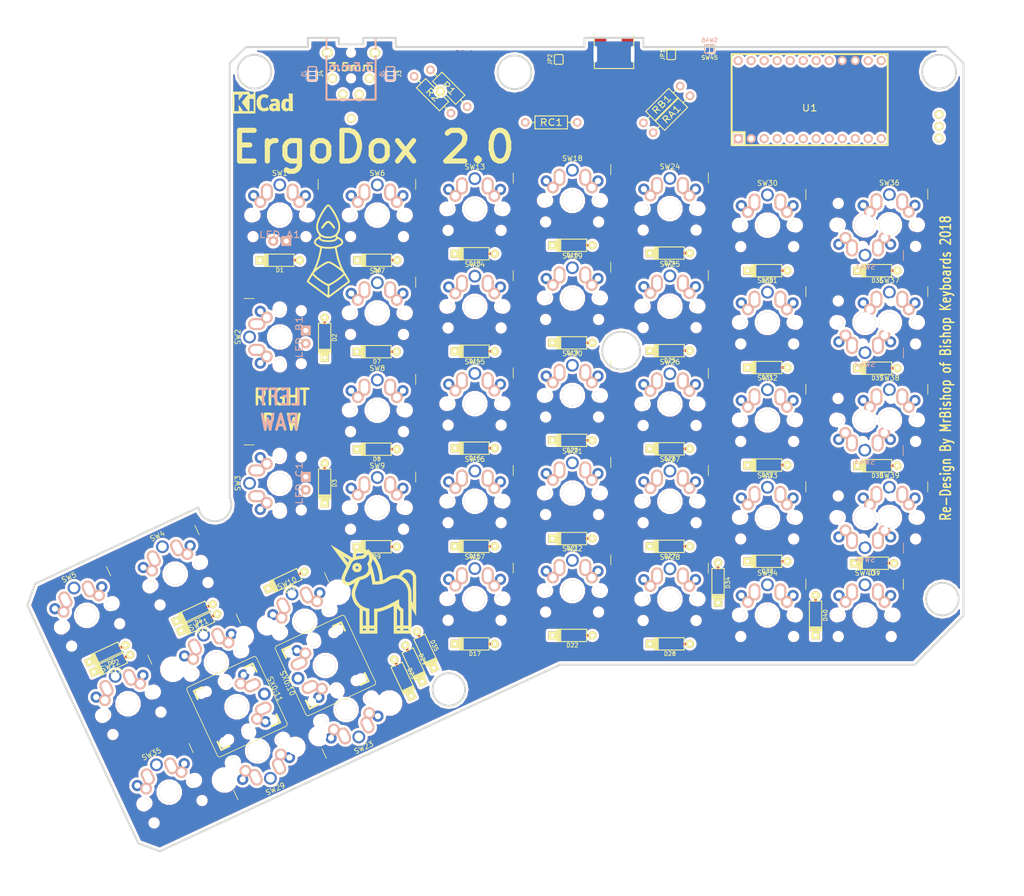
<source format=kicad_pcb>
(kicad_pcb (version 4) (host pcbnew 4.0.7)
  (layers (0 Front signal) (31 Back signal) (34 B.Paste user) (35 F.Paste user) (36 B.SilkS user) (37 F.SilkS user) (38 B.Mask user) (39 F.Mask user) (44 Edge.Cuts user))
  (net 0 "")
  (net 1 /COL0)
  (net 2 /COL1)
  (net 3 /COL4)
  (net 4 /COL5)
  (net 5 /COL6)
  (net 6 /ROW0)
  (net 7 /ROW1)
  (net 8 /ROW2)
  (net 9 /ROW3)
  (net 10 /ROW4)
  (net 11 /ROW5)
  (net 12 GND)
  (net 13 VCC)
  (net 14 "Net-(D1-Pad1)")
  (net 15 "Net-(D2-Pad1)")
  (net 16 "Net-(D3-Pad1)")
  (net 17 "Net-(D4-Pad1)")
  (net 18 "Net-(D5-Pad1)")
  (net 19 "Net-(D6-Pad1)")
  (net 20 "Net-(D7-Pad1)")
  (net 21 "Net-(D8-Pad1)")
  (net 22 "Net-(D9-Pad1)")
  (net 23 "Net-(D10-Pad1)")
  (net 24 "Net-(D11-Pad1)")
  (net 25 "Net-(D12-Pad1)")
  (net 26 "Net-(D13-Pad1)")
  (net 27 "Net-(D14-Pad1)")
  (net 28 "Net-(D15-Pad1)")
  (net 29 "Net-(D16-Pad1)")
  (net 30 "Net-(D17-Pad1)")
  (net 31 /COL3)
  (net 32 "Net-(D18-Pad1)")
  (net 33 "Net-(D19-Pad1)")
  (net 34 "Net-(D20-Pad1)")
  (net 35 "Net-(D21-Pad1)")
  (net 36 "Net-(D22-Pad1)")
  (net 37 "Net-(D23-Pad1)")
  (net 38 /COL2)
  (net 39 "Net-(D24-Pad1)")
  (net 40 "Net-(D25-Pad1)")
  (net 41 "Net-(D26-Pad1)")
  (net 42 "Net-(D27-Pad1)")
  (net 43 "Net-(D28-Pad1)")
  (net 44 "Net-(D29-Pad1)")
  (net 45 "Net-(D30-Pad1)")
  (net 46 "Net-(D31-Pad1)")
  (net 47 "Net-(D32-Pad1)")
  (net 48 "Net-(D33-Pad1)")
  (net 49 "Net-(D34-Pad1)")
  (net 50 "Net-(D35-Pad1)")
  (net 51 "Net-(D36-Pad1)")
  (net 52 "Net-(D37-Pad1)")
  (net 53 "Net-(D38-Pad1)")
  (net 54 "Net-(D39-Pad1)")
  (net 55 "Net-(D40-Pad1)")
  (net 56 "Net-(J2-Pad1)")
  (net 57 "Net-(J2-Pad4)")
  (net 58 "Net-(LED_A1-Pad1)")
  (net 59 "Net-(LED_B1-Pad1)")
  (net 60 "Net-(LED_C1-Pad1)")
  (net 61 /DATA)
  (net 62 /XTRADATA)
  (net 63 "Net-(SW45-Pad1)")
  (net 64 "Net-(U1-Pad5)")
  (net 65 "Net-(U1-Pad13)")
  (net 66 "Net-(U1-Pad14)")
  (module Universal-Switch-Footprint:MX-ALPs-PG1350-FLIP (layer Front) (at 148.59 63.82766)
    (fp_text reference SW24 (at 0 -8.2) (layer F.SilkS))
    (fp_text value SWITCH_PUSH)
    (pad "" np_thru_hole circle (at 0 0 270) (size 3.4 3.4) (drill 3.4) (layers *.Cu *.Mask))
    (pad "" np_thru_hole circle (at -5.5 0 270) (size 1.9 1.9) (drill 1.9) (layers *.Cu *.Mask))
    (pad "" np_thru_hole circle (at 5.5 0 270) (size 1.9 1.9) (drill 1.9) (layers *.Cu *.Mask))
    (pad 1 thru_hole circle (at 5 -3.8 270) (size 2.2 2.2) (drill 1.2) (layers *.Cu *.Mask) (net 11 /ROW5))
    (pad 1 thru_hole circle (at 0 -5.9 270) (size 2.5 2.5) (drill 1.7) (layers *.Cu *.Mask) (net 11 /ROW5))
    (pad "" np_thru_hole circle (at -5.22 4.2 270) (size 1.2 1.2) (drill 1.2) (layers *.Cu *.Mask))
    (pad 2 thru_hole circle (at -5.09498 -3.8 270) (size 2.2 2.2) (drill 1.2) (layers *.Cu *.Mask) (net 39 "Net-(D24-Pad1)"))
    (pad "" np_thru_hole circle (at 5.12502 4.2 270) (size 1.2 1.2) (drill 1.2) (layers *.Cu *.Mask))
    (pad 2 thru_hole circle (at -3.81 -2.54) (size 2.286 2.286) (drill 1.4986) (layers *.Cu *.SilkS *.Mask) (net 39 "Net-(D24-Pad1)"))
    (pad 1 thru_hole circle (at 3.81 -2.54) (size 2.286 2.286) (drill 1.4986) (layers *.Cu *.SilkS *.Mask) (net 11 /ROW5))
    (pad 2 thru_hole oval (at -2.52 -4.5) (size 2.3 3.337) (drill oval 1.513 2.55) (layers *.Cu *.SilkS *.Mask) (net 39 "Net-(D24-Pad1)"))
    (pad 1 thru_hole oval (at 2.52 -4.5) (size 2.3 3.337) (drill oval 1.513 2.55) (layers *.Cu *.SilkS *.Mask) (net 11 /ROW5))
    (pad HOLE thru_hole circle (at 0 0) (size 3.9878 3.9878) (drill 3.9878) (layers *.Cu *.Mask F.SilkS))
    (pad HOLE thru_hole circle (at -5.08 0) (size 1.7018 1.7018) (drill 1.7018) (layers *.Cu *.Mask F.SilkS))
    (pad HOLE thru_hole circle (at 5.08 0) (size 1.7018 1.7018) (drill 1.7018) (layers *.Cu *.Mask F.SilkS))
  )
  (module Universal-Switch-Footprint:MX-ALPs-PG1350-FLIP (layer Front) (at 51.96332 135.21944 25)
    (fp_text reference SW4 (at 0 -8.2 25) (layer F.SilkS))
    (fp_text value SWITCH_PUSH)
    (pad "" np_thru_hole circle (at 0 0 295) (size 3.4 3.4) (drill 3.4) (layers *.Cu *.Mask))
    (pad "" np_thru_hole circle (at -5.5 0 295) (size 1.9 1.9) (drill 1.9) (layers *.Cu *.Mask))
    (pad "" np_thru_hole circle (at 5.5 0 295) (size 1.9 1.9) (drill 1.9) (layers *.Cu *.Mask))
    (pad 1 thru_hole circle (at 5 -3.8 295) (size 2.2 2.2) (drill 1.2) (layers *.Cu *.Mask) (net 7 /ROW1))
    (pad 1 thru_hole circle (at 0 -5.9 295) (size 2.5 2.5) (drill 1.7) (layers *.Cu *.Mask) (net 7 /ROW1))
    (pad "" np_thru_hole circle (at -5.22 4.2 295) (size 1.2 1.2) (drill 1.2) (layers *.Cu *.Mask))
    (pad 2 thru_hole circle (at -5.09498 -3.8 295) (size 2.2 2.2) (drill 1.2) (layers *.Cu *.Mask) (net 17 "Net-(D4-Pad1)"))
    (pad "" np_thru_hole circle (at 5.12502 4.2 295) (size 1.2 1.2) (drill 1.2) (layers *.Cu *.Mask))
    (pad 2 thru_hole circle (at -3.81 -2.54 25) (size 2.286 2.286) (drill 1.4986) (layers *.Cu *.SilkS *.Mask) (net 17 "Net-(D4-Pad1)"))
    (pad 1 thru_hole circle (at 3.81 -2.54 25) (size 2.286 2.286) (drill 1.4986) (layers *.Cu *.SilkS *.Mask) (net 7 /ROW1))
    (pad 2 thru_hole oval (at -2.52 -4.5 25) (size 2.3 3.337) (drill oval 1.513 2.55) (layers *.Cu *.SilkS *.Mask) (net 17 "Net-(D4-Pad1)"))
    (pad 1 thru_hole oval (at 2.52 -4.5 25) (size 2.3 3.337) (drill oval 1.513 2.55) (layers *.Cu *.SilkS *.Mask) (net 7 /ROW1))
    (pad HOLE thru_hole circle (at 0 0 25) (size 3.9878 3.9878) (drill 3.9878) (layers *.Cu *.Mask F.SilkS))
    (pad HOLE thru_hole circle (at -5.08 0 25) (size 1.7018 1.7018) (drill 1.7018) (layers *.Cu *.Mask F.SilkS))
    (pad HOLE thru_hole circle (at 5.08 0 25) (size 1.7018 1.7018) (drill 1.7018) (layers *.Cu *.Mask F.SilkS))
  )
  (module Universal-Switch-Footprint:MX-ALPs-PG1350-FLIP (layer Front) (at 167.64 143.20266)
    (fp_text reference SW34 (at 0 -8.2) (layer F.SilkS))
    (fp_text value SWITCH_PUSH)
    (pad "" np_thru_hole circle (at 0 0 270) (size 3.4 3.4) (drill 3.4) (layers *.Cu *.Mask))
    (pad "" np_thru_hole circle (at -5.5 0 270) (size 1.9 1.9) (drill 1.9) (layers *.Cu *.Mask))
    (pad "" np_thru_hole circle (at 5.5 0 270) (size 1.9 1.9) (drill 1.9) (layers *.Cu *.Mask))
    (pad 1 thru_hole circle (at 5 -3.8 270) (size 2.2 2.2) (drill 1.2) (layers *.Cu *.Mask) (net 7 /ROW1))
    (pad 1 thru_hole circle (at 0 -5.9 270) (size 2.5 2.5) (drill 1.7) (layers *.Cu *.Mask) (net 7 /ROW1))
    (pad "" np_thru_hole circle (at -5.22 4.2 270) (size 1.2 1.2) (drill 1.2) (layers *.Cu *.Mask))
    (pad 2 thru_hole circle (at -5.09498 -3.8 270) (size 2.2 2.2) (drill 1.2) (layers *.Cu *.Mask) (net 49 "Net-(D34-Pad1)"))
    (pad "" np_thru_hole circle (at 5.12502 4.2 270) (size 1.2 1.2) (drill 1.2) (layers *.Cu *.Mask))
    (pad 2 thru_hole circle (at -3.81 -2.54) (size 2.286 2.286) (drill 1.4986) (layers *.Cu *.SilkS *.Mask) (net 49 "Net-(D34-Pad1)"))
    (pad 1 thru_hole circle (at 3.81 -2.54) (size 2.286 2.286) (drill 1.4986) (layers *.Cu *.SilkS *.Mask) (net 7 /ROW1))
    (pad 2 thru_hole oval (at -2.52 -4.5) (size 2.3 3.337) (drill oval 1.513 2.55) (layers *.Cu *.SilkS *.Mask) (net 49 "Net-(D34-Pad1)"))
    (pad 1 thru_hole oval (at 2.52 -4.5) (size 2.3 3.337) (drill oval 1.513 2.55) (layers *.Cu *.SilkS *.Mask) (net 7 /ROW1))
    (pad HOLE thru_hole circle (at 0 0) (size 3.9878 3.9878) (drill 3.9878) (layers *.Cu *.Mask F.SilkS))
    (pad HOLE thru_hole circle (at -5.08 0) (size 1.7018 1.7018) (drill 1.7018) (layers *.Cu *.Mask F.SilkS))
    (pad HOLE thru_hole circle (at 5.08 0) (size 1.7018 1.7018) (drill 1.7018) (layers *.Cu *.Mask F.SilkS))
  )
  (module footprints:ARDUINO_PRO_MICRO (layer Front) (at 175.895 42.545)
    (fp_text reference U1 (at 0 1.625) (layer F.SilkS) (effects (font (size 1.27 1.524) (thickness 0.2032))))
    (fp_text value ProMicro hide)
    (pad 1 thru_hole rect (at -13.97 7.62) (size 1.7526 1.7526) (drill 1.0922) (layers *.Cu *.SilkS *.Mask))
    (pad 2 thru_hole circle (at -11.43 7.62) (size 1.7526 1.7526) (drill 1.0922) (layers *.Cu *.SilkS *.Mask) (net 12 GND))
    (pad 3 thru_hole circle (at -8.89 7.62) (size 1.7526 1.7526) (drill 1.0922) (layers *.Cu *.SilkS *.Mask) (net 63 "Net-(SW45-Pad1)"))
    (pad 4 thru_hole circle (at -6.35 7.62) (size 1.7526 1.7526) (drill 1.0922) (layers *.Cu *.SilkS *.Mask) (net 13 VCC))
    (pad 5 thru_hole circle (at -3.81 7.62) (size 1.7526 1.7526) (drill 1.0922) (layers *.Cu *.SilkS *.Mask) (net 64 "Net-(U1-Pad5)"))
    (pad 6 thru_hole circle (at -1.27 7.62) (size 1.7526 1.7526) (drill 1.0922) (layers *.Cu *.SilkS *.Mask) (net 1 /COL0))
    (pad 7 thru_hole circle (at 1.27 7.62) (size 1.7526 1.7526) (drill 1.0922) (layers *.Cu *.SilkS *.Mask) (net 2 /COL1))
    (pad 8 thru_hole circle (at 3.81 7.62) (size 1.7526 1.7526) (drill 1.0922) (layers *.Cu *.SilkS *.Mask) (net 38 /COL2))
    (pad 9 thru_hole circle (at 6.35 7.62) (size 1.7526 1.7526) (drill 1.0922) (layers *.Cu *.SilkS *.Mask) (net 31 /COL3))
    (pad 10 thru_hole circle (at 8.89 7.62) (size 1.7526 1.7526) (drill 1.0922) (layers *.Cu *.SilkS *.Mask) (net 3 /COL4))
    (pad 11 thru_hole circle (at 11.43 7.62) (size 1.7526 1.7526) (drill 1.0922) (layers *.Cu *.SilkS *.Mask) (net 4 /COL5))
    (pad 13 thru_hole circle (at 13.97 -7.62) (size 1.7526 1.7526) (drill 1.0922) (layers *.Cu *.SilkS *.Mask) (net 65 "Net-(U1-Pad13)"))
    (pad 14 thru_hole circle (at 11.43 -7.62) (size 1.7526 1.7526) (drill 1.0922) (layers *.Cu *.SilkS *.Mask) (net 66 "Net-(U1-Pad14)"))
    (pad 15 thru_hole circle (at 8.89 -7.62) (size 1.7526 1.7526) (drill 1.0922) (layers *.Cu *.SilkS *.Mask) (net 12 GND))
    (pad 16 thru_hole circle (at 6.35 -7.62) (size 1.7526 1.7526) (drill 1.0922) (layers *.Cu *.SilkS *.Mask) (net 12 GND))
    (pad 17 thru_hole circle (at 3.81 -7.62) (size 1.7526 1.7526) (drill 1.0922) (layers *.Cu *.SilkS *.Mask) (net 62 /XTRADATA))
    (pad 18 thru_hole circle (at 1.27 -7.62) (size 1.7526 1.7526) (drill 1.0922) (layers *.Cu *.SilkS *.Mask) (net 61 /DATA))
    (pad 19 thru_hole circle (at -1.27 -7.62) (size 1.7526 1.7526) (drill 1.0922) (layers *.Cu *.SilkS *.Mask) (net 6 /ROW0))
    (pad 20 thru_hole circle (at -3.81 -7.62) (size 1.7526 1.7526) (drill 1.0922) (layers *.Cu *.SilkS *.Mask) (net 7 /ROW1))
    (pad 21 thru_hole circle (at -6.35 -7.62) (size 1.7526 1.7526) (drill 1.0922) (layers *.Cu *.SilkS *.Mask) (net 8 /ROW2))
    (pad 22 thru_hole circle (at -8.89 -7.62) (size 1.7526 1.7526) (drill 1.0922) (layers *.Cu *.SilkS *.Mask) (net 9 /ROW3))
    (pad 23 thru_hole circle (at -11.43 -7.62) (size 1.7526 1.7526) (drill 1.0922) (layers *.Cu *.SilkS *.Mask) (net 10 /ROW4))
    (pad 12 thru_hole circle (at 13.97 7.62) (size 1.7526 1.7526) (drill 1.0922) (layers *.Cu *.SilkS *.Mask) (net 5 /COL6))
    (pad 24 thru_hole circle (at -13.97 -7.62) (size 1.7526 1.7526) (drill 1.0922) (layers *.Cu *.SilkS *.Mask) (net 11 /ROW5))
  )
  (module BishopKicadConsolidated:D_SOD123_axial (layer Front) (at 72.39 73.914)
    (fp_text reference D1 (at 0 1.925) (layer F.SilkS) (effects (font (size 0.8 0.8))))
    (fp_text value DIODE hide)
    (pad 2 smd rect (at 1.575 0) (size 1.2 1.2) (layers Front F.Paste F.Mask) (net 5 /COL6))
    (pad 1 smd rect (at -1.575 0) (size 1.2 1.2) (layers Front F.Paste F.Mask) (net 14 "Net-(D1-Pad1)"))
    (pad 1 thru_hole rect (at -3.9 0) (size 1.6 1.6) (drill 0.7) (layers *.Cu *.Mask F.SilkS) (net 14 "Net-(D1-Pad1)"))
    (pad 2 thru_hole circle (at 3.9 0) (size 1.6 1.6) (drill 0.7) (layers *.Cu *.Mask F.SilkS) (net 5 /COL6))
    (pad 1 smd rect (at -2.7 0) (size 2.5 0.5) (layers Front) (net 14 "Net-(D1-Pad1)"))
    (pad 2 smd rect (at 2.7 0) (size 2.5 0.5) (layers Front) (net 5 /COL6))
  )
  (module BishopKicadConsolidated:D_SOD123_axial (layer Front) (at 81.153 89.027 90)
    (fp_text reference D2 (at 0 1.925 90) (layer F.SilkS) (effects (font (size 0.8 0.8))))
    (fp_text value DIODE hide)
    (pad 2 smd rect (at 1.575 0 90) (size 1.2 1.2) (layers Front F.Paste F.Mask) (net 5 /COL6))
    (pad 1 smd rect (at -1.575 0 90) (size 1.2 1.2) (layers Front F.Paste F.Mask) (net 15 "Net-(D2-Pad1)"))
    (pad 1 thru_hole rect (at -3.9 0 90) (size 1.6 1.6) (drill 0.7) (layers *.Cu *.Mask F.SilkS) (net 15 "Net-(D2-Pad1)"))
    (pad 2 thru_hole circle (at 3.9 0 90) (size 1.6 1.6) (drill 0.7) (layers *.Cu *.Mask F.SilkS) (net 5 /COL6))
    (pad 1 smd rect (at -2.7 0 90) (size 2.5 0.5) (layers Front) (net 15 "Net-(D2-Pad1)"))
    (pad 2 smd rect (at 2.7 0 90) (size 2.5 0.5) (layers Front) (net 5 /COL6))
  )
  (module BishopKicadConsolidated:D_SOD123_axial (layer Front) (at 81.153 117.475 90)
    (fp_text reference D3 (at 0 1.925 90) (layer F.SilkS) (effects (font (size 0.8 0.8))))
    (fp_text value DIODE hide)
    (pad 2 smd rect (at 1.575 0 90) (size 1.2 1.2) (layers Front F.Paste F.Mask) (net 5 /COL6))
    (pad 1 smd rect (at -1.575 0 90) (size 1.2 1.2) (layers Front F.Paste F.Mask) (net 16 "Net-(D3-Pad1)"))
    (pad 1 thru_hole rect (at -3.9 0 90) (size 1.6 1.6) (drill 0.7) (layers *.Cu *.Mask F.SilkS) (net 16 "Net-(D3-Pad1)"))
    (pad 2 thru_hole circle (at 3.9 0 90) (size 1.6 1.6) (drill 0.7) (layers *.Cu *.Mask F.SilkS) (net 5 /COL6))
    (pad 1 smd rect (at -2.7 0 90) (size 2.5 0.5) (layers Front) (net 16 "Net-(D3-Pad1)"))
    (pad 2 smd rect (at 2.7 0 90) (size 2.5 0.5) (layers Front) (net 5 /COL6))
  )
  (module BishopKicadConsolidated:D_SOD123_axial (layer Front) (at 55.753 142.748 25)
    (fp_text reference D4 (at 0 1.925 25) (layer F.SilkS) (effects (font (size 0.8 0.8))))
    (fp_text value DIODE hide)
    (pad 2 smd rect (at 1.575 0 25) (size 1.2 1.2) (layers Front F.Paste F.Mask) (net 5 /COL6))
    (pad 1 smd rect (at -1.575 0 25) (size 1.2 1.2) (layers Front F.Paste F.Mask) (net 17 "Net-(D4-Pad1)"))
    (pad 1 thru_hole rect (at -3.9 0 25) (size 1.6 1.6) (drill 0.7) (layers *.Cu *.Mask F.SilkS) (net 17 "Net-(D4-Pad1)"))
    (pad 2 thru_hole circle (at 3.9 0 25) (size 1.6 1.6) (drill 0.7) (layers *.Cu *.Mask F.SilkS) (net 5 /COL6))
    (pad 1 smd rect (at -2.7 0 25) (size 2.5 0.5) (layers Front) (net 17 "Net-(D4-Pad1)"))
    (pad 2 smd rect (at 2.7 0 25) (size 2.5 0.5) (layers Front) (net 5 /COL6))
  )
  (module BishopKicadConsolidated:D_SOD123_axial (layer Front) (at 38.735 150.749 25)
    (fp_text reference D5 (at 0 1.925 25) (layer F.SilkS) (effects (font (size 0.8 0.8))))
    (fp_text value DIODE hide)
    (pad 2 smd rect (at 1.575 0 25) (size 1.2 1.2) (layers Front F.Paste F.Mask) (net 5 /COL6))
    (pad 1 smd rect (at -1.575 0 25) (size 1.2 1.2) (layers Front F.Paste F.Mask) (net 18 "Net-(D5-Pad1)"))
    (pad 1 thru_hole rect (at -3.9 0 25) (size 1.6 1.6) (drill 0.7) (layers *.Cu *.Mask F.SilkS) (net 18 "Net-(D5-Pad1)"))
    (pad 2 thru_hole circle (at 3.9 0 25) (size 1.6 1.6) (drill 0.7) (layers *.Cu *.Mask F.SilkS) (net 5 /COL6))
    (pad 1 smd rect (at -2.7 0 25) (size 2.5 0.5) (layers Front) (net 18 "Net-(D5-Pad1)"))
    (pad 2 smd rect (at 2.7 0 25) (size 2.5 0.5) (layers Front) (net 5 /COL6))
  )
  (module BishopKicadConsolidated:D_SOD123_axial (layer Front) (at 91.44 73.914)
    (fp_text reference D6 (at 0 1.925) (layer F.SilkS) (effects (font (size 0.8 0.8))))
    (fp_text value DIODE hide)
    (pad 2 smd rect (at 1.575 0) (size 1.2 1.2) (layers Front F.Paste F.Mask) (net 4 /COL5))
    (pad 1 smd rect (at -1.575 0) (size 1.2 1.2) (layers Front F.Paste F.Mask) (net 19 "Net-(D6-Pad1)"))
    (pad 1 thru_hole rect (at -3.9 0) (size 1.6 1.6) (drill 0.7) (layers *.Cu *.Mask F.SilkS) (net 19 "Net-(D6-Pad1)"))
    (pad 2 thru_hole circle (at 3.9 0) (size 1.6 1.6) (drill 0.7) (layers *.Cu *.Mask F.SilkS) (net 4 /COL5))
    (pad 1 smd rect (at -2.7 0) (size 2.5 0.5) (layers Front) (net 19 "Net-(D6-Pad1)"))
    (pad 2 smd rect (at 2.7 0) (size 2.5 0.5) (layers Front) (net 4 /COL5))
  )
  (module BishopKicadConsolidated:D_SOD123_axial (layer Front) (at 91.35 91.76766)
    (fp_text reference D7 (at 0 1.925) (layer F.SilkS) (effects (font (size 0.8 0.8))))
    (fp_text value DIODE hide)
    (pad 2 smd rect (at 1.575 0) (size 1.2 1.2) (layers Front F.Paste F.Mask) (net 4 /COL5))
    (pad 1 smd rect (at -1.575 0) (size 1.2 1.2) (layers Front F.Paste F.Mask) (net 20 "Net-(D7-Pad1)"))
    (pad 1 thru_hole rect (at -3.9 0) (size 1.6 1.6) (drill 0.7) (layers *.Cu *.Mask F.SilkS) (net 20 "Net-(D7-Pad1)"))
    (pad 2 thru_hole circle (at 3.9 0) (size 1.6 1.6) (drill 0.7) (layers *.Cu *.Mask F.SilkS) (net 4 /COL5))
    (pad 1 smd rect (at -2.7 0) (size 2.5 0.5) (layers Front) (net 20 "Net-(D7-Pad1)"))
    (pad 2 smd rect (at 2.7 0) (size 2.5 0.5) (layers Front) (net 4 /COL5))
  )
  (module BishopKicadConsolidated:D_SOD123_axial (layer Front) (at 91.35 110.81766)
    (fp_text reference D8 (at 0 1.925) (layer F.SilkS) (effects (font (size 0.8 0.8))))
    (fp_text value DIODE hide)
    (pad 2 smd rect (at 1.575 0) (size 1.2 1.2) (layers Front F.Paste F.Mask) (net 4 /COL5))
    (pad 1 smd rect (at -1.575 0) (size 1.2 1.2) (layers Front F.Paste F.Mask) (net 21 "Net-(D8-Pad1)"))
    (pad 1 thru_hole rect (at -3.9 0) (size 1.6 1.6) (drill 0.7) (layers *.Cu *.Mask F.SilkS) (net 21 "Net-(D8-Pad1)"))
    (pad 2 thru_hole circle (at 3.9 0) (size 1.6 1.6) (drill 0.7) (layers *.Cu *.Mask F.SilkS) (net 4 /COL5))
    (pad 1 smd rect (at -2.7 0) (size 2.5 0.5) (layers Front) (net 21 "Net-(D8-Pad1)"))
    (pad 2 smd rect (at 2.7 0) (size 2.5 0.5) (layers Front) (net 4 /COL5))
  )
  (module BishopKicadConsolidated:D_SOD123_axial (layer Front) (at 91.35 129.86766)
    (fp_text reference D9 (at 0 1.925) (layer F.SilkS) (effects (font (size 0.8 0.8))))
    (fp_text value DIODE hide)
    (pad 2 smd rect (at 1.575 0) (size 1.2 1.2) (layers Front F.Paste F.Mask) (net 4 /COL5))
    (pad 1 smd rect (at -1.575 0) (size 1.2 1.2) (layers Front F.Paste F.Mask) (net 22 "Net-(D9-Pad1)"))
    (pad 1 thru_hole rect (at -3.9 0) (size 1.6 1.6) (drill 0.7) (layers *.Cu *.Mask F.SilkS) (net 22 "Net-(D9-Pad1)"))
    (pad 2 thru_hole circle (at 3.9 0) (size 1.6 1.6) (drill 0.7) (layers *.Cu *.Mask F.SilkS) (net 4 /COL5))
    (pad 1 smd rect (at -2.7 0) (size 2.5 0.5) (layers Front) (net 22 "Net-(D9-Pad1)"))
    (pad 2 smd rect (at 2.7 0) (size 2.5 0.5) (layers Front) (net 4 /COL5))
  )
  (module BishopKicadConsolidated:D_SOD123_axial (layer Front) (at 73.66 136.398 25)
    (fp_text reference D10 (at 0 1.925 25) (layer F.SilkS) (effects (font (size 0.8 0.8))))
    (fp_text value DIODE hide)
    (pad 2 smd rect (at 1.575 0 25) (size 1.2 1.2) (layers Front F.Paste F.Mask) (net 4 /COL5))
    (pad 1 smd rect (at -1.575 0 25) (size 1.2 1.2) (layers Front F.Paste F.Mask) (net 23 "Net-(D10-Pad1)"))
    (pad 1 thru_hole rect (at -3.9 0 25) (size 1.6 1.6) (drill 0.7) (layers *.Cu *.Mask F.SilkS) (net 23 "Net-(D10-Pad1)"))
    (pad 2 thru_hole circle (at 3.9 0 25) (size 1.6 1.6) (drill 0.7) (layers *.Cu *.Mask F.SilkS) (net 4 /COL5))
    (pad 1 smd rect (at -2.7 0 25) (size 2.5 0.5) (layers Front) (net 23 "Net-(D10-Pad1)"))
    (pad 2 smd rect (at 2.7 0 25) (size 2.5 0.5) (layers Front) (net 4 /COL5))
  )
  (module BishopKicadConsolidated:D_SOD123_axial (layer Front) (at 56.642 144.653 25)
    (fp_text reference D11 (at 0 1.925 25) (layer F.SilkS) (effects (font (size 0.8 0.8))))
    (fp_text value DIODE hide)
    (pad 2 smd rect (at 1.575 0 25) (size 1.2 1.2) (layers Front F.Paste F.Mask) (net 4 /COL5))
    (pad 1 smd rect (at -1.575 0 25) (size 1.2 1.2) (layers Front F.Paste F.Mask) (net 24 "Net-(D11-Pad1)"))
    (pad 1 thru_hole rect (at -3.9 0 25) (size 1.6 1.6) (drill 0.7) (layers *.Cu *.Mask F.SilkS) (net 24 "Net-(D11-Pad1)"))
    (pad 2 thru_hole circle (at 3.9 0 25) (size 1.6 1.6) (drill 0.7) (layers *.Cu *.Mask F.SilkS) (net 4 /COL5))
    (pad 1 smd rect (at -2.7 0 25) (size 2.5 0.5) (layers Front) (net 24 "Net-(D11-Pad1)"))
    (pad 2 smd rect (at 2.7 0 25) (size 2.5 0.5) (layers Front) (net 4 /COL5))
  )
  (module BishopKicadConsolidated:D_SOD123_axial (layer Front) (at 39.624 152.654 25)
    (fp_text reference D12 (at 0 1.925 25) (layer F.SilkS) (effects (font (size 0.8 0.8))))
    (fp_text value DIODE hide)
    (pad 2 smd rect (at 1.575 0 25) (size 1.2 1.2) (layers Front F.Paste F.Mask) (net 3 /COL4))
    (pad 1 smd rect (at -1.575 0 25) (size 1.2 1.2) (layers Front F.Paste F.Mask) (net 25 "Net-(D12-Pad1)"))
    (pad 1 thru_hole rect (at -3.9 0 25) (size 1.6 1.6) (drill 0.7) (layers *.Cu *.Mask F.SilkS) (net 25 "Net-(D12-Pad1)"))
    (pad 2 thru_hole circle (at 3.9 0 25) (size 1.6 1.6) (drill 0.7) (layers *.Cu *.Mask F.SilkS) (net 3 /COL4))
    (pad 1 smd rect (at -2.7 0 25) (size 2.5 0.5) (layers Front) (net 25 "Net-(D12-Pad1)"))
    (pad 2 smd rect (at 2.7 0 25) (size 2.5 0.5) (layers Front) (net 3 /COL4))
  )
  (module BishopKicadConsolidated:D_SOD123_axial (layer Front) (at 110.49 72.644)
    (fp_text reference D13 (at 0 1.925) (layer F.SilkS) (effects (font (size 0.8 0.8))))
    (fp_text value DIODE hide)
    (pad 2 smd rect (at 1.575 0) (size 1.2 1.2) (layers Front F.Paste F.Mask) (net 3 /COL4))
    (pad 1 smd rect (at -1.575 0) (size 1.2 1.2) (layers Front F.Paste F.Mask) (net 26 "Net-(D13-Pad1)"))
    (pad 1 thru_hole rect (at -3.9 0) (size 1.6 1.6) (drill 0.7) (layers *.Cu *.Mask F.SilkS) (net 26 "Net-(D13-Pad1)"))
    (pad 2 thru_hole circle (at 3.9 0) (size 1.6 1.6) (drill 0.7) (layers *.Cu *.Mask F.SilkS) (net 3 /COL4))
    (pad 1 smd rect (at -2.7 0) (size 2.5 0.5) (layers Front) (net 26 "Net-(D13-Pad1)"))
    (pad 2 smd rect (at 2.7 0) (size 2.5 0.5) (layers Front) (net 3 /COL4))
  )
  (module BishopKicadConsolidated:D_SOD123_axial (layer Front) (at 110.49 91.694)
    (fp_text reference D14 (at 0 1.925) (layer F.SilkS) (effects (font (size 0.8 0.8))))
    (fp_text value DIODE hide)
    (pad 2 smd rect (at 1.575 0) (size 1.2 1.2) (layers Front F.Paste F.Mask) (net 3 /COL4))
    (pad 1 smd rect (at -1.575 0) (size 1.2 1.2) (layers Front F.Paste F.Mask) (net 27 "Net-(D14-Pad1)"))
    (pad 1 thru_hole rect (at -3.9 0) (size 1.6 1.6) (drill 0.7) (layers *.Cu *.Mask F.SilkS) (net 27 "Net-(D14-Pad1)"))
    (pad 2 thru_hole circle (at 3.9 0) (size 1.6 1.6) (drill 0.7) (layers *.Cu *.Mask F.SilkS) (net 3 /COL4))
    (pad 1 smd rect (at -2.7 0) (size 2.5 0.5) (layers Front) (net 27 "Net-(D14-Pad1)"))
    (pad 2 smd rect (at 2.7 0) (size 2.5 0.5) (layers Front) (net 3 /COL4))
  )
  (module BishopKicadConsolidated:D_SOD123_axial (layer Front) (at 110.49 110.617)
    (fp_text reference D15 (at 0 1.925) (layer F.SilkS) (effects (font (size 0.8 0.8))))
    (fp_text value DIODE hide)
    (pad 2 smd rect (at 1.575 0) (size 1.2 1.2) (layers Front F.Paste F.Mask) (net 3 /COL4))
    (pad 1 smd rect (at -1.575 0) (size 1.2 1.2) (layers Front F.Paste F.Mask) (net 28 "Net-(D15-Pad1)"))
    (pad 1 thru_hole rect (at -3.9 0) (size 1.6 1.6) (drill 0.7) (layers *.Cu *.Mask F.SilkS) (net 28 "Net-(D15-Pad1)"))
    (pad 2 thru_hole circle (at 3.9 0) (size 1.6 1.6) (drill 0.7) (layers *.Cu *.Mask F.SilkS) (net 3 /COL4))
    (pad 1 smd rect (at -2.7 0) (size 2.5 0.5) (layers Front) (net 28 "Net-(D15-Pad1)"))
    (pad 2 smd rect (at 2.7 0) (size 2.5 0.5) (layers Front) (net 3 /COL4))
  )
  (module BishopKicadConsolidated:D_SOD123_axial (layer Front) (at 110.49 129.794)
    (fp_text reference D16 (at 0 1.925) (layer F.SilkS) (effects (font (size 0.8 0.8))))
    (fp_text value DIODE hide)
    (pad 2 smd rect (at 1.575 0) (size 1.2 1.2) (layers Front F.Paste F.Mask) (net 3 /COL4))
    (pad 1 smd rect (at -1.575 0) (size 1.2 1.2) (layers Front F.Paste F.Mask) (net 29 "Net-(D16-Pad1)"))
    (pad 1 thru_hole rect (at -3.9 0) (size 1.6 1.6) (drill 0.7) (layers *.Cu *.Mask F.SilkS) (net 29 "Net-(D16-Pad1)"))
    (pad 2 thru_hole circle (at 3.9 0) (size 1.6 1.6) (drill 0.7) (layers *.Cu *.Mask F.SilkS) (net 3 /COL4))
    (pad 1 smd rect (at -2.7 0) (size 2.5 0.5) (layers Front) (net 29 "Net-(D16-Pad1)"))
    (pad 2 smd rect (at 2.7 0) (size 2.5 0.5) (layers Front) (net 3 /COL4))
  )
  (module BishopKicadConsolidated:D_SOD123_axial (layer Front) (at 110.49 148.844)
    (fp_text reference D17 (at 0 1.925) (layer F.SilkS) (effects (font (size 0.8 0.8))))
    (fp_text value DIODE hide)
    (pad 2 smd rect (at 1.575 0) (size 1.2 1.2) (layers Front F.Paste F.Mask) (net 3 /COL4))
    (pad 1 smd rect (at -1.575 0) (size 1.2 1.2) (layers Front F.Paste F.Mask) (net 30 "Net-(D17-Pad1)"))
    (pad 1 thru_hole rect (at -3.9 0) (size 1.6 1.6) (drill 0.7) (layers *.Cu *.Mask F.SilkS) (net 30 "Net-(D17-Pad1)"))
    (pad 2 thru_hole circle (at 3.9 0) (size 1.6 1.6) (drill 0.7) (layers *.Cu *.Mask F.SilkS) (net 3 /COL4))
    (pad 1 smd rect (at -2.7 0) (size 2.5 0.5) (layers Front) (net 30 "Net-(D17-Pad1)"))
    (pad 2 smd rect (at 2.7 0) (size 2.5 0.5) (layers Front) (net 3 /COL4))
  )
  (module BishopKicadConsolidated:D_SOD123_axial (layer Front) (at 129.54 70.993)
    (fp_text reference D18 (at 0 1.925) (layer F.SilkS) (effects (font (size 0.8 0.8))))
    (fp_text value DIODE hide)
    (pad 2 smd rect (at 1.575 0) (size 1.2 1.2) (layers Front F.Paste F.Mask) (net 31 /COL3))
    (pad 1 smd rect (at -1.575 0) (size 1.2 1.2) (layers Front F.Paste F.Mask) (net 32 "Net-(D18-Pad1)"))
    (pad 1 thru_hole rect (at -3.9 0) (size 1.6 1.6) (drill 0.7) (layers *.Cu *.Mask F.SilkS) (net 32 "Net-(D18-Pad1)"))
    (pad 2 thru_hole circle (at 3.9 0) (size 1.6 1.6) (drill 0.7) (layers *.Cu *.Mask F.SilkS) (net 31 /COL3))
    (pad 1 smd rect (at -2.7 0) (size 2.5 0.5) (layers Front) (net 32 "Net-(D18-Pad1)"))
    (pad 2 smd rect (at 2.7 0) (size 2.5 0.5) (layers Front) (net 31 /COL3))
  )
  (module BishopKicadConsolidated:D_SOD123_axial (layer Front) (at 129.54 90.043)
    (fp_text reference D19 (at 0 1.925) (layer F.SilkS) (effects (font (size 0.8 0.8))))
    (fp_text value DIODE hide)
    (pad 2 smd rect (at 1.575 0) (size 1.2 1.2) (layers Front F.Paste F.Mask) (net 31 /COL3))
    (pad 1 smd rect (at -1.575 0) (size 1.2 1.2) (layers Front F.Paste F.Mask) (net 33 "Net-(D19-Pad1)"))
    (pad 1 thru_hole rect (at -3.9 0) (size 1.6 1.6) (drill 0.7) (layers *.Cu *.Mask F.SilkS) (net 33 "Net-(D19-Pad1)"))
    (pad 2 thru_hole circle (at 3.9 0) (size 1.6 1.6) (drill 0.7) (layers *.Cu *.Mask F.SilkS) (net 31 /COL3))
    (pad 1 smd rect (at -2.7 0) (size 2.5 0.5) (layers Front) (net 33 "Net-(D19-Pad1)"))
    (pad 2 smd rect (at 2.7 0) (size 2.5 0.5) (layers Front) (net 31 /COL3))
  )
  (module BishopKicadConsolidated:D_SOD123_axial (layer Front) (at 129.54 109.093)
    (fp_text reference D20 (at 0 1.925) (layer F.SilkS) (effects (font (size 0.8 0.8))))
    (fp_text value DIODE hide)
    (pad 2 smd rect (at 1.575 0) (size 1.2 1.2) (layers Front F.Paste F.Mask) (net 31 /COL3))
    (pad 1 smd rect (at -1.575 0) (size 1.2 1.2) (layers Front F.Paste F.Mask) (net 34 "Net-(D20-Pad1)"))
    (pad 1 thru_hole rect (at -3.9 0) (size 1.6 1.6) (drill 0.7) (layers *.Cu *.Mask F.SilkS) (net 34 "Net-(D20-Pad1)"))
    (pad 2 thru_hole circle (at 3.9 0) (size 1.6 1.6) (drill 0.7) (layers *.Cu *.Mask F.SilkS) (net 31 /COL3))
    (pad 1 smd rect (at -2.7 0) (size 2.5 0.5) (layers Front) (net 34 "Net-(D20-Pad1)"))
    (pad 2 smd rect (at 2.7 0) (size 2.5 0.5) (layers Front) (net 31 /COL3))
  )
  (module BishopKicadConsolidated:D_SOD123_axial (layer Front) (at 129.54 128.27)
    (fp_text reference D21 (at 0 1.925) (layer F.SilkS) (effects (font (size 0.8 0.8))))
    (fp_text value DIODE hide)
    (pad 2 smd rect (at 1.575 0) (size 1.2 1.2) (layers Front F.Paste F.Mask) (net 31 /COL3))
    (pad 1 smd rect (at -1.575 0) (size 1.2 1.2) (layers Front F.Paste F.Mask) (net 35 "Net-(D21-Pad1)"))
    (pad 1 thru_hole rect (at -3.9 0) (size 1.6 1.6) (drill 0.7) (layers *.Cu *.Mask F.SilkS) (net 35 "Net-(D21-Pad1)"))
    (pad 2 thru_hole circle (at 3.9 0) (size 1.6 1.6) (drill 0.7) (layers *.Cu *.Mask F.SilkS) (net 31 /COL3))
    (pad 1 smd rect (at -2.7 0) (size 2.5 0.5) (layers Front) (net 35 "Net-(D21-Pad1)"))
    (pad 2 smd rect (at 2.7 0) (size 2.5 0.5) (layers Front) (net 31 /COL3))
  )
  (module BishopKicadConsolidated:D_SOD123_axial (layer Front) (at 129.54 147.193)
    (fp_text reference D22 (at 0 1.925) (layer F.SilkS) (effects (font (size 0.8 0.8))))
    (fp_text value DIODE hide)
    (pad 2 smd rect (at 1.575 0) (size 1.2 1.2) (layers Front F.Paste F.Mask) (net 31 /COL3))
    (pad 1 smd rect (at -1.575 0) (size 1.2 1.2) (layers Front F.Paste F.Mask) (net 36 "Net-(D22-Pad1)"))
    (pad 1 thru_hole rect (at -3.9 0) (size 1.6 1.6) (drill 0.7) (layers *.Cu *.Mask F.SilkS) (net 36 "Net-(D22-Pad1)"))
    (pad 2 thru_hole circle (at 3.9 0) (size 1.6 1.6) (drill 0.7) (layers *.Cu *.Mask F.SilkS) (net 31 /COL3))
    (pad 1 smd rect (at -2.7 0) (size 2.5 0.5) (layers Front) (net 36 "Net-(D22-Pad1)"))
    (pad 2 smd rect (at 2.7 0) (size 2.5 0.5) (layers Front) (net 31 /COL3))
  )
  (module BishopKicadConsolidated:D_SOD123_axial (layer Front) (at 96.393 155.448 115)
    (fp_text reference D23 (at 0 1.925 115) (layer F.SilkS) (effects (font (size 0.8 0.8))))
    (fp_text value DIODE hide)
    (pad 2 smd rect (at 1.575 0 115) (size 1.2 1.2) (layers Front F.Paste F.Mask) (net 31 /COL3))
    (pad 1 smd rect (at -1.575 0 115) (size 1.2 1.2) (layers Front F.Paste F.Mask) (net 37 "Net-(D23-Pad1)"))
    (pad 1 thru_hole rect (at -3.9 0 115) (size 1.6 1.6) (drill 0.7) (layers *.Cu *.Mask F.SilkS) (net 37 "Net-(D23-Pad1)"))
    (pad 2 thru_hole circle (at 3.9 0 115) (size 1.6 1.6) (drill 0.7) (layers *.Cu *.Mask F.SilkS) (net 31 /COL3))
    (pad 1 smd rect (at -2.7 0 115) (size 2.5 0.5) (layers Front) (net 37 "Net-(D23-Pad1)"))
    (pad 2 smd rect (at 2.7 0 115) (size 2.5 0.5) (layers Front) (net 31 /COL3))
  )
  (module BishopKicadConsolidated:D_SOD123_axial (layer Front) (at 148.59 72.517)
    (fp_text reference D24 (at 0 1.925) (layer F.SilkS) (effects (font (size 0.8 0.8))))
    (fp_text value DIODE hide)
    (pad 2 smd rect (at 1.575 0) (size 1.2 1.2) (layers Front F.Paste F.Mask) (net 38 /COL2))
    (pad 1 smd rect (at -1.575 0) (size 1.2 1.2) (layers Front F.Paste F.Mask) (net 39 "Net-(D24-Pad1)"))
    (pad 1 thru_hole rect (at -3.9 0) (size 1.6 1.6) (drill 0.7) (layers *.Cu *.Mask F.SilkS) (net 39 "Net-(D24-Pad1)"))
    (pad 2 thru_hole circle (at 3.9 0) (size 1.6 1.6) (drill 0.7) (layers *.Cu *.Mask F.SilkS) (net 38 /COL2))
    (pad 1 smd rect (at -2.7 0) (size 2.5 0.5) (layers Front) (net 39 "Net-(D24-Pad1)"))
    (pad 2 smd rect (at 2.7 0) (size 2.5 0.5) (layers Front) (net 38 /COL2))
  )
  (module BishopKicadConsolidated:D_SOD123_axial (layer Front) (at 148.59 91.567)
    (fp_text reference D25 (at 0 1.925) (layer F.SilkS) (effects (font (size 0.8 0.8))))
    (fp_text value DIODE hide)
    (pad 2 smd rect (at 1.575 0) (size 1.2 1.2) (layers Front F.Paste F.Mask) (net 38 /COL2))
    (pad 1 smd rect (at -1.575 0) (size 1.2 1.2) (layers Front F.Paste F.Mask) (net 40 "Net-(D25-Pad1)"))
    (pad 1 thru_hole rect (at -3.9 0) (size 1.6 1.6) (drill 0.7) (layers *.Cu *.Mask F.SilkS) (net 40 "Net-(D25-Pad1)"))
    (pad 2 thru_hole circle (at 3.9 0) (size 1.6 1.6) (drill 0.7) (layers *.Cu *.Mask F.SilkS) (net 38 /COL2))
    (pad 1 smd rect (at -2.7 0) (size 2.5 0.5) (layers Front) (net 40 "Net-(D25-Pad1)"))
    (pad 2 smd rect (at 2.7 0) (size 2.5 0.5) (layers Front) (net 38 /COL2))
  )
  (module BishopKicadConsolidated:D_SOD123_axial (layer Front) (at 148.59 110.744)
    (fp_text reference D26 (at 0 1.925) (layer F.SilkS) (effects (font (size 0.8 0.8))))
    (fp_text value DIODE hide)
    (pad 2 smd rect (at 1.575 0) (size 1.2 1.2) (layers Front F.Paste F.Mask) (net 38 /COL2))
    (pad 1 smd rect (at -1.575 0) (size 1.2 1.2) (layers Front F.Paste F.Mask) (net 41 "Net-(D26-Pad1)"))
    (pad 1 thru_hole rect (at -3.9 0) (size 1.6 1.6) (drill 0.7) (layers *.Cu *.Mask F.SilkS) (net 41 "Net-(D26-Pad1)"))
    (pad 2 thru_hole circle (at 3.9 0) (size 1.6 1.6) (drill 0.7) (layers *.Cu *.Mask F.SilkS) (net 38 /COL2))
    (pad 1 smd rect (at -2.7 0) (size 2.5 0.5) (layers Front) (net 41 "Net-(D26-Pad1)"))
    (pad 2 smd rect (at 2.7 0) (size 2.5 0.5) (layers Front) (net 38 /COL2))
  )
  (module BishopKicadConsolidated:D_SOD123_axial (layer Front) (at 148.59 129.794)
    (fp_text reference D27 (at 0 1.925) (layer F.SilkS) (effects (font (size 0.8 0.8))))
    (fp_text value DIODE hide)
    (pad 2 smd rect (at 1.575 0) (size 1.2 1.2) (layers Front F.Paste F.Mask) (net 38 /COL2))
    (pad 1 smd rect (at -1.575 0) (size 1.2 1.2) (layers Front F.Paste F.Mask) (net 42 "Net-(D27-Pad1)"))
    (pad 1 thru_hole rect (at -3.9 0) (size 1.6 1.6) (drill 0.7) (layers *.Cu *.Mask F.SilkS) (net 42 "Net-(D27-Pad1)"))
    (pad 2 thru_hole circle (at 3.9 0) (size 1.6 1.6) (drill 0.7) (layers *.Cu *.Mask F.SilkS) (net 38 /COL2))
    (pad 1 smd rect (at -2.7 0) (size 2.5 0.5) (layers Front) (net 42 "Net-(D27-Pad1)"))
    (pad 2 smd rect (at 2.7 0) (size 2.5 0.5) (layers Front) (net 38 /COL2))
  )
  (module BishopKicadConsolidated:D_SOD123_axial (layer Front) (at 148.59 148.844)
    (fp_text reference D28 (at 0 1.925) (layer F.SilkS) (effects (font (size 0.8 0.8))))
    (fp_text value DIODE hide)
    (pad 2 smd rect (at 1.575 0) (size 1.2 1.2) (layers Front F.Paste F.Mask) (net 38 /COL2))
    (pad 1 smd rect (at -1.575 0) (size 1.2 1.2) (layers Front F.Paste F.Mask) (net 43 "Net-(D28-Pad1)"))
    (pad 1 thru_hole rect (at -3.9 0) (size 1.6 1.6) (drill 0.7) (layers *.Cu *.Mask F.SilkS) (net 43 "Net-(D28-Pad1)"))
    (pad 2 thru_hole circle (at 3.9 0) (size 1.6 1.6) (drill 0.7) (layers *.Cu *.Mask F.SilkS) (net 38 /COL2))
    (pad 1 smd rect (at -2.7 0) (size 2.5 0.5) (layers Front) (net 43 "Net-(D28-Pad1)"))
    (pad 2 smd rect (at 2.7 0) (size 2.5 0.5) (layers Front) (net 38 /COL2))
  )
  (module BishopKicadConsolidated:D_SOD123_axial (layer Front) (at 98.552 152.654 115)
    (fp_text reference D29 (at 0 1.925 115) (layer F.SilkS) (effects (font (size 0.8 0.8))))
    (fp_text value DIODE hide)
    (pad 2 smd rect (at 1.575 0 115) (size 1.2 1.2) (layers Front F.Paste F.Mask) (net 38 /COL2))
    (pad 1 smd rect (at -1.575 0 115) (size 1.2 1.2) (layers Front F.Paste F.Mask) (net 44 "Net-(D29-Pad1)"))
    (pad 1 thru_hole rect (at -3.9 0 115) (size 1.6 1.6) (drill 0.7) (layers *.Cu *.Mask F.SilkS) (net 44 "Net-(D29-Pad1)"))
    (pad 2 thru_hole circle (at 3.9 0 115) (size 1.6 1.6) (drill 0.7) (layers *.Cu *.Mask F.SilkS) (net 38 /COL2))
    (pad 1 smd rect (at -2.7 0 115) (size 2.5 0.5) (layers Front) (net 44 "Net-(D29-Pad1)"))
    (pad 2 smd rect (at 2.7 0 115) (size 2.5 0.5) (layers Front) (net 38 /COL2))
  )
  (module BishopKicadConsolidated:D_SOD123_axial (layer Front) (at 167.64 75.946)
    (fp_text reference D30 (at 0 1.925) (layer F.SilkS) (effects (font (size 0.8 0.8))))
    (fp_text value DIODE hide)
    (pad 2 smd rect (at 1.575 0) (size 1.2 1.2) (layers Front F.Paste F.Mask) (net 2 /COL1))
    (pad 1 smd rect (at -1.575 0) (size 1.2 1.2) (layers Front F.Paste F.Mask) (net 45 "Net-(D30-Pad1)"))
    (pad 1 thru_hole rect (at -3.9 0) (size 1.6 1.6) (drill 0.7) (layers *.Cu *.Mask F.SilkS) (net 45 "Net-(D30-Pad1)"))
    (pad 2 thru_hole circle (at 3.9 0) (size 1.6 1.6) (drill 0.7) (layers *.Cu *.Mask F.SilkS) (net 2 /COL1))
    (pad 1 smd rect (at -2.7 0) (size 2.5 0.5) (layers Front) (net 45 "Net-(D30-Pad1)"))
    (pad 2 smd rect (at 2.7 0) (size 2.5 0.5) (layers Front) (net 2 /COL1))
  )
  (module BishopKicadConsolidated:D_SOD123_axial (layer Front) (at 167.64 94.869)
    (fp_text reference D31 (at 0 1.925) (layer F.SilkS) (effects (font (size 0.8 0.8))))
    (fp_text value DIODE hide)
    (pad 2 smd rect (at 1.575 0) (size 1.2 1.2) (layers Front F.Paste F.Mask) (net 2 /COL1))
    (pad 1 smd rect (at -1.575 0) (size 1.2 1.2) (layers Front F.Paste F.Mask) (net 46 "Net-(D31-Pad1)"))
    (pad 1 thru_hole rect (at -3.9 0) (size 1.6 1.6) (drill 0.7) (layers *.Cu *.Mask F.SilkS) (net 46 "Net-(D31-Pad1)"))
    (pad 2 thru_hole circle (at 3.9 0) (size 1.6 1.6) (drill 0.7) (layers *.Cu *.Mask F.SilkS) (net 2 /COL1))
    (pad 1 smd rect (at -2.7 0) (size 2.5 0.5) (layers Front) (net 46 "Net-(D31-Pad1)"))
    (pad 2 smd rect (at 2.7 0) (size 2.5 0.5) (layers Front) (net 2 /COL1))
  )
  (module BishopKicadConsolidated:D_SOD123_axial (layer Front) (at 167.64 113.919)
    (fp_text reference D32 (at 0 1.925) (layer F.SilkS) (effects (font (size 0.8 0.8))))
    (fp_text value DIODE hide)
    (pad 2 smd rect (at 1.575 0) (size 1.2 1.2) (layers Front F.Paste F.Mask) (net 2 /COL1))
    (pad 1 smd rect (at -1.575 0) (size 1.2 1.2) (layers Front F.Paste F.Mask) (net 47 "Net-(D32-Pad1)"))
    (pad 1 thru_hole rect (at -3.9 0) (size 1.6 1.6) (drill 0.7) (layers *.Cu *.Mask F.SilkS) (net 47 "Net-(D32-Pad1)"))
    (pad 2 thru_hole circle (at 3.9 0) (size 1.6 1.6) (drill 0.7) (layers *.Cu *.Mask F.SilkS) (net 2 /COL1))
    (pad 1 smd rect (at -2.7 0) (size 2.5 0.5) (layers Front) (net 47 "Net-(D32-Pad1)"))
    (pad 2 smd rect (at 2.7 0) (size 2.5 0.5) (layers Front) (net 2 /COL1))
  )
  (module BishopKicadConsolidated:D_SOD123_axial (layer Front) (at 167.64 132.715)
    (fp_text reference D33 (at 0 1.925) (layer F.SilkS) (effects (font (size 0.8 0.8))))
    (fp_text value DIODE hide)
    (pad 2 smd rect (at 1.575 0) (size 1.2 1.2) (layers Front F.Paste F.Mask) (net 2 /COL1))
    (pad 1 smd rect (at -1.575 0) (size 1.2 1.2) (layers Front F.Paste F.Mask) (net 48 "Net-(D33-Pad1)"))
    (pad 1 thru_hole rect (at -3.9 0) (size 1.6 1.6) (drill 0.7) (layers *.Cu *.Mask F.SilkS) (net 48 "Net-(D33-Pad1)"))
    (pad 2 thru_hole circle (at 3.9 0) (size 1.6 1.6) (drill 0.7) (layers *.Cu *.Mask F.SilkS) (net 2 /COL1))
    (pad 1 smd rect (at -2.7 0) (size 2.5 0.5) (layers Front) (net 48 "Net-(D33-Pad1)"))
    (pad 2 smd rect (at 2.7 0) (size 2.5 0.5) (layers Front) (net 2 /COL1))
  )
  (module BishopKicadConsolidated:D_SOD123_axial (layer Front) (at 157.988 136.906 90)
    (fp_text reference D34 (at 0 1.925 90) (layer F.SilkS) (effects (font (size 0.8 0.8))))
    (fp_text value DIODE hide)
    (pad 2 smd rect (at 1.575 0 90) (size 1.2 1.2) (layers Front F.Paste F.Mask) (net 2 /COL1))
    (pad 1 smd rect (at -1.575 0 90) (size 1.2 1.2) (layers Front F.Paste F.Mask) (net 49 "Net-(D34-Pad1)"))
    (pad 1 thru_hole rect (at -3.9 0 90) (size 1.6 1.6) (drill 0.7) (layers *.Cu *.Mask F.SilkS) (net 49 "Net-(D34-Pad1)"))
    (pad 2 thru_hole circle (at 3.9 0 90) (size 1.6 1.6) (drill 0.7) (layers *.Cu *.Mask F.SilkS) (net 2 /COL1))
    (pad 1 smd rect (at -2.7 0 90) (size 2.5 0.5) (layers Front) (net 49 "Net-(D34-Pad1)"))
    (pad 2 smd rect (at 2.7 0 90) (size 2.5 0.5) (layers Front) (net 2 /COL1))
  )
  (module BishopKicadConsolidated:D_SOD123_axial (layer Front) (at 100.838 149.987 115)
    (fp_text reference D35 (at 0 1.925 115) (layer F.SilkS) (effects (font (size 0.8 0.8))))
    (fp_text value DIODE hide)
    (pad 2 smd rect (at 1.575 0 115) (size 1.2 1.2) (layers Front F.Paste F.Mask) (net 2 /COL1))
    (pad 1 smd rect (at -1.575 0 115) (size 1.2 1.2) (layers Front F.Paste F.Mask) (net 50 "Net-(D35-Pad1)"))
    (pad 1 thru_hole rect (at -3.9 0 115) (size 1.6 1.6) (drill 0.7) (layers *.Cu *.Mask F.SilkS) (net 50 "Net-(D35-Pad1)"))
    (pad 2 thru_hole circle (at 3.9 0 115) (size 1.6 1.6) (drill 0.7) (layers *.Cu *.Mask F.SilkS) (net 2 /COL1))
    (pad 1 smd rect (at -2.7 0 115) (size 2.5 0.5) (layers Front) (net 50 "Net-(D35-Pad1)"))
    (pad 2 smd rect (at 2.7 0 115) (size 2.5 0.5) (layers Front) (net 2 /COL1))
  )
  (module BishopKicadConsolidated:D_SOD123_axial (layer Front) (at 189.103 75.946)
    (fp_text reference D36 (at 0 1.925) (layer F.SilkS) (effects (font (size 0.8 0.8))))
    (fp_text value DIODE hide)
    (pad 2 smd rect (at 1.575 0) (size 1.2 1.2) (layers Front F.Paste F.Mask) (net 1 /COL0))
    (pad 1 smd rect (at -1.575 0) (size 1.2 1.2) (layers Front F.Paste F.Mask) (net 51 "Net-(D36-Pad1)"))
    (pad 1 thru_hole rect (at -3.9 0) (size 1.6 1.6) (drill 0.7) (layers *.Cu *.Mask F.SilkS) (net 51 "Net-(D36-Pad1)"))
    (pad 2 thru_hole circle (at 3.9 0) (size 1.6 1.6) (drill 0.7) (layers *.Cu *.Mask F.SilkS) (net 1 /COL0))
    (pad 1 smd rect (at -2.7 0) (size 2.5 0.5) (layers Front) (net 51 "Net-(D36-Pad1)"))
    (pad 2 smd rect (at 2.7 0) (size 2.5 0.5) (layers Front) (net 1 /COL0))
  )
  (module BishopKicadConsolidated:D_SOD123_axial (layer Front) (at 189.103 94.996)
    (fp_text reference D37 (at 0 1.925) (layer F.SilkS) (effects (font (size 0.8 0.8))))
    (fp_text value DIODE hide)
    (pad 2 smd rect (at 1.575 0) (size 1.2 1.2) (layers Front F.Paste F.Mask) (net 1 /COL0))
    (pad 1 smd rect (at -1.575 0) (size 1.2 1.2) (layers Front F.Paste F.Mask) (net 52 "Net-(D37-Pad1)"))
    (pad 1 thru_hole rect (at -3.9 0) (size 1.6 1.6) (drill 0.7) (layers *.Cu *.Mask F.SilkS) (net 52 "Net-(D37-Pad1)"))
    (pad 2 thru_hole circle (at 3.9 0) (size 1.6 1.6) (drill 0.7) (layers *.Cu *.Mask F.SilkS) (net 1 /COL0))
    (pad 1 smd rect (at -2.7 0) (size 2.5 0.5) (layers Front) (net 52 "Net-(D37-Pad1)"))
    (pad 2 smd rect (at 2.7 0) (size 2.5 0.5) (layers Front) (net 1 /COL0))
  )
  (module BishopKicadConsolidated:D_SOD123_axial (layer Front) (at 189.103 114.046)
    (fp_text reference D38 (at 0 1.925) (layer F.SilkS) (effects (font (size 0.8 0.8))))
    (fp_text value DIODE hide)
    (pad 2 smd rect (at 1.575 0) (size 1.2 1.2) (layers Front F.Paste F.Mask) (net 1 /COL0))
    (pad 1 smd rect (at -1.575 0) (size 1.2 1.2) (layers Front F.Paste F.Mask) (net 53 "Net-(D38-Pad1)"))
    (pad 1 thru_hole rect (at -3.9 0) (size 1.6 1.6) (drill 0.7) (layers *.Cu *.Mask F.SilkS) (net 53 "Net-(D38-Pad1)"))
    (pad 2 thru_hole circle (at 3.9 0) (size 1.6 1.6) (drill 0.7) (layers *.Cu *.Mask F.SilkS) (net 1 /COL0))
    (pad 1 smd rect (at -2.7 0) (size 2.5 0.5) (layers Front) (net 53 "Net-(D38-Pad1)"))
    (pad 2 smd rect (at 2.7 0) (size 2.5 0.5) (layers Front) (net 1 /COL0))
  )
  (module BishopKicadConsolidated:D_SOD123_axial (layer Front) (at 188.468 133.096)
    (fp_text reference D39 (at 0 1.925) (layer F.SilkS) (effects (font (size 0.8 0.8))))
    (fp_text value DIODE hide)
    (pad 2 smd rect (at 1.575 0) (size 1.2 1.2) (layers Front F.Paste F.Mask) (net 1 /COL0))
    (pad 1 smd rect (at -1.575 0) (size 1.2 1.2) (layers Front F.Paste F.Mask) (net 54 "Net-(D39-Pad1)"))
    (pad 1 thru_hole rect (at -3.9 0) (size 1.6 1.6) (drill 0.7) (layers *.Cu *.Mask F.SilkS) (net 54 "Net-(D39-Pad1)"))
    (pad 2 thru_hole circle (at 3.9 0) (size 1.6 1.6) (drill 0.7) (layers *.Cu *.Mask F.SilkS) (net 1 /COL0))
    (pad 1 smd rect (at -2.7 0) (size 2.5 0.5) (layers Front) (net 54 "Net-(D39-Pad1)"))
    (pad 2 smd rect (at 2.7 0) (size 2.5 0.5) (layers Front) (net 1 /COL0))
  )
  (module BishopKicadConsolidated:USB_miniB_hirose_5S8 (layer Front) (at 137.668 36.068 180)
    (fp_text reference J1 hide)
    (fp_text value USB hide)
    (pad 6 smd rect (at 2.675 5.2 180) (size 2.35 0.8) (layers Front F.Paste F.Mask) (net 12 GND))
    (pad 6 smd rect (at -2.675 5.2 180) (size 2.35 0.8) (layers Front F.Paste F.Mask) (net 12 GND))
    (pad 1 smd rect (at -1.6 0 180) (size 0.5 1.4) (layers Front F.Paste F.Mask) (net 13 VCC))
    (pad 2 smd rect (at -0.8 0 180) (size 0.5 1.4) (layers Front F.Paste F.Mask))
    (pad 3 smd rect (at 0 0 180) (size 0.5 1.4) (layers Front F.Paste F.Mask))
    (pad 4 smd rect (at 0.8 0 180) (size 0.5 1.4) (layers Front F.Paste F.Mask))
    (pad 5 smd rect (at 1.6 0 180) (size 0.5 1.4) (layers Front F.Paste F.Mask) (net 12 GND))
    (pad 6 thru_hole oval (at -3.65 2.4 180) (size 1.5 4) (drill oval 0.7 3.2) (layers *.Cu *.Mask F.Paste) (net 12 GND))
    (pad 6 thru_hole oval (at 3.65 2.4 180) (size 1.5 4) (drill oval 0.7 3.2) (layers *.Cu *.Mask F.Paste) (net 12 GND))
  )
  (module BishopKicadConsolidated:4pin35mmAudio (layer Front) (at 86.3092 30.48 270)
    (fp_text reference J2 hide)
    (fp_text value 3.5mm (at 5.715 0 360) (layer F.SilkS) (effects (font (size 1.524 1.778) (thickness 0.3048))))
    (fp_text user 3.5mm (at 5.715 0 360) (layer B.SilkS) (effects (font (size 1.524 1.778) (thickness 0.3048)) (justify mirror)))
    (pad 1 thru_hole oval (at 2.8956 -4.6482 270) (size 1.7526 2.0574) (drill oval 1.0922 1.397) (layers *.Cu *.Mask F.SilkS) (net 56 "Net-(J2-Pad1)"))
    (pad 2 thru_hole circle (at 7.8994 3.6068 270) (size 1.7526 1.7526) (drill 1.0922) (layers *.Cu *.Mask F.SilkS) (net 61 /DATA))
    (pad 3 thru_hole circle (at 10.9982 -1.6002 270) (size 1.7526 1.7526) (drill 1.0922) (layers *.Cu *.Mask F.SilkS) (net 62 /XTRADATA))
    (pad 4 thru_hole oval (at 2.8956 4.6482 270) (size 1.7526 2.0574) (drill oval 1.0922 1.397) (layers *.Cu *.Mask F.SilkS) (net 57 "Net-(J2-Pad4)"))
    (pad 5 thru_hole circle (at 10.9982 1.6002 270) (size 1.7526 1.7526) (drill 1.0922) (layers *.Cu *.Mask F.SilkS) (net 62 /XTRADATA))
    (pad 6 thru_hole circle (at 7.8994 -3.6068 270) (size 1.7526 1.7526) (drill 1.0922) (layers *.Cu *.Mask F.SilkS) (net 61 /DATA))
    (pad HOLE np_thru_hole circle (at 2.8956 0 270) (size 0.9906 0.9906) (drill 0.9906) (layers *.Cu *.Mask F.SilkS))
    (pad HOLE np_thru_hole circle (at 7.8994 0 270) (size 0.9906 0.9906) (drill 0.9906) (layers *.Cu *.Mask F.SilkS))
  )
  (module BishopKicadConsolidated:SOLDER_JUMPER_3 (layer Front) (at 93.98 37.465 270)
    (fp_text reference J3 (at 0 -1.7 270) (layer F.SilkS) (effects (font (size 0.8 0.8))))
    (fp_text value JMP hide)
    (pad 2 smd rect (at 0 0 270) (size 0.6 1.2) (layers Front F.Mask) (net 56 "Net-(J2-Pad1)") (clearance 0.1))
    (pad 3 smd rect (at 0.8 0 270) (size 0.6 1.2) (layers Front F.Mask) (net 13 VCC) (clearance 0.1))
    (pad 1 smd rect (at -0.8 0 270) (size 0.6 1.2) (layers Front F.Mask) (net 12 GND) (clearance 0.1))
  )
  (module BishopKicadConsolidated:SOLDER_JUMPER_3 (layer Front) (at 78.74 37.465 270)
    (fp_text reference J4 (at 0 -1.7 270) (layer F.SilkS) (effects (font (size 0.8 0.8))))
    (fp_text value JMP hide)
    (pad 2 smd rect (at 0 0 270) (size 0.6 1.2) (layers Front F.Mask) (net 57 "Net-(J2-Pad4)") (clearance 0.1))
    (pad 3 smd rect (at 0.8 0 270) (size 0.6 1.2) (layers Front F.Mask) (net 13 VCC) (clearance 0.1))
    (pad 1 smd rect (at -0.8 0 270) (size 0.6 1.2) (layers Front F.Mask) (net 12 GND) (clearance 0.1))
  )
  (module footprints:RESISTOR (layer Front) (at 105.41 40.3225 315)
    (fp_text reference R1 (at 0 0 315) (layer F.SilkS) (effects (font (size 1.27 1.524) (thickness 0.2032))))
    (fp_text value 2.2kΩ hide)
    (pad 1 thru_hole circle (at -5.08 0 315) (size 1.651 1.651) (drill 0.9906) (layers *.Cu *.SilkS *.Mask) (net 13 VCC))
    (pad 2 thru_hole circle (at 5.08 0 315) (size 1.651 1.651) (drill 0.9906) (layers *.Cu *.SilkS *.Mask))
  )
  (module footprints:RESISTOR (layer Front) (at 102.235 41.5925 315)
    (fp_text reference R2 (at 0 0 315) (layer F.SilkS) (effects (font (size 1.27 1.524) (thickness 0.2032))))
    (fp_text value 2.2kΩ hide)
    (pad 1 thru_hole circle (at -5.08 0 315) (size 1.651 1.651) (drill 0.9906) (layers *.Cu *.SilkS *.Mask) (net 13 VCC))
    (pad 2 thru_hole circle (at 5.08 0 315) (size 1.651 1.651) (drill 0.9906) (layers *.Cu *.SilkS *.Mask) (net 62 /XTRADATA))
  )
  (module Universal-Switch-Footprint:MX-ALPs-PG1350-FLIP (layer Front) (at 72.39 65.1002)
    (fp_text reference SW1 (at 0 -8.2) (layer F.SilkS))
    (fp_text value SWITCH_PUSH)
    (pad "" np_thru_hole circle (at 0 0 270) (size 3.4 3.4) (drill 3.4) (layers *.Cu *.Mask))
    (pad "" np_thru_hole circle (at -5.5 0 270) (size 1.9 1.9) (drill 1.9) (layers *.Cu *.Mask))
    (pad "" np_thru_hole circle (at 5.5 0 270) (size 1.9 1.9) (drill 1.9) (layers *.Cu *.Mask))
    (pad 1 thru_hole circle (at 5 -3.8 270) (size 2.2 2.2) (drill 1.2) (layers *.Cu *.Mask) (net 11 /ROW5))
    (pad 1 thru_hole circle (at 0 -5.9 270) (size 2.5 2.5) (drill 1.7) (layers *.Cu *.Mask) (net 11 /ROW5))
    (pad "" np_thru_hole circle (at -5.22 4.2 270) (size 1.2 1.2) (drill 1.2) (layers *.Cu *.Mask))
    (pad 2 thru_hole circle (at -5.09498 -3.8 270) (size 2.2 2.2) (drill 1.2) (layers *.Cu *.Mask) (net 14 "Net-(D1-Pad1)"))
    (pad "" np_thru_hole circle (at 5.12502 4.2 270) (size 1.2 1.2) (drill 1.2) (layers *.Cu *.Mask))
    (pad 2 thru_hole circle (at -3.81 -2.54) (size 2.286 2.286) (drill 1.4986) (layers *.Cu *.SilkS *.Mask) (net 14 "Net-(D1-Pad1)"))
    (pad 1 thru_hole circle (at 3.81 -2.54) (size 2.286 2.286) (drill 1.4986) (layers *.Cu *.SilkS *.Mask) (net 11 /ROW5))
    (pad 2 thru_hole oval (at -2.52 -4.5) (size 2.3 3.337) (drill oval 1.513 2.55) (layers *.Cu *.SilkS *.Mask) (net 14 "Net-(D1-Pad1)"))
    (pad 1 thru_hole oval (at 2.52 -4.5) (size 2.3 3.337) (drill oval 1.513 2.55) (layers *.Cu *.SilkS *.Mask) (net 11 /ROW5))
    (pad HOLE thru_hole circle (at 0 0) (size 3.9878 3.9878) (drill 3.9878) (layers *.Cu *.Mask F.SilkS))
    (pad HOLE thru_hole circle (at -5.08 0) (size 1.7018 1.7018) (drill 1.7018) (layers *.Cu *.Mask F.SilkS))
    (pad HOLE thru_hole circle (at 5.08 0) (size 1.7018 1.7018) (drill 1.7018) (layers *.Cu *.Mask F.SilkS))
  )
  (module Universal-Switch-Footprint:MX-ALPs-PG1350-FLIP (layer Front) (at 72.39 88.9 90)
    (fp_text reference SW2 (at 0 -8.2 90) (layer F.SilkS))
    (fp_text value SWITCH_PUSH)
    (pad "" np_thru_hole circle (at 0 0) (size 3.4 3.4) (drill 3.4) (layers *.Cu *.Mask))
    (pad "" np_thru_hole circle (at -5.5 0) (size 1.9 1.9) (drill 1.9) (layers *.Cu *.Mask))
    (pad "" np_thru_hole circle (at 5.5 0) (size 1.9 1.9) (drill 1.9) (layers *.Cu *.Mask))
    (pad 1 thru_hole circle (at 5 -3.8) (size 2.2 2.2) (drill 1.2) (layers *.Cu *.Mask) (net 10 /ROW4))
    (pad 1 thru_hole circle (at 0 -5.9) (size 2.5 2.5) (drill 1.7) (layers *.Cu *.Mask) (net 10 /ROW4))
    (pad "" np_thru_hole circle (at -5.22 4.2) (size 1.2 1.2) (drill 1.2) (layers *.Cu *.Mask))
    (pad 2 thru_hole circle (at -5.09498 -3.8) (size 2.2 2.2) (drill 1.2) (layers *.Cu *.Mask) (net 15 "Net-(D2-Pad1)"))
    (pad "" np_thru_hole circle (at 5.12502 4.2) (size 1.2 1.2) (drill 1.2) (layers *.Cu *.Mask))
    (pad 2 thru_hole circle (at -3.81 -2.54 90) (size 2.286 2.286) (drill 1.4986) (layers *.Cu *.SilkS *.Mask) (net 15 "Net-(D2-Pad1)"))
    (pad 1 thru_hole circle (at 3.81 -2.54 90) (size 2.286 2.286) (drill 1.4986) (layers *.Cu *.SilkS *.Mask) (net 10 /ROW4))
    (pad 2 thru_hole oval (at -2.52 -4.5 90) (size 2.3 3.337) (drill oval 1.513 2.55) (layers *.Cu *.SilkS *.Mask) (net 15 "Net-(D2-Pad1)"))
    (pad 1 thru_hole oval (at 2.52 -4.5 90) (size 2.3 3.337) (drill oval 1.513 2.55) (layers *.Cu *.SilkS *.Mask) (net 10 /ROW4))
    (pad HOLE thru_hole circle (at 0 0 90) (size 3.9878 3.9878) (drill 3.9878) (layers *.Cu *.Mask F.SilkS))
    (pad HOLE thru_hole circle (at -5.08 0 90) (size 1.7018 1.7018) (drill 1.7018) (layers *.Cu *.Mask F.SilkS))
    (pad HOLE thru_hole circle (at 5.08 0 90) (size 1.7018 1.7018) (drill 1.7018) (layers *.Cu *.Mask F.SilkS))
  )
  (module Universal-Switch-Footprint:MX-ALPs-PG1350-FLIP (layer Front) (at 72.39 117.475 90)
    (fp_text reference SW3 (at 0 -8.2 90) (layer F.SilkS))
    (fp_text value SWITCH_PUSH)
    (pad "" np_thru_hole circle (at 0 0) (size 3.4 3.4) (drill 3.4) (layers *.Cu *.Mask))
    (pad "" np_thru_hole circle (at -5.5 0) (size 1.9 1.9) (drill 1.9) (layers *.Cu *.Mask))
    (pad "" np_thru_hole circle (at 5.5 0) (size 1.9 1.9) (drill 1.9) (layers *.Cu *.Mask))
    (pad 1 thru_hole circle (at 5 -3.8) (size 2.2 2.2) (drill 1.2) (layers *.Cu *.Mask) (net 8 /ROW2))
    (pad 1 thru_hole circle (at 0 -5.9) (size 2.5 2.5) (drill 1.7) (layers *.Cu *.Mask) (net 8 /ROW2))
    (pad "" np_thru_hole circle (at -5.22 4.2) (size 1.2 1.2) (drill 1.2) (layers *.Cu *.Mask))
    (pad 2 thru_hole circle (at -5.09498 -3.8) (size 2.2 2.2) (drill 1.2) (layers *.Cu *.Mask) (net 16 "Net-(D3-Pad1)"))
    (pad "" np_thru_hole circle (at 5.12502 4.2) (size 1.2 1.2) (drill 1.2) (layers *.Cu *.Mask))
    (pad 2 thru_hole circle (at -3.81 -2.54 90) (size 2.286 2.286) (drill 1.4986) (layers *.Cu *.SilkS *.Mask) (net 16 "Net-(D3-Pad1)"))
    (pad 1 thru_hole circle (at 3.81 -2.54 90) (size 2.286 2.286) (drill 1.4986) (layers *.Cu *.SilkS *.Mask) (net 8 /ROW2))
    (pad 2 thru_hole oval (at -2.52 -4.5 90) (size 2.3 3.337) (drill oval 1.513 2.55) (layers *.Cu *.SilkS *.Mask) (net 16 "Net-(D3-Pad1)"))
    (pad 1 thru_hole oval (at 2.52 -4.5 90) (size 2.3 3.337) (drill oval 1.513 2.55) (layers *.Cu *.SilkS *.Mask) (net 8 /ROW2))
    (pad HOLE thru_hole circle (at 0 0 90) (size 3.9878 3.9878) (drill 3.9878) (layers *.Cu *.Mask F.SilkS))
    (pad HOLE thru_hole circle (at -5.08 0 90) (size 1.7018 1.7018) (drill 1.7018) (layers *.Cu *.Mask F.SilkS))
    (pad HOLE thru_hole circle (at 5.08 0 90) (size 1.7018 1.7018) (drill 1.7018) (layers *.Cu *.Mask F.SilkS))
  )
  (module Universal-Switch-Footprint:MX-ALPs-PG1350-FLIP (layer Front) (at 34.69894 143.2687 25)
    (fp_text reference SW5 (at 0 -8.2 25) (layer F.SilkS))
    (fp_text value SWITCH_PUSH)
    (pad "" np_thru_hole circle (at 0 0 295) (size 3.4 3.4) (drill 3.4) (layers *.Cu *.Mask))
    (pad "" np_thru_hole circle (at -5.5 0 295) (size 1.9 1.9) (drill 1.9) (layers *.Cu *.Mask))
    (pad "" np_thru_hole circle (at 5.5 0 295) (size 1.9 1.9) (drill 1.9) (layers *.Cu *.Mask))
    (pad 1 thru_hole circle (at 5 -3.8 295) (size 2.2 2.2) (drill 1.2) (layers *.Cu *.Mask) (net 6 /ROW0))
    (pad 1 thru_hole circle (at 0 -5.9 295) (size 2.5 2.5) (drill 1.7) (layers *.Cu *.Mask) (net 6 /ROW0))
    (pad "" np_thru_hole circle (at -5.22 4.2 295) (size 1.2 1.2) (drill 1.2) (layers *.Cu *.Mask))
    (pad 2 thru_hole circle (at -5.09498 -3.8 295) (size 2.2 2.2) (drill 1.2) (layers *.Cu *.Mask) (net 18 "Net-(D5-Pad1)"))
    (pad "" np_thru_hole circle (at 5.12502 4.2 295) (size 1.2 1.2) (drill 1.2) (layers *.Cu *.Mask))
    (pad 2 thru_hole circle (at -3.81 -2.54 25) (size 2.286 2.286) (drill 1.4986) (layers *.Cu *.SilkS *.Mask) (net 18 "Net-(D5-Pad1)"))
    (pad 1 thru_hole circle (at 3.81 -2.54 25) (size 2.286 2.286) (drill 1.4986) (layers *.Cu *.SilkS *.Mask) (net 6 /ROW0))
    (pad 2 thru_hole oval (at -2.52 -4.5 25) (size 2.3 3.337) (drill oval 1.513 2.55) (layers *.Cu *.SilkS *.Mask) (net 18 "Net-(D5-Pad1)"))
    (pad 1 thru_hole oval (at 2.52 -4.5 25) (size 2.3 3.337) (drill oval 1.513 2.55) (layers *.Cu *.SilkS *.Mask) (net 6 /ROW0))
    (pad HOLE thru_hole circle (at 0 0 25) (size 3.9878 3.9878) (drill 3.9878) (layers *.Cu *.Mask F.SilkS))
    (pad HOLE thru_hole circle (at -5.08 0 25) (size 1.7018 1.7018) (drill 1.7018) (layers *.Cu *.Mask F.SilkS))
    (pad HOLE thru_hole circle (at 5.08 0 25) (size 1.7018 1.7018) (drill 1.7018) (layers *.Cu *.Mask F.SilkS))
  )
  (module Universal-Switch-Footprint:MX-ALPs-PG1350-FLIP (layer Front) (at 91.44 65.1002)
    (fp_text reference SW6 (at 0 -8.2) (layer F.SilkS))
    (fp_text value SWITCH_PUSH)
    (pad "" np_thru_hole circle (at 0 0 270) (size 3.4 3.4) (drill 3.4) (layers *.Cu *.Mask))
    (pad "" np_thru_hole circle (at -5.5 0 270) (size 1.9 1.9) (drill 1.9) (layers *.Cu *.Mask))
    (pad "" np_thru_hole circle (at 5.5 0 270) (size 1.9 1.9) (drill 1.9) (layers *.Cu *.Mask))
    (pad 1 thru_hole circle (at 5 -3.8 270) (size 2.2 2.2) (drill 1.2) (layers *.Cu *.Mask) (net 11 /ROW5))
    (pad 1 thru_hole circle (at 0 -5.9 270) (size 2.5 2.5) (drill 1.7) (layers *.Cu *.Mask) (net 11 /ROW5))
    (pad "" np_thru_hole circle (at -5.22 4.2 270) (size 1.2 1.2) (drill 1.2) (layers *.Cu *.Mask))
    (pad 2 thru_hole circle (at -5.09498 -3.8 270) (size 2.2 2.2) (drill 1.2) (layers *.Cu *.Mask) (net 19 "Net-(D6-Pad1)"))
    (pad "" np_thru_hole circle (at 5.12502 4.2 270) (size 1.2 1.2) (drill 1.2) (layers *.Cu *.Mask))
    (pad 2 thru_hole circle (at -3.81 -2.54) (size 2.286 2.286) (drill 1.4986) (layers *.Cu *.SilkS *.Mask) (net 19 "Net-(D6-Pad1)"))
    (pad 1 thru_hole circle (at 3.81 -2.54) (size 2.286 2.286) (drill 1.4986) (layers *.Cu *.SilkS *.Mask) (net 11 /ROW5))
    (pad 2 thru_hole oval (at -2.52 -4.5) (size 2.3 3.337) (drill oval 1.513 2.55) (layers *.Cu *.SilkS *.Mask) (net 19 "Net-(D6-Pad1)"))
    (pad 1 thru_hole oval (at 2.52 -4.5) (size 2.3 3.337) (drill oval 1.513 2.55) (layers *.Cu *.SilkS *.Mask) (net 11 /ROW5))
    (pad HOLE thru_hole circle (at 0 0) (size 3.9878 3.9878) (drill 3.9878) (layers *.Cu *.Mask F.SilkS))
    (pad HOLE thru_hole circle (at -5.08 0) (size 1.7018 1.7018) (drill 1.7018) (layers *.Cu *.Mask F.SilkS))
    (pad HOLE thru_hole circle (at 5.08 0) (size 1.7018 1.7018) (drill 1.7018) (layers *.Cu *.Mask F.SilkS))
  )
  (module Universal-Switch-Footprint:MX-ALPs-PG1350-FLIP (layer Front) (at 91.44 84.201)
    (fp_text reference SW7 (at 0 -8.2) (layer F.SilkS))
    (fp_text value SWITCH_PUSH)
    (pad "" np_thru_hole circle (at 0 0 270) (size 3.4 3.4) (drill 3.4) (layers *.Cu *.Mask))
    (pad "" np_thru_hole circle (at -5.5 0 270) (size 1.9 1.9) (drill 1.9) (layers *.Cu *.Mask))
    (pad "" np_thru_hole circle (at 5.5 0 270) (size 1.9 1.9) (drill 1.9) (layers *.Cu *.Mask))
    (pad 1 thru_hole circle (at 5 -3.8 270) (size 2.2 2.2) (drill 1.2) (layers *.Cu *.Mask) (net 10 /ROW4))
    (pad 1 thru_hole circle (at 0 -5.9 270) (size 2.5 2.5) (drill 1.7) (layers *.Cu *.Mask) (net 10 /ROW4))
    (pad "" np_thru_hole circle (at -5.22 4.2 270) (size 1.2 1.2) (drill 1.2) (layers *.Cu *.Mask))
    (pad 2 thru_hole circle (at -5.09498 -3.8 270) (size 2.2 2.2) (drill 1.2) (layers *.Cu *.Mask) (net 20 "Net-(D7-Pad1)"))
    (pad "" np_thru_hole circle (at 5.12502 4.2 270) (size 1.2 1.2) (drill 1.2) (layers *.Cu *.Mask))
    (pad 2 thru_hole circle (at -3.81 -2.54) (size 2.286 2.286) (drill 1.4986) (layers *.Cu *.SilkS *.Mask) (net 20 "Net-(D7-Pad1)"))
    (pad 1 thru_hole circle (at 3.81 -2.54) (size 2.286 2.286) (drill 1.4986) (layers *.Cu *.SilkS *.Mask) (net 10 /ROW4))
    (pad 2 thru_hole oval (at -2.52 -4.5) (size 2.3 3.337) (drill oval 1.513 2.55) (layers *.Cu *.SilkS *.Mask) (net 20 "Net-(D7-Pad1)"))
    (pad 1 thru_hole oval (at 2.52 -4.5) (size 2.3 3.337) (drill oval 1.513 2.55) (layers *.Cu *.SilkS *.Mask) (net 10 /ROW4))
    (pad HOLE thru_hole circle (at 0 0) (size 3.9878 3.9878) (drill 3.9878) (layers *.Cu *.Mask F.SilkS))
    (pad HOLE thru_hole circle (at -5.08 0) (size 1.7018 1.7018) (drill 1.7018) (layers *.Cu *.Mask F.SilkS))
    (pad HOLE thru_hole circle (at 5.08 0) (size 1.7018 1.7018) (drill 1.7018) (layers *.Cu *.Mask F.SilkS))
  )
  (module Universal-Switch-Footprint:MX-ALPs-PG1350-FLIP (layer Front) (at 91.44 103.19766)
    (fp_text reference SW8 (at 0 -8.2) (layer F.SilkS))
    (fp_text value SWITCH_PUSH)
    (pad "" np_thru_hole circle (at 0 0 270) (size 3.4 3.4) (drill 3.4) (layers *.Cu *.Mask))
    (pad "" np_thru_hole circle (at -5.5 0 270) (size 1.9 1.9) (drill 1.9) (layers *.Cu *.Mask))
    (pad "" np_thru_hole circle (at 5.5 0 270) (size 1.9 1.9) (drill 1.9) (layers *.Cu *.Mask))
    (pad 1 thru_hole circle (at 5 -3.8 270) (size 2.2 2.2) (drill 1.2) (layers *.Cu *.Mask) (net 9 /ROW3))
    (pad 1 thru_hole circle (at 0 -5.9 270) (size 2.5 2.5) (drill 1.7) (layers *.Cu *.Mask) (net 9 /ROW3))
    (pad "" np_thru_hole circle (at -5.22 4.2 270) (size 1.2 1.2) (drill 1.2) (layers *.Cu *.Mask))
    (pad 2 thru_hole circle (at -5.09498 -3.8 270) (size 2.2 2.2) (drill 1.2) (layers *.Cu *.Mask) (net 21 "Net-(D8-Pad1)"))
    (pad "" np_thru_hole circle (at 5.12502 4.2 270) (size 1.2 1.2) (drill 1.2) (layers *.Cu *.Mask))
    (pad 2 thru_hole circle (at -3.81 -2.54) (size 2.286 2.286) (drill 1.4986) (layers *.Cu *.SilkS *.Mask) (net 21 "Net-(D8-Pad1)"))
    (pad 1 thru_hole circle (at 3.81 -2.54) (size 2.286 2.286) (drill 1.4986) (layers *.Cu *.SilkS *.Mask) (net 9 /ROW3))
    (pad 2 thru_hole oval (at -2.52 -4.5) (size 2.3 3.337) (drill oval 1.513 2.55) (layers *.Cu *.SilkS *.Mask) (net 21 "Net-(D8-Pad1)"))
    (pad 1 thru_hole oval (at 2.52 -4.5) (size 2.3 3.337) (drill oval 1.513 2.55) (layers *.Cu *.SilkS *.Mask) (net 9 /ROW3))
    (pad HOLE thru_hole circle (at 0 0) (size 3.9878 3.9878) (drill 3.9878) (layers *.Cu *.Mask F.SilkS))
    (pad HOLE thru_hole circle (at -5.08 0) (size 1.7018 1.7018) (drill 1.7018) (layers *.Cu *.Mask F.SilkS))
    (pad HOLE thru_hole circle (at 5.08 0) (size 1.7018 1.7018) (drill 1.7018) (layers *.Cu *.Mask F.SilkS))
  )
  (module Universal-Switch-Footprint:MX-ALPs-PG1350-FLIP (layer Front) (at 91.44 122.24766)
    (fp_text reference SW9 (at 0 -8.2) (layer F.SilkS))
    (fp_text value SWITCH_PUSH)
    (pad "" np_thru_hole circle (at 0 0 270) (size 3.4 3.4) (drill 3.4) (layers *.Cu *.Mask))
    (pad "" np_thru_hole circle (at -5.5 0 270) (size 1.9 1.9) (drill 1.9) (layers *.Cu *.Mask))
    (pad "" np_thru_hole circle (at 5.5 0 270) (size 1.9 1.9) (drill 1.9) (layers *.Cu *.Mask))
    (pad 1 thru_hole circle (at 5 -3.8 270) (size 2.2 2.2) (drill 1.2) (layers *.Cu *.Mask) (net 8 /ROW2))
    (pad 1 thru_hole circle (at 0 -5.9 270) (size 2.5 2.5) (drill 1.7) (layers *.Cu *.Mask) (net 8 /ROW2))
    (pad "" np_thru_hole circle (at -5.22 4.2 270) (size 1.2 1.2) (drill 1.2) (layers *.Cu *.Mask))
    (pad 2 thru_hole circle (at -5.09498 -3.8 270) (size 2.2 2.2) (drill 1.2) (layers *.Cu *.Mask) (net 22 "Net-(D9-Pad1)"))
    (pad "" np_thru_hole circle (at 5.12502 4.2 270) (size 1.2 1.2) (drill 1.2) (layers *.Cu *.Mask))
    (pad 2 thru_hole circle (at -3.81 -2.54) (size 2.286 2.286) (drill 1.4986) (layers *.Cu *.SilkS *.Mask) (net 22 "Net-(D9-Pad1)"))
    (pad 1 thru_hole circle (at 3.81 -2.54) (size 2.286 2.286) (drill 1.4986) (layers *.Cu *.SilkS *.Mask) (net 8 /ROW2))
    (pad 2 thru_hole oval (at -2.52 -4.5) (size 2.3 3.337) (drill oval 1.513 2.55) (layers *.Cu *.SilkS *.Mask) (net 22 "Net-(D9-Pad1)"))
    (pad 1 thru_hole oval (at 2.52 -4.5) (size 2.3 3.337) (drill oval 1.513 2.55) (layers *.Cu *.SilkS *.Mask) (net 8 /ROW2))
    (pad HOLE thru_hole circle (at 0 0) (size 3.9878 3.9878) (drill 3.9878) (layers *.Cu *.Mask F.SilkS))
    (pad HOLE thru_hole circle (at -5.08 0) (size 1.7018 1.7018) (drill 1.7018) (layers *.Cu *.Mask F.SilkS))
    (pad HOLE thru_hole circle (at 5.08 0) (size 1.7018 1.7018) (drill 1.7018) (layers *.Cu *.Mask F.SilkS))
  )
  (module Universal-Switch-Footprint:MX-ALPs-PG1350-FLIP (layer Front) (at 77.2795 144.43202 25)
    (fp_text reference SW10 (at 0 -8.2 25) (layer F.SilkS))
    (fp_text value SWITCH_PUSH)
    (pad "" np_thru_hole circle (at 0 0 295) (size 3.4 3.4) (drill 3.4) (layers *.Cu *.Mask))
    (pad "" np_thru_hole circle (at -5.5 0 295) (size 1.9 1.9) (drill 1.9) (layers *.Cu *.Mask))
    (pad "" np_thru_hole circle (at 5.5 0 295) (size 1.9 1.9) (drill 1.9) (layers *.Cu *.Mask))
    (pad 1 thru_hole circle (at 5 -3.8 295) (size 2.2 2.2) (drill 1.2) (layers *.Cu *.Mask) (net 7 /ROW1))
    (pad 1 thru_hole circle (at 0 -5.9 295) (size 2.5 2.5) (drill 1.7) (layers *.Cu *.Mask) (net 7 /ROW1))
    (pad "" np_thru_hole circle (at -5.22 4.2 295) (size 1.2 1.2) (drill 1.2) (layers *.Cu *.Mask))
    (pad 2 thru_hole circle (at -5.09498 -3.8 295) (size 2.2 2.2) (drill 1.2) (layers *.Cu *.Mask) (net 23 "Net-(D10-Pad1)"))
    (pad "" np_thru_hole circle (at 5.12502 4.2 295) (size 1.2 1.2) (drill 1.2) (layers *.Cu *.Mask))
    (pad 2 thru_hole circle (at -3.81 -2.54 25) (size 2.286 2.286) (drill 1.4986) (layers *.Cu *.SilkS *.Mask) (net 23 "Net-(D10-Pad1)"))
    (pad 1 thru_hole circle (at 3.81 -2.54 25) (size 2.286 2.286) (drill 1.4986) (layers *.Cu *.SilkS *.Mask) (net 7 /ROW1))
    (pad 2 thru_hole oval (at -2.52 -4.5 25) (size 2.3 3.337) (drill oval 1.513 2.55) (layers *.Cu *.SilkS *.Mask) (net 23 "Net-(D10-Pad1)"))
    (pad 1 thru_hole oval (at 2.52 -4.5 25) (size 2.3 3.337) (drill oval 1.513 2.55) (layers *.Cu *.SilkS *.Mask) (net 7 /ROW1))
    (pad HOLE thru_hole circle (at 0 0 25) (size 3.9878 3.9878) (drill 3.9878) (layers *.Cu *.Mask F.SilkS))
    (pad HOLE thru_hole circle (at -5.08 0 25) (size 1.7018 1.7018) (drill 1.7018) (layers *.Cu *.Mask F.SilkS))
    (pad HOLE thru_hole circle (at 5.08 0 25) (size 1.7018 1.7018) (drill 1.7018) (layers *.Cu *.Mask F.SilkS))
  )
  (module Universal-Switch-Footprint:MX-ALPs-PG1350-FLIP (layer Front) (at 60.01512 152.48382 25)
    (fp_text reference SW11 (at 0 -8.2 25) (layer F.SilkS))
    (fp_text value SWITCH_PUSH)
    (pad "" np_thru_hole circle (at 0 0 295) (size 3.4 3.4) (drill 3.4) (layers *.Cu *.Mask))
    (pad "" np_thru_hole circle (at -5.5 0 295) (size 1.9 1.9) (drill 1.9) (layers *.Cu *.Mask))
    (pad "" np_thru_hole circle (at 5.5 0 295) (size 1.9 1.9) (drill 1.9) (layers *.Cu *.Mask))
    (pad 1 thru_hole circle (at 5 -3.8 295) (size 2.2 2.2) (drill 1.2) (layers *.Cu *.Mask) (net 6 /ROW0))
    (pad 1 thru_hole circle (at 0 -5.9 295) (size 2.5 2.5) (drill 1.7) (layers *.Cu *.Mask) (net 6 /ROW0))
    (pad "" np_thru_hole circle (at -5.22 4.2 295) (size 1.2 1.2) (drill 1.2) (layers *.Cu *.Mask))
    (pad 2 thru_hole circle (at -5.09498 -3.8 295) (size 2.2 2.2) (drill 1.2) (layers *.Cu *.Mask) (net 24 "Net-(D11-Pad1)"))
    (pad "" np_thru_hole circle (at 5.12502 4.2 295) (size 1.2 1.2) (drill 1.2) (layers *.Cu *.Mask))
    (pad 2 thru_hole circle (at -3.81 -2.54 25) (size 2.286 2.286) (drill 1.4986) (layers *.Cu *.SilkS *.Mask) (net 24 "Net-(D11-Pad1)"))
    (pad 1 thru_hole circle (at 3.81 -2.54 25) (size 2.286 2.286) (drill 1.4986) (layers *.Cu *.SilkS *.Mask) (net 6 /ROW0))
    (pad 2 thru_hole oval (at -2.52 -4.5 25) (size 2.3 3.337) (drill oval 1.513 2.55) (layers *.Cu *.SilkS *.Mask) (net 24 "Net-(D11-Pad1)"))
    (pad 1 thru_hole oval (at 2.52 -4.5 25) (size 2.3 3.337) (drill oval 1.513 2.55) (layers *.Cu *.SilkS *.Mask) (net 6 /ROW0))
    (pad HOLE thru_hole circle (at 0 0 25) (size 3.9878 3.9878) (drill 3.9878) (layers *.Cu *.Mask F.SilkS))
    (pad HOLE thru_hole circle (at -5.08 0 25) (size 1.7018 1.7018) (drill 1.7018) (layers *.Cu *.Mask F.SilkS))
    (pad HOLE thru_hole circle (at 5.08 0 25) (size 1.7018 1.7018) (drill 1.7018) (layers *.Cu *.Mask F.SilkS))
  )
  (module Universal-Switch-Footprint:MX-ALPs-PG1350-FLIP (layer Front) (at 42.7482 160.53308 25)
    (fp_text reference SW12 (at 0 -8.2 25) (layer F.SilkS))
    (fp_text value SWITCH_PUSH)
    (pad "" np_thru_hole circle (at 0 0 295) (size 3.4 3.4) (drill 3.4) (layers *.Cu *.Mask))
    (pad "" np_thru_hole circle (at -5.5 0 295) (size 1.9 1.9) (drill 1.9) (layers *.Cu *.Mask))
    (pad "" np_thru_hole circle (at 5.5 0 295) (size 1.9 1.9) (drill 1.9) (layers *.Cu *.Mask))
    (pad 1 thru_hole circle (at 5 -3.8 295) (size 2.2 2.2) (drill 1.2) (layers *.Cu *.Mask) (net 11 /ROW5))
    (pad 1 thru_hole circle (at 0 -5.9 295) (size 2.5 2.5) (drill 1.7) (layers *.Cu *.Mask) (net 11 /ROW5))
    (pad "" np_thru_hole circle (at -5.22 4.2 295) (size 1.2 1.2) (drill 1.2) (layers *.Cu *.Mask))
    (pad 2 thru_hole circle (at -5.09498 -3.8 295) (size 2.2 2.2) (drill 1.2) (layers *.Cu *.Mask) (net 25 "Net-(D12-Pad1)"))
    (pad "" np_thru_hole circle (at 5.12502 4.2 295) (size 1.2 1.2) (drill 1.2) (layers *.Cu *.Mask))
    (pad 2 thru_hole circle (at -3.81 -2.54 25) (size 2.286 2.286) (drill 1.4986) (layers *.Cu *.SilkS *.Mask) (net 25 "Net-(D12-Pad1)"))
    (pad 1 thru_hole circle (at 3.81 -2.54 25) (size 2.286 2.286) (drill 1.4986) (layers *.Cu *.SilkS *.Mask) (net 11 /ROW5))
    (pad 2 thru_hole oval (at -2.52 -4.5 25) (size 2.3 3.337) (drill oval 1.513 2.55) (layers *.Cu *.SilkS *.Mask) (net 25 "Net-(D12-Pad1)"))
    (pad 1 thru_hole oval (at 2.52 -4.5 25) (size 2.3 3.337) (drill oval 1.513 2.55) (layers *.Cu *.SilkS *.Mask) (net 11 /ROW5))
    (pad HOLE thru_hole circle (at 0 0 25) (size 3.9878 3.9878) (drill 3.9878) (layers *.Cu *.Mask F.SilkS))
    (pad HOLE thru_hole circle (at -5.08 0 25) (size 1.7018 1.7018) (drill 1.7018) (layers *.Cu *.Mask F.SilkS))
    (pad HOLE thru_hole circle (at 5.08 0 25) (size 1.7018 1.7018) (drill 1.7018) (layers *.Cu *.Mask F.SilkS))
  )
  (module Universal-Switch-Footprint:MX-ALPs-PG1350-FLIP (layer Front) (at 110.49 63.881)
    (fp_text reference SW13 (at 0 -8.2) (layer F.SilkS))
    (fp_text value SWITCH_PUSH)
    (pad "" np_thru_hole circle (at 0 0 270) (size 3.4 3.4) (drill 3.4) (layers *.Cu *.Mask))
    (pad "" np_thru_hole circle (at -5.5 0 270) (size 1.9 1.9) (drill 1.9) (layers *.Cu *.Mask))
    (pad "" np_thru_hole circle (at 5.5 0 270) (size 1.9 1.9) (drill 1.9) (layers *.Cu *.Mask))
    (pad 1 thru_hole circle (at 5 -3.8 270) (size 2.2 2.2) (drill 1.2) (layers *.Cu *.Mask) (net 10 /ROW4))
    (pad 1 thru_hole circle (at 0 -5.9 270) (size 2.5 2.5) (drill 1.7) (layers *.Cu *.Mask) (net 10 /ROW4))
    (pad "" np_thru_hole circle (at -5.22 4.2 270) (size 1.2 1.2) (drill 1.2) (layers *.Cu *.Mask))
    (pad 2 thru_hole circle (at -5.09498 -3.8 270) (size 2.2 2.2) (drill 1.2) (layers *.Cu *.Mask) (net 26 "Net-(D13-Pad1)"))
    (pad "" np_thru_hole circle (at 5.12502 4.2 270) (size 1.2 1.2) (drill 1.2) (layers *.Cu *.Mask))
    (pad 2 thru_hole circle (at -3.81 -2.54) (size 2.286 2.286) (drill 1.4986) (layers *.Cu *.SilkS *.Mask) (net 26 "Net-(D13-Pad1)"))
    (pad 1 thru_hole circle (at 3.81 -2.54) (size 2.286 2.286) (drill 1.4986) (layers *.Cu *.SilkS *.Mask) (net 10 /ROW4))
    (pad 2 thru_hole oval (at -2.52 -4.5) (size 2.3 3.337) (drill oval 1.513 2.55) (layers *.Cu *.SilkS *.Mask) (net 26 "Net-(D13-Pad1)"))
    (pad 1 thru_hole oval (at 2.52 -4.5) (size 2.3 3.337) (drill oval 1.513 2.55) (layers *.Cu *.SilkS *.Mask) (net 10 /ROW4))
    (pad HOLE thru_hole circle (at 0 0) (size 3.9878 3.9878) (drill 3.9878) (layers *.Cu *.Mask F.SilkS))
    (pad HOLE thru_hole circle (at -5.08 0) (size 1.7018 1.7018) (drill 1.7018) (layers *.Cu *.Mask F.SilkS))
    (pad HOLE thru_hole circle (at 5.08 0) (size 1.7018 1.7018) (drill 1.7018) (layers *.Cu *.Mask F.SilkS))
  )
  (module Universal-Switch-Footprint:MX-ALPs-PG1350-FLIP (layer Front) (at 110.49 82.931)
    (fp_text reference SW14 (at 0 -8.2) (layer F.SilkS))
    (fp_text value SWITCH_PUSH)
    (pad "" np_thru_hole circle (at 0 0 270) (size 3.4 3.4) (drill 3.4) (layers *.Cu *.Mask))
    (pad "" np_thru_hole circle (at -5.5 0 270) (size 1.9 1.9) (drill 1.9) (layers *.Cu *.Mask))
    (pad "" np_thru_hole circle (at 5.5 0 270) (size 1.9 1.9) (drill 1.9) (layers *.Cu *.Mask))
    (pad 1 thru_hole circle (at 5 -3.8 270) (size 2.2 2.2) (drill 1.2) (layers *.Cu *.Mask) (net 9 /ROW3))
    (pad 1 thru_hole circle (at 0 -5.9 270) (size 2.5 2.5) (drill 1.7) (layers *.Cu *.Mask) (net 9 /ROW3))
    (pad "" np_thru_hole circle (at -5.22 4.2 270) (size 1.2 1.2) (drill 1.2) (layers *.Cu *.Mask))
    (pad 2 thru_hole circle (at -5.09498 -3.8 270) (size 2.2 2.2) (drill 1.2) (layers *.Cu *.Mask) (net 27 "Net-(D14-Pad1)"))
    (pad "" np_thru_hole circle (at 5.12502 4.2 270) (size 1.2 1.2) (drill 1.2) (layers *.Cu *.Mask))
    (pad 2 thru_hole circle (at -3.81 -2.54) (size 2.286 2.286) (drill 1.4986) (layers *.Cu *.SilkS *.Mask) (net 27 "Net-(D14-Pad1)"))
    (pad 1 thru_hole circle (at 3.81 -2.54) (size 2.286 2.286) (drill 1.4986) (layers *.Cu *.SilkS *.Mask) (net 9 /ROW3))
    (pad 2 thru_hole oval (at -2.52 -4.5) (size 2.3 3.337) (drill oval 1.513 2.55) (layers *.Cu *.SilkS *.Mask) (net 27 "Net-(D14-Pad1)"))
    (pad 1 thru_hole oval (at 2.52 -4.5) (size 2.3 3.337) (drill oval 1.513 2.55) (layers *.Cu *.SilkS *.Mask) (net 9 /ROW3))
    (pad HOLE thru_hole circle (at 0 0) (size 3.9878 3.9878) (drill 3.9878) (layers *.Cu *.Mask F.SilkS))
    (pad HOLE thru_hole circle (at -5.08 0) (size 1.7018 1.7018) (drill 1.7018) (layers *.Cu *.Mask F.SilkS))
    (pad HOLE thru_hole circle (at 5.08 0) (size 1.7018 1.7018) (drill 1.7018) (layers *.Cu *.Mask F.SilkS))
  )
  (module Universal-Switch-Footprint:MX-ALPs-PG1350-FLIP (layer Front) (at 110.49 101.92766)
    (fp_text reference SW15 (at 0 -8.2) (layer F.SilkS))
    (fp_text value SWITCH_PUSH)
    (pad "" np_thru_hole circle (at 0 0 270) (size 3.4 3.4) (drill 3.4) (layers *.Cu *.Mask))
    (pad "" np_thru_hole circle (at -5.5 0 270) (size 1.9 1.9) (drill 1.9) (layers *.Cu *.Mask))
    (pad "" np_thru_hole circle (at 5.5 0 270) (size 1.9 1.9) (drill 1.9) (layers *.Cu *.Mask))
    (pad 1 thru_hole circle (at 5 -3.8 270) (size 2.2 2.2) (drill 1.2) (layers *.Cu *.Mask) (net 8 /ROW2))
    (pad 1 thru_hole circle (at 0 -5.9 270) (size 2.5 2.5) (drill 1.7) (layers *.Cu *.Mask) (net 8 /ROW2))
    (pad "" np_thru_hole circle (at -5.22 4.2 270) (size 1.2 1.2) (drill 1.2) (layers *.Cu *.Mask))
    (pad 2 thru_hole circle (at -5.09498 -3.8 270) (size 2.2 2.2) (drill 1.2) (layers *.Cu *.Mask) (net 28 "Net-(D15-Pad1)"))
    (pad "" np_thru_hole circle (at 5.12502 4.2 270) (size 1.2 1.2) (drill 1.2) (layers *.Cu *.Mask))
    (pad 2 thru_hole circle (at -3.81 -2.54) (size 2.286 2.286) (drill 1.4986) (layers *.Cu *.SilkS *.Mask) (net 28 "Net-(D15-Pad1)"))
    (pad 1 thru_hole circle (at 3.81 -2.54) (size 2.286 2.286) (drill 1.4986) (layers *.Cu *.SilkS *.Mask) (net 8 /ROW2))
    (pad 2 thru_hole oval (at -2.52 -4.5) (size 2.3 3.337) (drill oval 1.513 2.55) (layers *.Cu *.SilkS *.Mask) (net 28 "Net-(D15-Pad1)"))
    (pad 1 thru_hole oval (at 2.52 -4.5) (size 2.3 3.337) (drill oval 1.513 2.55) (layers *.Cu *.SilkS *.Mask) (net 8 /ROW2))
    (pad HOLE thru_hole circle (at 0 0) (size 3.9878 3.9878) (drill 3.9878) (layers *.Cu *.Mask F.SilkS))
    (pad HOLE thru_hole circle (at -5.08 0) (size 1.7018 1.7018) (drill 1.7018) (layers *.Cu *.Mask F.SilkS))
    (pad HOLE thru_hole circle (at 5.08 0) (size 1.7018 1.7018) (drill 1.7018) (layers *.Cu *.Mask F.SilkS))
  )
  (module Universal-Switch-Footprint:MX-ALPs-PG1350-FLIP (layer Front) (at 110.49 120.97766)
    (fp_text reference SW16 (at 0 -8.2) (layer F.SilkS))
    (fp_text value SWITCH_PUSH)
    (pad "" np_thru_hole circle (at 0 0 270) (size 3.4 3.4) (drill 3.4) (layers *.Cu *.Mask))
    (pad "" np_thru_hole circle (at -5.5 0 270) (size 1.9 1.9) (drill 1.9) (layers *.Cu *.Mask))
    (pad "" np_thru_hole circle (at 5.5 0 270) (size 1.9 1.9) (drill 1.9) (layers *.Cu *.Mask))
    (pad 1 thru_hole circle (at 5 -3.8 270) (size 2.2 2.2) (drill 1.2) (layers *.Cu *.Mask) (net 7 /ROW1))
    (pad 1 thru_hole circle (at 0 -5.9 270) (size 2.5 2.5) (drill 1.7) (layers *.Cu *.Mask) (net 7 /ROW1))
    (pad "" np_thru_hole circle (at -5.22 4.2 270) (size 1.2 1.2) (drill 1.2) (layers *.Cu *.Mask))
    (pad 2 thru_hole circle (at -5.09498 -3.8 270) (size 2.2 2.2) (drill 1.2) (layers *.Cu *.Mask) (net 29 "Net-(D16-Pad1)"))
    (pad "" np_thru_hole circle (at 5.12502 4.2 270) (size 1.2 1.2) (drill 1.2) (layers *.Cu *.Mask))
    (pad 2 thru_hole circle (at -3.81 -2.54) (size 2.286 2.286) (drill 1.4986) (layers *.Cu *.SilkS *.Mask) (net 29 "Net-(D16-Pad1)"))
    (pad 1 thru_hole circle (at 3.81 -2.54) (size 2.286 2.286) (drill 1.4986) (layers *.Cu *.SilkS *.Mask) (net 7 /ROW1))
    (pad 2 thru_hole oval (at -2.52 -4.5) (size 2.3 3.337) (drill oval 1.513 2.55) (layers *.Cu *.SilkS *.Mask) (net 29 "Net-(D16-Pad1)"))
    (pad 1 thru_hole oval (at 2.52 -4.5) (size 2.3 3.337) (drill oval 1.513 2.55) (layers *.Cu *.SilkS *.Mask) (net 7 /ROW1))
    (pad HOLE thru_hole circle (at 0 0) (size 3.9878 3.9878) (drill 3.9878) (layers *.Cu *.Mask F.SilkS))
    (pad HOLE thru_hole circle (at -5.08 0) (size 1.7018 1.7018) (drill 1.7018) (layers *.Cu *.Mask F.SilkS))
    (pad HOLE thru_hole circle (at 5.08 0) (size 1.7018 1.7018) (drill 1.7018) (layers *.Cu *.Mask F.SilkS))
  )
  (module Universal-Switch-Footprint:MX-ALPs-PG1350-FLIP (layer Front) (at 110.49 140.02766)
    (fp_text reference SW17 (at 0 -8.2) (layer F.SilkS))
    (fp_text value SWITCH_PUSH)
    (pad "" np_thru_hole circle (at 0 0 270) (size 3.4 3.4) (drill 3.4) (layers *.Cu *.Mask))
    (pad "" np_thru_hole circle (at -5.5 0 270) (size 1.9 1.9) (drill 1.9) (layers *.Cu *.Mask))
    (pad "" np_thru_hole circle (at 5.5 0 270) (size 1.9 1.9) (drill 1.9) (layers *.Cu *.Mask))
    (pad 1 thru_hole circle (at 5 -3.8 270) (size 2.2 2.2) (drill 1.2) (layers *.Cu *.Mask) (net 6 /ROW0))
    (pad 1 thru_hole circle (at 0 -5.9 270) (size 2.5 2.5) (drill 1.7) (layers *.Cu *.Mask) (net 6 /ROW0))
    (pad "" np_thru_hole circle (at -5.22 4.2 270) (size 1.2 1.2) (drill 1.2) (layers *.Cu *.Mask))
    (pad 2 thru_hole circle (at -5.09498 -3.8 270) (size 2.2 2.2) (drill 1.2) (layers *.Cu *.Mask) (net 30 "Net-(D17-Pad1)"))
    (pad "" np_thru_hole circle (at 5.12502 4.2 270) (size 1.2 1.2) (drill 1.2) (layers *.Cu *.Mask))
    (pad 2 thru_hole circle (at -3.81 -2.54) (size 2.286 2.286) (drill 1.4986) (layers *.Cu *.SilkS *.Mask) (net 30 "Net-(D17-Pad1)"))
    (pad 1 thru_hole circle (at 3.81 -2.54) (size 2.286 2.286) (drill 1.4986) (layers *.Cu *.SilkS *.Mask) (net 6 /ROW0))
    (pad 2 thru_hole oval (at -2.52 -4.5) (size 2.3 3.337) (drill oval 1.513 2.55) (layers *.Cu *.SilkS *.Mask) (net 30 "Net-(D17-Pad1)"))
    (pad 1 thru_hole oval (at 2.52 -4.5) (size 2.3 3.337) (drill oval 1.513 2.55) (layers *.Cu *.SilkS *.Mask) (net 6 /ROW0))
    (pad HOLE thru_hole circle (at 0 0) (size 3.9878 3.9878) (drill 3.9878) (layers *.Cu *.Mask F.SilkS))
    (pad HOLE thru_hole circle (at -5.08 0) (size 1.7018 1.7018) (drill 1.7018) (layers *.Cu *.Mask F.SilkS))
    (pad HOLE thru_hole circle (at 5.08 0) (size 1.7018 1.7018) (drill 1.7018) (layers *.Cu *.Mask F.SilkS))
  )
  (module Universal-Switch-Footprint:MX-ALPs-PG1350-FLIP (layer Front) (at 129.54 62.23)
    (fp_text reference SW18 (at 0 -8.2) (layer F.SilkS))
    (fp_text value SWITCH_PUSH)
    (pad "" np_thru_hole circle (at 0 0 270) (size 3.4 3.4) (drill 3.4) (layers *.Cu *.Mask))
    (pad "" np_thru_hole circle (at -5.5 0 270) (size 1.9 1.9) (drill 1.9) (layers *.Cu *.Mask))
    (pad "" np_thru_hole circle (at 5.5 0 270) (size 1.9 1.9) (drill 1.9) (layers *.Cu *.Mask))
    (pad 1 thru_hole circle (at 5 -3.8 270) (size 2.2 2.2) (drill 1.2) (layers *.Cu *.Mask) (net 11 /ROW5))
    (pad 1 thru_hole circle (at 0 -5.9 270) (size 2.5 2.5) (drill 1.7) (layers *.Cu *.Mask) (net 11 /ROW5))
    (pad "" np_thru_hole circle (at -5.22 4.2 270) (size 1.2 1.2) (drill 1.2) (layers *.Cu *.Mask))
    (pad 2 thru_hole circle (at -5.09498 -3.8 270) (size 2.2 2.2) (drill 1.2) (layers *.Cu *.Mask) (net 32 "Net-(D18-Pad1)"))
    (pad "" np_thru_hole circle (at 5.12502 4.2 270) (size 1.2 1.2) (drill 1.2) (layers *.Cu *.Mask))
    (pad 2 thru_hole circle (at -3.81 -2.54) (size 2.286 2.286) (drill 1.4986) (layers *.Cu *.SilkS *.Mask) (net 32 "Net-(D18-Pad1)"))
    (pad 1 thru_hole circle (at 3.81 -2.54) (size 2.286 2.286) (drill 1.4986) (layers *.Cu *.SilkS *.Mask) (net 11 /ROW5))
    (pad 2 thru_hole oval (at -2.52 -4.5) (size 2.3 3.337) (drill oval 1.513 2.55) (layers *.Cu *.SilkS *.Mask) (net 32 "Net-(D18-Pad1)"))
    (pad 1 thru_hole oval (at 2.52 -4.5) (size 2.3 3.337) (drill oval 1.513 2.55) (layers *.Cu *.SilkS *.Mask) (net 11 /ROW5))
    (pad HOLE thru_hole circle (at 0 0) (size 3.9878 3.9878) (drill 3.9878) (layers *.Cu *.Mask F.SilkS))
    (pad HOLE thru_hole circle (at -5.08 0) (size 1.7018 1.7018) (drill 1.7018) (layers *.Cu *.Mask F.SilkS))
    (pad HOLE thru_hole circle (at 5.08 0) (size 1.7018 1.7018) (drill 1.7018) (layers *.Cu *.Mask F.SilkS))
  )
  (module Universal-Switch-Footprint:MX-ALPs-PG1350-FLIP (layer Front) (at 129.54 81.28)
    (fp_text reference SW19 (at 0 -8.2) (layer F.SilkS))
    (fp_text value SWITCH_PUSH)
    (pad "" np_thru_hole circle (at 0 0 270) (size 3.4 3.4) (drill 3.4) (layers *.Cu *.Mask))
    (pad "" np_thru_hole circle (at -5.5 0 270) (size 1.9 1.9) (drill 1.9) (layers *.Cu *.Mask))
    (pad "" np_thru_hole circle (at 5.5 0 270) (size 1.9 1.9) (drill 1.9) (layers *.Cu *.Mask))
    (pad 1 thru_hole circle (at 5 -3.8 270) (size 2.2 2.2) (drill 1.2) (layers *.Cu *.Mask) (net 10 /ROW4))
    (pad 1 thru_hole circle (at 0 -5.9 270) (size 2.5 2.5) (drill 1.7) (layers *.Cu *.Mask) (net 10 /ROW4))
    (pad "" np_thru_hole circle (at -5.22 4.2 270) (size 1.2 1.2) (drill 1.2) (layers *.Cu *.Mask))
    (pad 2 thru_hole circle (at -5.09498 -3.8 270) (size 2.2 2.2) (drill 1.2) (layers *.Cu *.Mask) (net 33 "Net-(D19-Pad1)"))
    (pad "" np_thru_hole circle (at 5.12502 4.2 270) (size 1.2 1.2) (drill 1.2) (layers *.Cu *.Mask))
    (pad 2 thru_hole circle (at -3.81 -2.54) (size 2.286 2.286) (drill 1.4986) (layers *.Cu *.SilkS *.Mask) (net 33 "Net-(D19-Pad1)"))
    (pad 1 thru_hole circle (at 3.81 -2.54) (size 2.286 2.286) (drill 1.4986) (layers *.Cu *.SilkS *.Mask) (net 10 /ROW4))
    (pad 2 thru_hole oval (at -2.52 -4.5) (size 2.3 3.337) (drill oval 1.513 2.55) (layers *.Cu *.SilkS *.Mask) (net 33 "Net-(D19-Pad1)"))
    (pad 1 thru_hole oval (at 2.52 -4.5) (size 2.3 3.337) (drill oval 1.513 2.55) (layers *.Cu *.SilkS *.Mask) (net 10 /ROW4))
    (pad HOLE thru_hole circle (at 0 0) (size 3.9878 3.9878) (drill 3.9878) (layers *.Cu *.Mask F.SilkS))
    (pad HOLE thru_hole circle (at -5.08 0) (size 1.7018 1.7018) (drill 1.7018) (layers *.Cu *.Mask F.SilkS))
    (pad HOLE thru_hole circle (at 5.08 0) (size 1.7018 1.7018) (drill 1.7018) (layers *.Cu *.Mask F.SilkS))
  )
  (module Universal-Switch-Footprint:MX-ALPs-PG1350-FLIP (layer Front) (at 129.54 100.33)
    (fp_text reference SW20 (at 0 -8.2) (layer F.SilkS))
    (fp_text value SWITCH_PUSH)
    (pad "" np_thru_hole circle (at 0 0 270) (size 3.4 3.4) (drill 3.4) (layers *.Cu *.Mask))
    (pad "" np_thru_hole circle (at -5.5 0 270) (size 1.9 1.9) (drill 1.9) (layers *.Cu *.Mask))
    (pad "" np_thru_hole circle (at 5.5 0 270) (size 1.9 1.9) (drill 1.9) (layers *.Cu *.Mask))
    (pad 1 thru_hole circle (at 5 -3.8 270) (size 2.2 2.2) (drill 1.2) (layers *.Cu *.Mask) (net 9 /ROW3))
    (pad 1 thru_hole circle (at 0 -5.9 270) (size 2.5 2.5) (drill 1.7) (layers *.Cu *.Mask) (net 9 /ROW3))
    (pad "" np_thru_hole circle (at -5.22 4.2 270) (size 1.2 1.2) (drill 1.2) (layers *.Cu *.Mask))
    (pad 2 thru_hole circle (at -5.09498 -3.8 270) (size 2.2 2.2) (drill 1.2) (layers *.Cu *.Mask) (net 34 "Net-(D20-Pad1)"))
    (pad "" np_thru_hole circle (at 5.12502 4.2 270) (size 1.2 1.2) (drill 1.2) (layers *.Cu *.Mask))
    (pad 2 thru_hole circle (at -3.81 -2.54) (size 2.286 2.286) (drill 1.4986) (layers *.Cu *.SilkS *.Mask) (net 34 "Net-(D20-Pad1)"))
    (pad 1 thru_hole circle (at 3.81 -2.54) (size 2.286 2.286) (drill 1.4986) (layers *.Cu *.SilkS *.Mask) (net 9 /ROW3))
    (pad 2 thru_hole oval (at -2.52 -4.5) (size 2.3 3.337) (drill oval 1.513 2.55) (layers *.Cu *.SilkS *.Mask) (net 34 "Net-(D20-Pad1)"))
    (pad 1 thru_hole oval (at 2.52 -4.5) (size 2.3 3.337) (drill oval 1.513 2.55) (layers *.Cu *.SilkS *.Mask) (net 9 /ROW3))
    (pad HOLE thru_hole circle (at 0 0) (size 3.9878 3.9878) (drill 3.9878) (layers *.Cu *.Mask F.SilkS))
    (pad HOLE thru_hole circle (at -5.08 0) (size 1.7018 1.7018) (drill 1.7018) (layers *.Cu *.Mask F.SilkS))
    (pad HOLE thru_hole circle (at 5.08 0) (size 1.7018 1.7018) (drill 1.7018) (layers *.Cu *.Mask F.SilkS))
  )
  (module Universal-Switch-Footprint:MX-ALPs-PG1350-FLIP (layer Front) (at 129.54 119.38)
    (fp_text reference SW21 (at 0 -8.2) (layer F.SilkS))
    (fp_text value SWITCH_PUSH)
    (pad "" np_thru_hole circle (at 0 0 270) (size 3.4 3.4) (drill 3.4) (layers *.Cu *.Mask))
    (pad "" np_thru_hole circle (at -5.5 0 270) (size 1.9 1.9) (drill 1.9) (layers *.Cu *.Mask))
    (pad "" np_thru_hole circle (at 5.5 0 270) (size 1.9 1.9) (drill 1.9) (layers *.Cu *.Mask))
    (pad 1 thru_hole circle (at 5 -3.8 270) (size 2.2 2.2) (drill 1.2) (layers *.Cu *.Mask) (net 8 /ROW2))
    (pad 1 thru_hole circle (at 0 -5.9 270) (size 2.5 2.5) (drill 1.7) (layers *.Cu *.Mask) (net 8 /ROW2))
    (pad "" np_thru_hole circle (at -5.22 4.2 270) (size 1.2 1.2) (drill 1.2) (layers *.Cu *.Mask))
    (pad 2 thru_hole circle (at -5.09498 -3.8 270) (size 2.2 2.2) (drill 1.2) (layers *.Cu *.Mask) (net 35 "Net-(D21-Pad1)"))
    (pad "" np_thru_hole circle (at 5.12502 4.2 270) (size 1.2 1.2) (drill 1.2) (layers *.Cu *.Mask))
    (pad 2 thru_hole circle (at -3.81 -2.54) (size 2.286 2.286) (drill 1.4986) (layers *.Cu *.SilkS *.Mask) (net 35 "Net-(D21-Pad1)"))
    (pad 1 thru_hole circle (at 3.81 -2.54) (size 2.286 2.286) (drill 1.4986) (layers *.Cu *.SilkS *.Mask) (net 8 /ROW2))
    (pad 2 thru_hole oval (at -2.52 -4.5) (size 2.3 3.337) (drill oval 1.513 2.55) (layers *.Cu *.SilkS *.Mask) (net 35 "Net-(D21-Pad1)"))
    (pad 1 thru_hole oval (at 2.52 -4.5) (size 2.3 3.337) (drill oval 1.513 2.55) (layers *.Cu *.SilkS *.Mask) (net 8 /ROW2))
    (pad HOLE thru_hole circle (at 0 0) (size 3.9878 3.9878) (drill 3.9878) (layers *.Cu *.Mask F.SilkS))
    (pad HOLE thru_hole circle (at -5.08 0) (size 1.7018 1.7018) (drill 1.7018) (layers *.Cu *.Mask F.SilkS))
    (pad HOLE thru_hole circle (at 5.08 0) (size 1.7018 1.7018) (drill 1.7018) (layers *.Cu *.Mask F.SilkS))
  )
  (module Universal-Switch-Footprint:MX-ALPs-PG1350-FLIP (layer Front) (at 129.54 138.43)
    (fp_text reference SW22 (at 0 -8.2) (layer F.SilkS))
    (fp_text value SWITCH_PUSH)
    (pad "" np_thru_hole circle (at 0 0 270) (size 3.4 3.4) (drill 3.4) (layers *.Cu *.Mask))
    (pad "" np_thru_hole circle (at -5.5 0 270) (size 1.9 1.9) (drill 1.9) (layers *.Cu *.Mask))
    (pad "" np_thru_hole circle (at 5.5 0 270) (size 1.9 1.9) (drill 1.9) (layers *.Cu *.Mask))
    (pad 1 thru_hole circle (at 5 -3.8 270) (size 2.2 2.2) (drill 1.2) (layers *.Cu *.Mask) (net 7 /ROW1))
    (pad 1 thru_hole circle (at 0 -5.9 270) (size 2.5 2.5) (drill 1.7) (layers *.Cu *.Mask) (net 7 /ROW1))
    (pad "" np_thru_hole circle (at -5.22 4.2 270) (size 1.2 1.2) (drill 1.2) (layers *.Cu *.Mask))
    (pad 2 thru_hole circle (at -5.09498 -3.8 270) (size 2.2 2.2) (drill 1.2) (layers *.Cu *.Mask) (net 36 "Net-(D22-Pad1)"))
    (pad "" np_thru_hole circle (at 5.12502 4.2 270) (size 1.2 1.2) (drill 1.2) (layers *.Cu *.Mask))
    (pad 2 thru_hole circle (at -3.81 -2.54) (size 2.286 2.286) (drill 1.4986) (layers *.Cu *.SilkS *.Mask) (net 36 "Net-(D22-Pad1)"))
    (pad 1 thru_hole circle (at 3.81 -2.54) (size 2.286 2.286) (drill 1.4986) (layers *.Cu *.SilkS *.Mask) (net 7 /ROW1))
    (pad 2 thru_hole oval (at -2.52 -4.5) (size 2.3 3.337) (drill oval 1.513 2.55) (layers *.Cu *.SilkS *.Mask) (net 36 "Net-(D22-Pad1)"))
    (pad 1 thru_hole oval (at 2.52 -4.5) (size 2.3 3.337) (drill oval 1.513 2.55) (layers *.Cu *.SilkS *.Mask) (net 7 /ROW1))
    (pad HOLE thru_hole circle (at 0 0) (size 3.9878 3.9878) (drill 3.9878) (layers *.Cu *.Mask F.SilkS))
    (pad HOLE thru_hole circle (at -5.08 0) (size 1.7018 1.7018) (drill 1.7018) (layers *.Cu *.Mask F.SilkS))
    (pad HOLE thru_hole circle (at 5.08 0) (size 1.7018 1.7018) (drill 1.7018) (layers *.Cu *.Mask F.SilkS))
  )
  (module Universal-Switch-Footprint:MX-ALPs-PG1350-FLIP (layer Front) (at 85.3313 161.671 205)
    (fp_text reference SW23 (at 0 -8.2 205) (layer F.SilkS))
    (fp_text value SWITCH_PUSH)
    (pad "" np_thru_hole circle (at 0 0 115) (size 3.4 3.4) (drill 3.4) (layers *.Cu *.Mask))
    (pad "" np_thru_hole circle (at -5.5 0 115) (size 1.9 1.9) (drill 1.9) (layers *.Cu *.Mask))
    (pad "" np_thru_hole circle (at 5.5 0 115) (size 1.9 1.9) (drill 1.9) (layers *.Cu *.Mask))
    (pad 1 thru_hole circle (at 5 -3.8 115) (size 2.2 2.2) (drill 1.2) (layers *.Cu *.Mask) (net 6 /ROW0))
    (pad 1 thru_hole circle (at 0 -5.9 115) (size 2.5 2.5) (drill 1.7) (layers *.Cu *.Mask) (net 6 /ROW0))
    (pad "" np_thru_hole circle (at -5.22 4.2 115) (size 1.2 1.2) (drill 1.2) (layers *.Cu *.Mask))
    (pad 2 thru_hole circle (at -5.09498 -3.8 115) (size 2.2 2.2) (drill 1.2) (layers *.Cu *.Mask) (net 37 "Net-(D23-Pad1)"))
    (pad "" np_thru_hole circle (at 5.12502 4.2 115) (size 1.2 1.2) (drill 1.2) (layers *.Cu *.Mask))
    (pad 2 thru_hole circle (at -3.81 -2.54 205) (size 2.286 2.286) (drill 1.4986) (layers *.Cu *.SilkS *.Mask) (net 37 "Net-(D23-Pad1)"))
    (pad 1 thru_hole circle (at 3.81 -2.54 205) (size 2.286 2.286) (drill 1.4986) (layers *.Cu *.SilkS *.Mask) (net 6 /ROW0))
    (pad 2 thru_hole oval (at -2.52 -4.5 205) (size 2.3 3.337) (drill oval 1.513 2.55) (layers *.Cu *.SilkS *.Mask) (net 37 "Net-(D23-Pad1)"))
    (pad 1 thru_hole oval (at 2.52 -4.5 205) (size 2.3 3.337) (drill oval 1.513 2.55) (layers *.Cu *.SilkS *.Mask) (net 6 /ROW0))
    (pad HOLE thru_hole circle (at 0 0 205) (size 3.9878 3.9878) (drill 3.9878) (layers *.Cu *.Mask F.SilkS))
    (pad HOLE thru_hole circle (at -5.08 0 205) (size 1.7018 1.7018) (drill 1.7018) (layers *.Cu *.Mask F.SilkS))
    (pad HOLE thru_hole circle (at 5.08 0 205) (size 1.7018 1.7018) (drill 1.7018) (layers *.Cu *.Mask F.SilkS))
  )
  (module Universal-Switch-Footprint:MX-ALPs-PG1350-FLIP (layer Front) (at 148.59 82.87766)
    (fp_text reference SW25 (at 0 -8.2) (layer F.SilkS))
    (fp_text value SWITCH_PUSH)
    (pad "" np_thru_hole circle (at 0 0 270) (size 3.4 3.4) (drill 3.4) (layers *.Cu *.Mask))
    (pad "" np_thru_hole circle (at -5.5 0 270) (size 1.9 1.9) (drill 1.9) (layers *.Cu *.Mask))
    (pad "" np_thru_hole circle (at 5.5 0 270) (size 1.9 1.9) (drill 1.9) (layers *.Cu *.Mask))
    (pad 1 thru_hole circle (at 5 -3.8 270) (size 2.2 2.2) (drill 1.2) (layers *.Cu *.Mask) (net 10 /ROW4))
    (pad 1 thru_hole circle (at 0 -5.9 270) (size 2.5 2.5) (drill 1.7) (layers *.Cu *.Mask) (net 10 /ROW4))
    (pad "" np_thru_hole circle (at -5.22 4.2 270) (size 1.2 1.2) (drill 1.2) (layers *.Cu *.Mask))
    (pad 2 thru_hole circle (at -5.09498 -3.8 270) (size 2.2 2.2) (drill 1.2) (layers *.Cu *.Mask) (net 40 "Net-(D25-Pad1)"))
    (pad "" np_thru_hole circle (at 5.12502 4.2 270) (size 1.2 1.2) (drill 1.2) (layers *.Cu *.Mask))
    (pad 2 thru_hole circle (at -3.81 -2.54) (size 2.286 2.286) (drill 1.4986) (layers *.Cu *.SilkS *.Mask) (net 40 "Net-(D25-Pad1)"))
    (pad 1 thru_hole circle (at 3.81 -2.54) (size 2.286 2.286) (drill 1.4986) (layers *.Cu *.SilkS *.Mask) (net 10 /ROW4))
    (pad 2 thru_hole oval (at -2.52 -4.5) (size 2.3 3.337) (drill oval 1.513 2.55) (layers *.Cu *.SilkS *.Mask) (net 40 "Net-(D25-Pad1)"))
    (pad 1 thru_hole oval (at 2.52 -4.5) (size 2.3 3.337) (drill oval 1.513 2.55) (layers *.Cu *.SilkS *.Mask) (net 10 /ROW4))
    (pad HOLE thru_hole circle (at 0 0) (size 3.9878 3.9878) (drill 3.9878) (layers *.Cu *.Mask F.SilkS))
    (pad HOLE thru_hole circle (at -5.08 0) (size 1.7018 1.7018) (drill 1.7018) (layers *.Cu *.Mask F.SilkS))
    (pad HOLE thru_hole circle (at 5.08 0) (size 1.7018 1.7018) (drill 1.7018) (layers *.Cu *.Mask F.SilkS))
  )
  (module Universal-Switch-Footprint:MX-ALPs-PG1350-FLIP (layer Front) (at 148.59 101.981)
    (fp_text reference SW26 (at 0 -8.2) (layer F.SilkS))
    (fp_text value SWITCH_PUSH)
    (pad "" np_thru_hole circle (at 0 0 270) (size 3.4 3.4) (drill 3.4) (layers *.Cu *.Mask))
    (pad "" np_thru_hole circle (at -5.5 0 270) (size 1.9 1.9) (drill 1.9) (layers *.Cu *.Mask))
    (pad "" np_thru_hole circle (at 5.5 0 270) (size 1.9 1.9) (drill 1.9) (layers *.Cu *.Mask))
    (pad 1 thru_hole circle (at 5 -3.8 270) (size 2.2 2.2) (drill 1.2) (layers *.Cu *.Mask) (net 9 /ROW3))
    (pad 1 thru_hole circle (at 0 -5.9 270) (size 2.5 2.5) (drill 1.7) (layers *.Cu *.Mask) (net 9 /ROW3))
    (pad "" np_thru_hole circle (at -5.22 4.2 270) (size 1.2 1.2) (drill 1.2) (layers *.Cu *.Mask))
    (pad 2 thru_hole circle (at -5.09498 -3.8 270) (size 2.2 2.2) (drill 1.2) (layers *.Cu *.Mask) (net 41 "Net-(D26-Pad1)"))
    (pad "" np_thru_hole circle (at 5.12502 4.2 270) (size 1.2 1.2) (drill 1.2) (layers *.Cu *.Mask))
    (pad 2 thru_hole circle (at -3.81 -2.54) (size 2.286 2.286) (drill 1.4986) (layers *.Cu *.SilkS *.Mask) (net 41 "Net-(D26-Pad1)"))
    (pad 1 thru_hole circle (at 3.81 -2.54) (size 2.286 2.286) (drill 1.4986) (layers *.Cu *.SilkS *.Mask) (net 9 /ROW3))
    (pad 2 thru_hole oval (at -2.52 -4.5) (size 2.3 3.337) (drill oval 1.513 2.55) (layers *.Cu *.SilkS *.Mask) (net 41 "Net-(D26-Pad1)"))
    (pad 1 thru_hole oval (at 2.52 -4.5) (size 2.3 3.337) (drill oval 1.513 2.55) (layers *.Cu *.SilkS *.Mask) (net 9 /ROW3))
    (pad HOLE thru_hole circle (at 0 0) (size 3.9878 3.9878) (drill 3.9878) (layers *.Cu *.Mask F.SilkS))
    (pad HOLE thru_hole circle (at -5.08 0) (size 1.7018 1.7018) (drill 1.7018) (layers *.Cu *.Mask F.SilkS))
    (pad HOLE thru_hole circle (at 5.08 0) (size 1.7018 1.7018) (drill 1.7018) (layers *.Cu *.Mask F.SilkS))
  )
  (module Universal-Switch-Footprint:MX-ALPs-PG1350-FLIP (layer Front) (at 148.59 120.97766)
    (fp_text reference SW27 (at 0 -8.2) (layer F.SilkS))
    (fp_text value SWITCH_PUSH)
    (pad "" np_thru_hole circle (at 0 0 270) (size 3.4 3.4) (drill 3.4) (layers *.Cu *.Mask))
    (pad "" np_thru_hole circle (at -5.5 0 270) (size 1.9 1.9) (drill 1.9) (layers *.Cu *.Mask))
    (pad "" np_thru_hole circle (at 5.5 0 270) (size 1.9 1.9) (drill 1.9) (layers *.Cu *.Mask))
    (pad 1 thru_hole circle (at 5 -3.8 270) (size 2.2 2.2) (drill 1.2) (layers *.Cu *.Mask) (net 8 /ROW2))
    (pad 1 thru_hole circle (at 0 -5.9 270) (size 2.5 2.5) (drill 1.7) (layers *.Cu *.Mask) (net 8 /ROW2))
    (pad "" np_thru_hole circle (at -5.22 4.2 270) (size 1.2 1.2) (drill 1.2) (layers *.Cu *.Mask))
    (pad 2 thru_hole circle (at -5.09498 -3.8 270) (size 2.2 2.2) (drill 1.2) (layers *.Cu *.Mask) (net 42 "Net-(D27-Pad1)"))
    (pad "" np_thru_hole circle (at 5.12502 4.2 270) (size 1.2 1.2) (drill 1.2) (layers *.Cu *.Mask))
    (pad 2 thru_hole circle (at -3.81 -2.54) (size 2.286 2.286) (drill 1.4986) (layers *.Cu *.SilkS *.Mask) (net 42 "Net-(D27-Pad1)"))
    (pad 1 thru_hole circle (at 3.81 -2.54) (size 2.286 2.286) (drill 1.4986) (layers *.Cu *.SilkS *.Mask) (net 8 /ROW2))
    (pad 2 thru_hole oval (at -2.52 -4.5) (size 2.3 3.337) (drill oval 1.513 2.55) (layers *.Cu *.SilkS *.Mask) (net 42 "Net-(D27-Pad1)"))
    (pad 1 thru_hole oval (at 2.52 -4.5) (size 2.3 3.337) (drill oval 1.513 2.55) (layers *.Cu *.SilkS *.Mask) (net 8 /ROW2))
    (pad HOLE thru_hole circle (at 0 0) (size 3.9878 3.9878) (drill 3.9878) (layers *.Cu *.Mask F.SilkS))
    (pad HOLE thru_hole circle (at -5.08 0) (size 1.7018 1.7018) (drill 1.7018) (layers *.Cu *.Mask F.SilkS))
    (pad HOLE thru_hole circle (at 5.08 0) (size 1.7018 1.7018) (drill 1.7018) (layers *.Cu *.Mask F.SilkS))
  )
  (module Universal-Switch-Footprint:MX-ALPs-PG1350-FLIP (layer Front) (at 148.59 140.081)
    (fp_text reference SW28 (at 0 -8.2) (layer F.SilkS))
    (fp_text value SWITCH_PUSH)
    (pad "" np_thru_hole circle (at 0 0 270) (size 3.4 3.4) (drill 3.4) (layers *.Cu *.Mask))
    (pad "" np_thru_hole circle (at -5.5 0 270) (size 1.9 1.9) (drill 1.9) (layers *.Cu *.Mask))
    (pad "" np_thru_hole circle (at 5.5 0 270) (size 1.9 1.9) (drill 1.9) (layers *.Cu *.Mask))
    (pad 1 thru_hole circle (at 5 -3.8 270) (size 2.2 2.2) (drill 1.2) (layers *.Cu *.Mask) (net 7 /ROW1))
    (pad 1 thru_hole circle (at 0 -5.9 270) (size 2.5 2.5) (drill 1.7) (layers *.Cu *.Mask) (net 7 /ROW1))
    (pad "" np_thru_hole circle (at -5.22 4.2 270) (size 1.2 1.2) (drill 1.2) (layers *.Cu *.Mask))
    (pad 2 thru_hole circle (at -5.09498 -3.8 270) (size 2.2 2.2) (drill 1.2) (layers *.Cu *.Mask) (net 43 "Net-(D28-Pad1)"))
    (pad "" np_thru_hole circle (at 5.12502 4.2 270) (size 1.2 1.2) (drill 1.2) (layers *.Cu *.Mask))
    (pad 2 thru_hole circle (at -3.81 -2.54) (size 2.286 2.286) (drill 1.4986) (layers *.Cu *.SilkS *.Mask) (net 43 "Net-(D28-Pad1)"))
    (pad 1 thru_hole circle (at 3.81 -2.54) (size 2.286 2.286) (drill 1.4986) (layers *.Cu *.SilkS *.Mask) (net 7 /ROW1))
    (pad 2 thru_hole oval (at -2.52 -4.5) (size 2.3 3.337) (drill oval 1.513 2.55) (layers *.Cu *.SilkS *.Mask) (net 43 "Net-(D28-Pad1)"))
    (pad 1 thru_hole oval (at 2.52 -4.5) (size 2.3 3.337) (drill oval 1.513 2.55) (layers *.Cu *.SilkS *.Mask) (net 7 /ROW1))
    (pad HOLE thru_hole circle (at 0 0) (size 3.9878 3.9878) (drill 3.9878) (layers *.Cu *.Mask F.SilkS))
    (pad HOLE thru_hole circle (at -5.08 0) (size 1.7018 1.7018) (drill 1.7018) (layers *.Cu *.Mask F.SilkS))
    (pad HOLE thru_hole circle (at 5.08 0) (size 1.7018 1.7018) (drill 1.7018) (layers *.Cu *.Mask F.SilkS))
  )
  (module Universal-Switch-Footprint:MX-ALPs-PG1350-FLIP (layer Front) (at 68.06438 169.7482 205)
    (fp_text reference SW29 (at 0 -8.2 205) (layer F.SilkS))
    (fp_text value SWITCH_PUSH)
    (pad "" np_thru_hole circle (at 0 0 115) (size 3.4 3.4) (drill 3.4) (layers *.Cu *.Mask))
    (pad "" np_thru_hole circle (at -5.5 0 115) (size 1.9 1.9) (drill 1.9) (layers *.Cu *.Mask))
    (pad "" np_thru_hole circle (at 5.5 0 115) (size 1.9 1.9) (drill 1.9) (layers *.Cu *.Mask))
    (pad 1 thru_hole circle (at 5 -3.8 115) (size 2.2 2.2) (drill 1.2) (layers *.Cu *.Mask) (net 6 /ROW0))
    (pad 1 thru_hole circle (at 0 -5.9 115) (size 2.5 2.5) (drill 1.7) (layers *.Cu *.Mask) (net 6 /ROW0))
    (pad "" np_thru_hole circle (at -5.22 4.2 115) (size 1.2 1.2) (drill 1.2) (layers *.Cu *.Mask))
    (pad 2 thru_hole circle (at -5.09498 -3.8 115) (size 2.2 2.2) (drill 1.2) (layers *.Cu *.Mask) (net 44 "Net-(D29-Pad1)"))
    (pad "" np_thru_hole circle (at 5.12502 4.2 115) (size 1.2 1.2) (drill 1.2) (layers *.Cu *.Mask))
    (pad 2 thru_hole circle (at -3.81 -2.54 205) (size 2.286 2.286) (drill 1.4986) (layers *.Cu *.SilkS *.Mask) (net 44 "Net-(D29-Pad1)"))
    (pad 1 thru_hole circle (at 3.81 -2.54 205) (size 2.286 2.286) (drill 1.4986) (layers *.Cu *.SilkS *.Mask) (net 6 /ROW0))
    (pad 2 thru_hole oval (at -2.52 -4.5 205) (size 2.3 3.337) (drill oval 1.513 2.55) (layers *.Cu *.SilkS *.Mask) (net 44 "Net-(D29-Pad1)"))
    (pad 1 thru_hole oval (at 2.52 -4.5 205) (size 2.3 3.337) (drill oval 1.513 2.55) (layers *.Cu *.SilkS *.Mask) (net 6 /ROW0))
    (pad HOLE thru_hole circle (at 0 0 205) (size 3.9878 3.9878) (drill 3.9878) (layers *.Cu *.Mask F.SilkS))
    (pad HOLE thru_hole circle (at -5.08 0 205) (size 1.7018 1.7018) (drill 1.7018) (layers *.Cu *.Mask F.SilkS))
    (pad HOLE thru_hole circle (at 5.08 0 205) (size 1.7018 1.7018) (drill 1.7018) (layers *.Cu *.Mask F.SilkS))
  )
  (module Universal-Switch-Footprint:MX-ALPs-PG1350-FLIP (layer Front) (at 167.64 67.056)
    (fp_text reference SW30 (at 0 -8.2) (layer F.SilkS))
    (fp_text value SWITCH_PUSH)
    (pad "" np_thru_hole circle (at 0 0 270) (size 3.4 3.4) (drill 3.4) (layers *.Cu *.Mask))
    (pad "" np_thru_hole circle (at -5.5 0 270) (size 1.9 1.9) (drill 1.9) (layers *.Cu *.Mask))
    (pad "" np_thru_hole circle (at 5.5 0 270) (size 1.9 1.9) (drill 1.9) (layers *.Cu *.Mask))
    (pad 1 thru_hole circle (at 5 -3.8 270) (size 2.2 2.2) (drill 1.2) (layers *.Cu *.Mask) (net 11 /ROW5))
    (pad 1 thru_hole circle (at 0 -5.9 270) (size 2.5 2.5) (drill 1.7) (layers *.Cu *.Mask) (net 11 /ROW5))
    (pad "" np_thru_hole circle (at -5.22 4.2 270) (size 1.2 1.2) (drill 1.2) (layers *.Cu *.Mask))
    (pad 2 thru_hole circle (at -5.09498 -3.8 270) (size 2.2 2.2) (drill 1.2) (layers *.Cu *.Mask) (net 45 "Net-(D30-Pad1)"))
    (pad "" np_thru_hole circle (at 5.12502 4.2 270) (size 1.2 1.2) (drill 1.2) (layers *.Cu *.Mask))
    (pad 2 thru_hole circle (at -3.81 -2.54) (size 2.286 2.286) (drill 1.4986) (layers *.Cu *.SilkS *.Mask) (net 45 "Net-(D30-Pad1)"))
    (pad 1 thru_hole circle (at 3.81 -2.54) (size 2.286 2.286) (drill 1.4986) (layers *.Cu *.SilkS *.Mask) (net 11 /ROW5))
    (pad 2 thru_hole oval (at -2.52 -4.5) (size 2.3 3.337) (drill oval 1.513 2.55) (layers *.Cu *.SilkS *.Mask) (net 45 "Net-(D30-Pad1)"))
    (pad 1 thru_hole oval (at 2.52 -4.5) (size 2.3 3.337) (drill oval 1.513 2.55) (layers *.Cu *.SilkS *.Mask) (net 11 /ROW5))
    (pad HOLE thru_hole circle (at 0 0) (size 3.9878 3.9878) (drill 3.9878) (layers *.Cu *.Mask F.SilkS))
    (pad HOLE thru_hole circle (at -5.08 0) (size 1.7018 1.7018) (drill 1.7018) (layers *.Cu *.Mask F.SilkS))
    (pad HOLE thru_hole circle (at 5.08 0) (size 1.7018 1.7018) (drill 1.7018) (layers *.Cu *.Mask F.SilkS))
  )
  (module Universal-Switch-Footprint:MX-ALPs-PG1350-FLIP (layer Front) (at 167.64 86.05266)
    (fp_text reference SW31 (at 0 -8.2) (layer F.SilkS))
    (fp_text value SWITCH_PUSH)
    (pad "" np_thru_hole circle (at 0 0 270) (size 3.4 3.4) (drill 3.4) (layers *.Cu *.Mask))
    (pad "" np_thru_hole circle (at -5.5 0 270) (size 1.9 1.9) (drill 1.9) (layers *.Cu *.Mask))
    (pad "" np_thru_hole circle (at 5.5 0 270) (size 1.9 1.9) (drill 1.9) (layers *.Cu *.Mask))
    (pad 1 thru_hole circle (at 5 -3.8 270) (size 2.2 2.2) (drill 1.2) (layers *.Cu *.Mask) (net 10 /ROW4))
    (pad 1 thru_hole circle (at 0 -5.9 270) (size 2.5 2.5) (drill 1.7) (layers *.Cu *.Mask) (net 10 /ROW4))
    (pad "" np_thru_hole circle (at -5.22 4.2 270) (size 1.2 1.2) (drill 1.2) (layers *.Cu *.Mask))
    (pad 2 thru_hole circle (at -5.09498 -3.8 270) (size 2.2 2.2) (drill 1.2) (layers *.Cu *.Mask) (net 46 "Net-(D31-Pad1)"))
    (pad "" np_thru_hole circle (at 5.12502 4.2 270) (size 1.2 1.2) (drill 1.2) (layers *.Cu *.Mask))
    (pad 2 thru_hole circle (at -3.81 -2.54) (size 2.286 2.286) (drill 1.4986) (layers *.Cu *.SilkS *.Mask) (net 46 "Net-(D31-Pad1)"))
    (pad 1 thru_hole circle (at 3.81 -2.54) (size 2.286 2.286) (drill 1.4986) (layers *.Cu *.SilkS *.Mask) (net 10 /ROW4))
    (pad 2 thru_hole oval (at -2.52 -4.5) (size 2.3 3.337) (drill oval 1.513 2.55) (layers *.Cu *.SilkS *.Mask) (net 46 "Net-(D31-Pad1)"))
    (pad 1 thru_hole oval (at 2.52 -4.5) (size 2.3 3.337) (drill oval 1.513 2.55) (layers *.Cu *.SilkS *.Mask) (net 10 /ROW4))
    (pad HOLE thru_hole circle (at 0 0) (size 3.9878 3.9878) (drill 3.9878) (layers *.Cu *.Mask F.SilkS))
    (pad HOLE thru_hole circle (at -5.08 0) (size 1.7018 1.7018) (drill 1.7018) (layers *.Cu *.Mask F.SilkS))
    (pad HOLE thru_hole circle (at 5.08 0) (size 1.7018 1.7018) (drill 1.7018) (layers *.Cu *.Mask F.SilkS))
  )
  (module Universal-Switch-Footprint:MX-ALPs-PG1350-FLIP (layer Front) (at 167.64 105.10266)
    (fp_text reference SW32 (at 0 -8.2) (layer F.SilkS))
    (fp_text value SWITCH_PUSH)
    (pad "" np_thru_hole circle (at 0 0 270) (size 3.4 3.4) (drill 3.4) (layers *.Cu *.Mask))
    (pad "" np_thru_hole circle (at -5.5 0 270) (size 1.9 1.9) (drill 1.9) (layers *.Cu *.Mask))
    (pad "" np_thru_hole circle (at 5.5 0 270) (size 1.9 1.9) (drill 1.9) (layers *.Cu *.Mask))
    (pad 1 thru_hole circle (at 5 -3.8 270) (size 2.2 2.2) (drill 1.2) (layers *.Cu *.Mask) (net 9 /ROW3))
    (pad 1 thru_hole circle (at 0 -5.9 270) (size 2.5 2.5) (drill 1.7) (layers *.Cu *.Mask) (net 9 /ROW3))
    (pad "" np_thru_hole circle (at -5.22 4.2 270) (size 1.2 1.2) (drill 1.2) (layers *.Cu *.Mask))
    (pad 2 thru_hole circle (at -5.09498 -3.8 270) (size 2.2 2.2) (drill 1.2) (layers *.Cu *.Mask) (net 47 "Net-(D32-Pad1)"))
    (pad "" np_thru_hole circle (at 5.12502 4.2 270) (size 1.2 1.2) (drill 1.2) (layers *.Cu *.Mask))
    (pad 2 thru_hole circle (at -3.81 -2.54) (size 2.286 2.286) (drill 1.4986) (layers *.Cu *.SilkS *.Mask) (net 47 "Net-(D32-Pad1)"))
    (pad 1 thru_hole circle (at 3.81 -2.54) (size 2.286 2.286) (drill 1.4986) (layers *.Cu *.SilkS *.Mask) (net 9 /ROW3))
    (pad 2 thru_hole oval (at -2.52 -4.5) (size 2.3 3.337) (drill oval 1.513 2.55) (layers *.Cu *.SilkS *.Mask) (net 47 "Net-(D32-Pad1)"))
    (pad 1 thru_hole oval (at 2.52 -4.5) (size 2.3 3.337) (drill oval 1.513 2.55) (layers *.Cu *.SilkS *.Mask) (net 9 /ROW3))
    (pad HOLE thru_hole circle (at 0 0) (size 3.9878 3.9878) (drill 3.9878) (layers *.Cu *.Mask F.SilkS))
    (pad HOLE thru_hole circle (at -5.08 0) (size 1.7018 1.7018) (drill 1.7018) (layers *.Cu *.Mask F.SilkS))
    (pad HOLE thru_hole circle (at 5.08 0) (size 1.7018 1.7018) (drill 1.7018) (layers *.Cu *.Mask F.SilkS))
  )
  (module Universal-Switch-Footprint:MX-ALPs-PG1350-FLIP (layer Front) (at 167.64 124.15266)
    (fp_text reference SW33 (at 0 -8.2) (layer F.SilkS))
    (fp_text value SWITCH_PUSH)
    (pad "" np_thru_hole circle (at 0 0 270) (size 3.4 3.4) (drill 3.4) (layers *.Cu *.Mask))
    (pad "" np_thru_hole circle (at -5.5 0 270) (size 1.9 1.9) (drill 1.9) (layers *.Cu *.Mask))
    (pad "" np_thru_hole circle (at 5.5 0 270) (size 1.9 1.9) (drill 1.9) (layers *.Cu *.Mask))
    (pad 1 thru_hole circle (at 5 -3.8 270) (size 2.2 2.2) (drill 1.2) (layers *.Cu *.Mask) (net 8 /ROW2))
    (pad 1 thru_hole circle (at 0 -5.9 270) (size 2.5 2.5) (drill 1.7) (layers *.Cu *.Mask) (net 8 /ROW2))
    (pad "" np_thru_hole circle (at -5.22 4.2 270) (size 1.2 1.2) (drill 1.2) (layers *.Cu *.Mask))
    (pad 2 thru_hole circle (at -5.09498 -3.8 270) (size 2.2 2.2) (drill 1.2) (layers *.Cu *.Mask) (net 48 "Net-(D33-Pad1)"))
    (pad "" np_thru_hole circle (at 5.12502 4.2 270) (size 1.2 1.2) (drill 1.2) (layers *.Cu *.Mask))
    (pad 2 thru_hole circle (at -3.81 -2.54) (size 2.286 2.286) (drill 1.4986) (layers *.Cu *.SilkS *.Mask) (net 48 "Net-(D33-Pad1)"))
    (pad 1 thru_hole circle (at 3.81 -2.54) (size 2.286 2.286) (drill 1.4986) (layers *.Cu *.SilkS *.Mask) (net 8 /ROW2))
    (pad 2 thru_hole oval (at -2.52 -4.5) (size 2.3 3.337) (drill oval 1.513 2.55) (layers *.Cu *.SilkS *.Mask) (net 48 "Net-(D33-Pad1)"))
    (pad 1 thru_hole oval (at 2.52 -4.5) (size 2.3 3.337) (drill oval 1.513 2.55) (layers *.Cu *.SilkS *.Mask) (net 8 /ROW2))
    (pad HOLE thru_hole circle (at 0 0) (size 3.9878 3.9878) (drill 3.9878) (layers *.Cu *.Mask F.SilkS))
    (pad HOLE thru_hole circle (at -5.08 0) (size 1.7018 1.7018) (drill 1.7018) (layers *.Cu *.Mask F.SilkS))
    (pad HOLE thru_hole circle (at 5.08 0) (size 1.7018 1.7018) (drill 1.7018) (layers *.Cu *.Mask F.SilkS))
  )
  (module Universal-Switch-Footprint:MX-ALPs-PG1350-FLIP (layer Front) (at 50.8 177.8 25)
    (fp_text reference SW35 (at 0 -8.2 25) (layer F.SilkS))
    (fp_text value SWITCH_PUSH)
    (pad "" np_thru_hole circle (at 0 0 295) (size 3.4 3.4) (drill 3.4) (layers *.Cu *.Mask))
    (pad "" np_thru_hole circle (at -5.5 0 295) (size 1.9 1.9) (drill 1.9) (layers *.Cu *.Mask))
    (pad "" np_thru_hole circle (at 5.5 0 295) (size 1.9 1.9) (drill 1.9) (layers *.Cu *.Mask))
    (pad 1 thru_hole circle (at 5 -3.8 295) (size 2.2 2.2) (drill 1.2) (layers *.Cu *.Mask) (net 6 /ROW0))
    (pad 1 thru_hole circle (at 0 -5.9 295) (size 2.5 2.5) (drill 1.7) (layers *.Cu *.Mask) (net 6 /ROW0))
    (pad "" np_thru_hole circle (at -5.22 4.2 295) (size 1.2 1.2) (drill 1.2) (layers *.Cu *.Mask))
    (pad 2 thru_hole circle (at -5.09498 -3.8 295) (size 2.2 2.2) (drill 1.2) (layers *.Cu *.Mask) (net 50 "Net-(D35-Pad1)"))
    (pad "" np_thru_hole circle (at 5.12502 4.2 295) (size 1.2 1.2) (drill 1.2) (layers *.Cu *.Mask))
    (pad 2 thru_hole circle (at -3.81 -2.54 25) (size 2.286 2.286) (drill 1.4986) (layers *.Cu *.SilkS *.Mask) (net 50 "Net-(D35-Pad1)"))
    (pad 1 thru_hole circle (at 3.81 -2.54 25) (size 2.286 2.286) (drill 1.4986) (layers *.Cu *.SilkS *.Mask) (net 6 /ROW0))
    (pad 2 thru_hole oval (at -2.52 -4.5 25) (size 2.3 3.337) (drill oval 1.513 2.55) (layers *.Cu *.SilkS *.Mask) (net 50 "Net-(D35-Pad1)"))
    (pad 1 thru_hole oval (at 2.52 -4.5 25) (size 2.3 3.337) (drill oval 1.513 2.55) (layers *.Cu *.SilkS *.Mask) (net 6 /ROW0))
    (pad HOLE thru_hole circle (at 0 0 25) (size 3.9878 3.9878) (drill 3.9878) (layers *.Cu *.Mask F.SilkS))
    (pad HOLE thru_hole circle (at -5.08 0 25) (size 1.7018 1.7018) (drill 1.7018) (layers *.Cu *.Mask F.SilkS))
    (pad HOLE thru_hole circle (at 5.08 0 25) (size 1.7018 1.7018) (drill 1.7018) (layers *.Cu *.Mask F.SilkS))
  )
  (module Universal-Switch-Footprint:MX-ALPs-PG1350-FLIP (layer Front) (at 191.4525 67.0052)
    (fp_text reference SW36 (at 0 -8.2) (layer F.SilkS))
    (fp_text value SWITCH_PUSH)
    (pad "" np_thru_hole circle (at 0 0 270) (size 3.4 3.4) (drill 3.4) (layers *.Cu *.Mask))
    (pad "" np_thru_hole circle (at -5.5 0 270) (size 1.9 1.9) (drill 1.9) (layers *.Cu *.Mask))
    (pad "" np_thru_hole circle (at 5.5 0 270) (size 1.9 1.9) (drill 1.9) (layers *.Cu *.Mask))
    (pad 1 thru_hole circle (at 5 -3.8 270) (size 2.2 2.2) (drill 1.2) (layers *.Cu *.Mask) (net 11 /ROW5))
    (pad 1 thru_hole circle (at 0 -5.9 270) (size 2.5 2.5) (drill 1.7) (layers *.Cu *.Mask) (net 11 /ROW5))
    (pad "" np_thru_hole circle (at -5.22 4.2 270) (size 1.2 1.2) (drill 1.2) (layers *.Cu *.Mask))
    (pad 2 thru_hole circle (at -5.09498 -3.8 270) (size 2.2 2.2) (drill 1.2) (layers *.Cu *.Mask) (net 51 "Net-(D36-Pad1)"))
    (pad "" np_thru_hole circle (at 5.12502 4.2 270) (size 1.2 1.2) (drill 1.2) (layers *.Cu *.Mask))
    (pad 2 thru_hole circle (at -3.81 -2.54) (size 2.286 2.286) (drill 1.4986) (layers *.Cu *.SilkS *.Mask) (net 51 "Net-(D36-Pad1)"))
    (pad 1 thru_hole circle (at 3.81 -2.54) (size 2.286 2.286) (drill 1.4986) (layers *.Cu *.SilkS *.Mask) (net 11 /ROW5))
    (pad 2 thru_hole oval (at -2.52 -4.5) (size 2.3 3.337) (drill oval 1.513 2.55) (layers *.Cu *.SilkS *.Mask) (net 51 "Net-(D36-Pad1)"))
    (pad 1 thru_hole oval (at 2.52 -4.5) (size 2.3 3.337) (drill oval 1.513 2.55) (layers *.Cu *.SilkS *.Mask) (net 11 /ROW5))
    (pad HOLE thru_hole circle (at 0 0) (size 3.9878 3.9878) (drill 3.9878) (layers *.Cu *.Mask F.SilkS))
    (pad HOLE thru_hole circle (at -5.08 0) (size 1.7018 1.7018) (drill 1.7018) (layers *.Cu *.Mask F.SilkS))
    (pad HOLE thru_hole circle (at 5.08 0) (size 1.7018 1.7018) (drill 1.7018) (layers *.Cu *.Mask F.SilkS))
  )
  (module Universal-Switch-Footprint:MX-ALPs-PG1350-FLIP (layer Front) (at 191.4525 86.05266)
    (fp_text reference SW37 (at 0 -8.2) (layer F.SilkS))
    (fp_text value SWITCH_PUSH)
    (pad "" np_thru_hole circle (at 0 0 270) (size 3.4 3.4) (drill 3.4) (layers *.Cu *.Mask))
    (pad "" np_thru_hole circle (at -5.5 0 270) (size 1.9 1.9) (drill 1.9) (layers *.Cu *.Mask))
    (pad "" np_thru_hole circle (at 5.5 0 270) (size 1.9 1.9) (drill 1.9) (layers *.Cu *.Mask))
    (pad 1 thru_hole circle (at 5 -3.8 270) (size 2.2 2.2) (drill 1.2) (layers *.Cu *.Mask) (net 10 /ROW4))
    (pad 1 thru_hole circle (at 0 -5.9 270) (size 2.5 2.5) (drill 1.7) (layers *.Cu *.Mask) (net 10 /ROW4))
    (pad "" np_thru_hole circle (at -5.22 4.2 270) (size 1.2 1.2) (drill 1.2) (layers *.Cu *.Mask))
    (pad 2 thru_hole circle (at -5.09498 -3.8 270) (size 2.2 2.2) (drill 1.2) (layers *.Cu *.Mask) (net 52 "Net-(D37-Pad1)"))
    (pad "" np_thru_hole circle (at 5.12502 4.2 270) (size 1.2 1.2) (drill 1.2) (layers *.Cu *.Mask))
    (pad 2 thru_hole circle (at -3.81 -2.54) (size 2.286 2.286) (drill 1.4986) (layers *.Cu *.SilkS *.Mask) (net 52 "Net-(D37-Pad1)"))
    (pad 1 thru_hole circle (at 3.81 -2.54) (size 2.286 2.286) (drill 1.4986) (layers *.Cu *.SilkS *.Mask) (net 10 /ROW4))
    (pad 2 thru_hole oval (at -2.52 -4.5) (size 2.3 3.337) (drill oval 1.513 2.55) (layers *.Cu *.SilkS *.Mask) (net 52 "Net-(D37-Pad1)"))
    (pad 1 thru_hole oval (at 2.52 -4.5) (size 2.3 3.337) (drill oval 1.513 2.55) (layers *.Cu *.SilkS *.Mask) (net 10 /ROW4))
    (pad HOLE thru_hole circle (at 0 0) (size 3.9878 3.9878) (drill 3.9878) (layers *.Cu *.Mask F.SilkS))
    (pad HOLE thru_hole circle (at -5.08 0) (size 1.7018 1.7018) (drill 1.7018) (layers *.Cu *.Mask F.SilkS))
    (pad HOLE thru_hole circle (at 5.08 0) (size 1.7018 1.7018) (drill 1.7018) (layers *.Cu *.Mask F.SilkS))
  )
  (module Universal-Switch-Footprint:MX-ALPs-PG1350-FLIP (layer Front) (at 191.4525 105.10266)
    (fp_text reference SW38 (at 0 -8.2) (layer F.SilkS))
    (fp_text value SWITCH_PUSH)
    (pad "" np_thru_hole circle (at 0 0 270) (size 3.4 3.4) (drill 3.4) (layers *.Cu *.Mask))
    (pad "" np_thru_hole circle (at -5.5 0 270) (size 1.9 1.9) (drill 1.9) (layers *.Cu *.Mask))
    (pad "" np_thru_hole circle (at 5.5 0 270) (size 1.9 1.9) (drill 1.9) (layers *.Cu *.Mask))
    (pad 1 thru_hole circle (at 5 -3.8 270) (size 2.2 2.2) (drill 1.2) (layers *.Cu *.Mask) (net 9 /ROW3))
    (pad 1 thru_hole circle (at 0 -5.9 270) (size 2.5 2.5) (drill 1.7) (layers *.Cu *.Mask) (net 9 /ROW3))
    (pad "" np_thru_hole circle (at -5.22 4.2 270) (size 1.2 1.2) (drill 1.2) (layers *.Cu *.Mask))
    (pad 2 thru_hole circle (at -5.09498 -3.8 270) (size 2.2 2.2) (drill 1.2) (layers *.Cu *.Mask) (net 53 "Net-(D38-Pad1)"))
    (pad "" np_thru_hole circle (at 5.12502 4.2 270) (size 1.2 1.2) (drill 1.2) (layers *.Cu *.Mask))
    (pad 2 thru_hole circle (at -3.81 -2.54) (size 2.286 2.286) (drill 1.4986) (layers *.Cu *.SilkS *.Mask) (net 53 "Net-(D38-Pad1)"))
    (pad 1 thru_hole circle (at 3.81 -2.54) (size 2.286 2.286) (drill 1.4986) (layers *.Cu *.SilkS *.Mask) (net 9 /ROW3))
    (pad 2 thru_hole oval (at -2.52 -4.5) (size 2.3 3.337) (drill oval 1.513 2.55) (layers *.Cu *.SilkS *.Mask) (net 53 "Net-(D38-Pad1)"))
    (pad 1 thru_hole oval (at 2.52 -4.5) (size 2.3 3.337) (drill oval 1.513 2.55) (layers *.Cu *.SilkS *.Mask) (net 9 /ROW3))
    (pad HOLE thru_hole circle (at 0 0) (size 3.9878 3.9878) (drill 3.9878) (layers *.Cu *.Mask F.SilkS))
    (pad HOLE thru_hole circle (at -5.08 0) (size 1.7018 1.7018) (drill 1.7018) (layers *.Cu *.Mask F.SilkS))
    (pad HOLE thru_hole circle (at 5.08 0) (size 1.7018 1.7018) (drill 1.7018) (layers *.Cu *.Mask F.SilkS))
  )
  (module Universal-Switch-Footprint:MX-ALPs-PG1350-FLIP (layer Front) (at 191.4525 124.15266)
    (fp_text reference SW39 (at 0 -8.2) (layer F.SilkS))
    (fp_text value SWITCH_PUSH)
    (pad "" np_thru_hole circle (at 0 0 270) (size 3.4 3.4) (drill 3.4) (layers *.Cu *.Mask))
    (pad "" np_thru_hole circle (at -5.5 0 270) (size 1.9 1.9) (drill 1.9) (layers *.Cu *.Mask))
    (pad "" np_thru_hole circle (at 5.5 0 270) (size 1.9 1.9) (drill 1.9) (layers *.Cu *.Mask))
    (pad 1 thru_hole circle (at 5 -3.8 270) (size 2.2 2.2) (drill 1.2) (layers *.Cu *.Mask) (net 8 /ROW2))
    (pad 1 thru_hole circle (at 0 -5.9 270) (size 2.5 2.5) (drill 1.7) (layers *.Cu *.Mask) (net 8 /ROW2))
    (pad "" np_thru_hole circle (at -5.22 4.2 270) (size 1.2 1.2) (drill 1.2) (layers *.Cu *.Mask))
    (pad 2 thru_hole circle (at -5.09498 -3.8 270) (size 2.2 2.2) (drill 1.2) (layers *.Cu *.Mask) (net 54 "Net-(D39-Pad1)"))
    (pad "" np_thru_hole circle (at 5.12502 4.2 270) (size 1.2 1.2) (drill 1.2) (layers *.Cu *.Mask))
    (pad 2 thru_hole circle (at -3.81 -2.54) (size 2.286 2.286) (drill 1.4986) (layers *.Cu *.SilkS *.Mask) (net 54 "Net-(D39-Pad1)"))
    (pad 1 thru_hole circle (at 3.81 -2.54) (size 2.286 2.286) (drill 1.4986) (layers *.Cu *.SilkS *.Mask) (net 8 /ROW2))
    (pad 2 thru_hole oval (at -2.52 -4.5) (size 2.3 3.337) (drill oval 1.513 2.55) (layers *.Cu *.SilkS *.Mask) (net 54 "Net-(D39-Pad1)"))
    (pad 1 thru_hole oval (at 2.52 -4.5) (size 2.3 3.337) (drill oval 1.513 2.55) (layers *.Cu *.SilkS *.Mask) (net 8 /ROW2))
    (pad HOLE thru_hole circle (at 0 0) (size 3.9878 3.9878) (drill 3.9878) (layers *.Cu *.Mask F.SilkS))
    (pad HOLE thru_hole circle (at -5.08 0) (size 1.7018 1.7018) (drill 1.7018) (layers *.Cu *.Mask F.SilkS))
    (pad HOLE thru_hole circle (at 5.08 0) (size 1.7018 1.7018) (drill 1.7018) (layers *.Cu *.Mask F.SilkS))
  )
  (module Universal-Switch-Footprint:MX-ALPs-PG1350-FLIP (layer Front) (at 186.69 143.20266)
    (fp_text reference SW40 (at 0 -8.2) (layer F.SilkS))
    (fp_text value SWITCH_PUSH)
    (pad "" np_thru_hole circle (at 0 0 270) (size 3.4 3.4) (drill 3.4) (layers *.Cu *.Mask))
    (pad "" np_thru_hole circle (at -5.5 0 270) (size 1.9 1.9) (drill 1.9) (layers *.Cu *.Mask))
    (pad "" np_thru_hole circle (at 5.5 0 270) (size 1.9 1.9) (drill 1.9) (layers *.Cu *.Mask))
    (pad 1 thru_hole circle (at 5 -3.8 270) (size 2.2 2.2) (drill 1.2) (layers *.Cu *.Mask) (net 7 /ROW1))
    (pad 1 thru_hole circle (at 0 -5.9 270) (size 2.5 2.5) (drill 1.7) (layers *.Cu *.Mask) (net 7 /ROW1))
    (pad "" np_thru_hole circle (at -5.22 4.2 270) (size 1.2 1.2) (drill 1.2) (layers *.Cu *.Mask))
    (pad 2 thru_hole circle (at -5.09498 -3.8 270) (size 2.2 2.2) (drill 1.2) (layers *.Cu *.Mask) (net 55 "Net-(D40-Pad1)"))
    (pad "" np_thru_hole circle (at 5.12502 4.2 270) (size 1.2 1.2) (drill 1.2) (layers *.Cu *.Mask))
    (pad 2 thru_hole circle (at -3.81 -2.54) (size 2.286 2.286) (drill 1.4986) (layers *.Cu *.SilkS *.Mask) (net 55 "Net-(D40-Pad1)"))
    (pad 1 thru_hole circle (at 3.81 -2.54) (size 2.286 2.286) (drill 1.4986) (layers *.Cu *.SilkS *.Mask) (net 7 /ROW1))
    (pad 2 thru_hole oval (at -2.52 -4.5) (size 2.3 3.337) (drill oval 1.513 2.55) (layers *.Cu *.SilkS *.Mask) (net 55 "Net-(D40-Pad1)"))
    (pad 1 thru_hole oval (at 2.52 -4.5) (size 2.3 3.337) (drill oval 1.513 2.55) (layers *.Cu *.SilkS *.Mask) (net 7 /ROW1))
    (pad HOLE thru_hole circle (at 0 0) (size 3.9878 3.9878) (drill 3.9878) (layers *.Cu *.Mask F.SilkS))
    (pad HOLE thru_hole circle (at -5.08 0) (size 1.7018 1.7018) (drill 1.7018) (layers *.Cu *.Mask F.SilkS))
    (pad HOLE thru_hole circle (at 5.08 0) (size 1.7018 1.7018) (drill 1.7018) (layers *.Cu *.Mask F.SilkS))
  )
  (module Universal-Switch-Footprint:MX-ALPs-PG1350-FLIP-2U (layer Front) (at 81.30286 153.06548 115)
    (fp_text reference SX0:10 (at 0 -8.2 115) (layer F.SilkS))
    (fp_text value SX0:3)
    (pad "" np_thru_hole circle (at 0 0 25) (size 3.4 3.4) (drill 3.4) (layers *.Cu *.Mask))
    (pad "" np_thru_hole circle (at -5.5 0 25) (size 1.9 1.9) (drill 1.9) (layers *.Cu *.Mask))
    (pad "" np_thru_hole circle (at 5.5 0 25) (size 1.9 1.9) (drill 1.9) (layers *.Cu *.Mask))
    (pad 1 thru_hole circle (at 5 -3.8 25) (size 2.2 2.2) (drill 1.2) (layers *.Cu *.Mask) (net 6 /ROW0))
    (pad 1 thru_hole circle (at 0 -5.9 25) (size 2.5 2.5) (drill 1.5) (layers *.Cu *.Mask) (net 6 /ROW0))
    (pad "" np_thru_hole circle (at -5.22 4.2 25) (size 1.2 1.2) (drill 1.2) (layers *.Cu *.Mask))
    (pad 2 thru_hole circle (at -5.09498 -3.8 25) (size 2.2 2.2) (drill 1.2) (layers *.Cu *.Mask) (net 37 "Net-(D23-Pad1)"))
    (pad "" np_thru_hole circle (at 5.12502 4.2 25) (size 1.2 1.2) (drill 1.2) (layers *.Cu *.Mask))
    (pad 2 thru_hole circle (at -3.81 -2.54 115) (size 2.286 2.286) (drill 1.4986) (layers *.Cu *.SilkS *.Mask) (net 37 "Net-(D23-Pad1)"))
    (pad 1 thru_hole circle (at 3.81 -2.54 115) (size 2.286 2.286) (drill 1.4986) (layers *.Cu *.SilkS *.Mask) (net 6 /ROW0))
    (pad 2 thru_hole oval (at -2.52 -4.5 115) (size 2.3 3.337) (drill oval 1.513 2.55) (layers *.Cu *.SilkS *.Mask) (net 37 "Net-(D23-Pad1)"))
    (pad 1 thru_hole oval (at 2.52 -4.5 115) (size 2.3 3.337) (drill oval 1.513 2.55) (layers *.Cu *.SilkS *.Mask) (net 6 /ROW0))
    (pad HOLE thru_hole circle (at 0 0 115) (size 3.9878 3.9878) (drill 3.9878) (layers *.Cu *.Mask F.SilkS))
    (pad HOLE thru_hole circle (at -5.08 0 115) (size 1.7018 1.7018) (drill 1.7018) (layers *.Cu *.Mask F.SilkS))
    (pad HOLE thru_hole circle (at 5.08 0 115) (size 1.7018 1.7018) (drill 1.7018) (layers *.Cu *.Mask F.SilkS))
    (pad HOLE np_thru_hole circle (at -11.938 -6.985 115) (size 3.048 3.048) (drill 3.048) (layers *.Cu))
    (pad HOLE np_thru_hole circle (at 11.938 -6.985 115) (size 3.048 3.048) (drill 3.048) (layers *.Cu))
    (pad HOLE np_thru_hole circle (at -11.938 8.255 115) (size 3.9878 3.9878) (drill 3.9878) (layers *.Cu))
    (pad HOLE np_thru_hole circle (at 11.938 8.255 115) (size 3.9878 3.9878) (drill 3.9878) (layers *.Cu))
  )
  (module Universal-Switch-Footprint:MX-ALPs-PG1350-FLIP-2U (layer Front) (at 64.03848 161.11728 295)
    (fp_text reference SX0:11 (at 0 -8.2 295) (layer F.SilkS))
    (fp_text value SX0:2)
    (pad "" np_thru_hole circle (at 0 0 205) (size 3.4 3.4) (drill 3.4) (layers *.Cu *.Mask))
    (pad "" np_thru_hole circle (at -5.5 0 205) (size 1.9 1.9) (drill 1.9) (layers *.Cu *.Mask))
    (pad "" np_thru_hole circle (at 5.5 0 205) (size 1.9 1.9) (drill 1.9) (layers *.Cu *.Mask))
    (pad 1 thru_hole circle (at 5 -3.8 205) (size 2.2 2.2) (drill 1.2) (layers *.Cu *.Mask) (net 6 /ROW0))
    (pad 1 thru_hole circle (at 0 -5.9 205) (size 2.5 2.5) (drill 1.5) (layers *.Cu *.Mask) (net 6 /ROW0))
    (pad "" np_thru_hole circle (at -5.22 4.2 205) (size 1.2 1.2) (drill 1.2) (layers *.Cu *.Mask))
    (pad 2 thru_hole circle (at -5.09498 -3.8 205) (size 2.2 2.2) (drill 1.2) (layers *.Cu *.Mask) (net 44 "Net-(D29-Pad1)"))
    (pad "" np_thru_hole circle (at 5.12502 4.2 205) (size 1.2 1.2) (drill 1.2) (layers *.Cu *.Mask))
    (pad 2 thru_hole circle (at -3.81 -2.54 295) (size 2.286 2.286) (drill 1.4986) (layers *.Cu *.SilkS *.Mask) (net 44 "Net-(D29-Pad1)"))
    (pad 1 thru_hole circle (at 3.81 -2.54 295) (size 2.286 2.286) (drill 1.4986) (layers *.Cu *.SilkS *.Mask) (net 6 /ROW0))
    (pad 2 thru_hole oval (at -2.52 -4.5 295) (size 2.3 3.337) (drill oval 1.513 2.55) (layers *.Cu *.SilkS *.Mask) (net 44 "Net-(D29-Pad1)"))
    (pad 1 thru_hole oval (at 2.52 -4.5 295) (size 2.3 3.337) (drill oval 1.513 2.55) (layers *.Cu *.SilkS *.Mask) (net 6 /ROW0))
    (pad HOLE thru_hole circle (at 0 0 295) (size 3.9878 3.9878) (drill 3.9878) (layers *.Cu *.Mask F.SilkS))
    (pad HOLE thru_hole circle (at -5.08 0 295) (size 1.7018 1.7018) (drill 1.7018) (layers *.Cu *.Mask F.SilkS))
    (pad HOLE thru_hole circle (at 5.08 0 295) (size 1.7018 1.7018) (drill 1.7018) (layers *.Cu *.Mask F.SilkS))
    (pad HOLE np_thru_hole circle (at -11.938 -6.985 295) (size 3.048 3.048) (drill 3.048) (layers *.Cu))
    (pad HOLE np_thru_hole circle (at 11.938 -6.985 295) (size 3.048 3.048) (drill 3.048) (layers *.Cu))
    (pad HOLE np_thru_hole circle (at -11.938 8.255 295) (size 3.9878 3.9878) (drill 3.9878) (layers *.Cu))
    (pad HOLE np_thru_hole circle (at 11.938 8.255 295) (size 3.9878 3.9878) (drill 3.9878) (layers *.Cu))
  )
  (module BishopKicadConsolidated:SOLDER_JUMPER_2 (layer Front) (at 126.873 34.69 90)
    (fp_text reference JP2 (at 0 -1.7 90) (layer F.SilkS) (effects (font (size 0.8 0.8))))
    (fp_text value JUMPER hide)
    (pad 2 smd rect (at 0.4 0 90) (size 0.6 1.2) (layers Front F.Mask) (clearance 0.1))
    (pad 1 smd rect (at -0.4 0 90) (size 0.6 1.2) (layers Front F.Mask) (net 12 GND) (clearance 0.1))
  )
  (module footprints:CHERRY_MX_LED (layer Front) (at 72.39 65.1002)
    (fp_text reference LED_A1 (at 0 3.81) (layer B.SilkS) (effects (font (size 1.27 1.524) (thickness 0.2032))))
    (fp_text value LEDa hide)
    (pad 1 thru_hole circle (at -1.27 5.08) (size 1.905 1.905) (drill 0.9906) (layers *.Cu *.SilkS *.Mask) (net 58 "Net-(LED_A1-Pad1)"))
    (pad 2 thru_hole rect (at 1.27 5.08) (size 1.905 1.905) (drill 0.9906) (layers *.Cu *.SilkS *.Mask) (net 12 GND))
  )
  (module footprints:CHERRY_MX_LED (layer Front) (at 72.39 88.91016 90)
    (fp_text reference LED_B1 (at 0 3.81 90) (layer B.SilkS) (effects (font (size 1.27 1.524) (thickness 0.2032))))
    (fp_text value LEDb hide)
    (pad 1 thru_hole circle (at -1.27 5.08 90) (size 1.905 1.905) (drill 0.9906) (layers *.Cu *.SilkS *.Mask) (net 59 "Net-(LED_B1-Pad1)"))
    (pad 2 thru_hole rect (at 1.27 5.08 90) (size 1.905 1.905) (drill 0.9906) (layers *.Cu *.SilkS *.Mask) (net 12 GND))
  )
  (module footprints:CHERRY_MX_LED (layer Front) (at 72.39 117.48516 90)
    (fp_text reference LED_C1 (at 0 3.81 90) (layer B.SilkS) (effects (font (size 1.27 1.524) (thickness 0.2032))))
    (fp_text value LEDc hide)
    (pad 1 thru_hole circle (at -1.27 5.08 90) (size 1.905 1.905) (drill 0.9906) (layers *.Cu *.SilkS *.Mask) (net 60 "Net-(LED_C1-Pad1)"))
    (pad 2 thru_hole rect (at 1.27 5.08 90) (size 1.905 1.905) (drill 0.9906) (layers *.Cu *.SilkS *.Mask) (net 12 GND))
  )
  (module footprints:RESISTOR (layer Front) (at 148.9075 45.4025 225)
    (fp_text reference RA1 (at 0 0 225) (layer F.SilkS) (effects (font (size 1.27 1.524) (thickness 0.2032))))
    (fp_text value LEDa hide)
    (pad 1 thru_hole circle (at -5.08 0 225) (size 1.651 1.651) (drill 0.9906) (layers *.Cu *.SilkS *.Mask))
    (pad 2 thru_hole circle (at 5.08 0 225) (size 1.651 1.651) (drill 0.9906) (layers *.Cu *.SilkS *.Mask) (net 58 "Net-(LED_A1-Pad1)"))
  )
  (module footprints:RESISTOR (layer Front) (at 147.0025 43.4975 225)
    (fp_text reference RB1 (at 0 0 225) (layer F.SilkS) (effects (font (size 1.27 1.524) (thickness 0.2032))))
    (fp_text value LEDb hide)
    (pad 1 thru_hole circle (at -5.08 0 225) (size 1.651 1.651) (drill 0.9906) (layers *.Cu *.SilkS *.Mask))
    (pad 2 thru_hole circle (at 5.08 0 225) (size 1.651 1.651) (drill 0.9906) (layers *.Cu *.SilkS *.Mask) (net 59 "Net-(LED_B1-Pad1)"))
  )
  (module footprints:RESISTOR (layer Front) (at 125.4125 46.99 180)
    (fp_text reference RC1 (at 0 0 180) (layer F.SilkS) (effects (font (size 1.27 1.524) (thickness 0.2032))))
    (fp_text value LEDc hide)
    (pad 1 thru_hole circle (at -5.08 0 180) (size 1.651 1.651) (drill 0.9906) (layers *.Cu *.SilkS *.Mask))
    (pad 2 thru_hole circle (at 5.08 0 180) (size 1.651 1.651) (drill 0.9906) (layers *.Cu *.SilkS *.Mask) (net 60 "Net-(LED_C1-Pad1)"))
  )
  (module BishopKicadConsolidated:SOLDER_JUMPER_2 (layer Front) (at 148.844 33.782 90)
    (fp_text reference JP1 (at 0 -1.7 90) (layer F.SilkS) (effects (font (size 0.8 0.8))))
    (fp_text value JUMPER hide)
    (pad 2 smd rect (at 0.4 0 90) (size 0.6 1.2) (layers Front F.Mask) (clearance 0.1))
    (pad 1 smd rect (at -0.4 0 90) (size 0.6 1.2) (layers Front F.Mask) (net 13 VCC) (clearance 0.1))
  )
  (module Universal-Switch-Footprint:MX-ALPs-PG1350-FLIP (layer Back) (at 186.69 67.0052)
    (fp_text reference SW41 (at 0 8.2) (layer B.SilkS) (effects (justify mirror)))
    (fp_text value SWITCH_PUSH)
    (pad "" np_thru_hole circle (at 0 0 90) (size 3.4 3.4) (drill 3.4) (layers *.Cu *.Mask))
    (pad "" np_thru_hole circle (at -5.5 0 90) (size 1.9 1.9) (drill 1.9) (layers *.Cu *.Mask))
    (pad "" np_thru_hole circle (at 5.5 0 90) (size 1.9 1.9) (drill 1.9) (layers *.Cu *.Mask))
    (pad 1 thru_hole circle (at 5 3.8 90) (size 2.2 2.2) (drill 1.2) (layers *.Cu *.Mask) (net 11 /ROW5))
    (pad 1 thru_hole circle (at 0 5.9 90) (size 2.5 2.5) (drill 1.7) (layers *.Cu *.Mask) (net 11 /ROW5))
    (pad "" np_thru_hole circle (at -5.22 -4.2 90) (size 1.2 1.2) (drill 1.2) (layers *.Cu *.Mask))
    (pad 2 thru_hole circle (at -5.09498 3.8 90) (size 2.2 2.2) (drill 1.2) (layers *.Cu *.Mask) (net 51 "Net-(D36-Pad1)"))
    (pad "" np_thru_hole circle (at 5.12502 -4.2 90) (size 1.2 1.2) (drill 1.2) (layers *.Cu *.Mask))
    (pad 2 thru_hole circle (at -3.81 2.54) (size 2.286 2.286) (drill 1.4986) (layers *.Cu *.SilkS *.Mask) (net 51 "Net-(D36-Pad1)"))
    (pad 1 thru_hole circle (at 3.81 2.54) (size 2.286 2.286) (drill 1.4986) (layers *.Cu *.SilkS *.Mask) (net 11 /ROW5))
    (pad 2 thru_hole oval (at -2.52 4.5) (size 2.3 3.337) (drill oval 1.513 2.55) (layers *.Cu *.SilkS *.Mask) (net 51 "Net-(D36-Pad1)"))
    (pad 1 thru_hole oval (at 2.52 4.5) (size 2.3 3.337) (drill oval 1.513 2.55) (layers *.Cu *.SilkS *.Mask) (net 11 /ROW5))
    (pad HOLE thru_hole circle (at 0 0) (size 3.9878 3.9878) (drill 3.9878) (layers *.Cu *.Mask B.SilkS))
    (pad HOLE thru_hole circle (at -5.08 0) (size 1.7018 1.7018) (drill 1.7018) (layers *.Cu *.Mask B.SilkS))
    (pad HOLE thru_hole circle (at 5.08 0) (size 1.7018 1.7018) (drill 1.7018) (layers *.Cu *.Mask B.SilkS))
  )
  (module Universal-Switch-Footprint:MX-ALPs-PG1350-FLIP (layer Back) (at 186.69 86.05266)
    (fp_text reference SW42 (at 0 8.2) (layer B.SilkS) (effects (justify mirror)))
    (fp_text value SWITCH_PUSH)
    (pad "" np_thru_hole circle (at 0 0 90) (size 3.4 3.4) (drill 3.4) (layers *.Cu *.Mask))
    (pad "" np_thru_hole circle (at -5.5 0 90) (size 1.9 1.9) (drill 1.9) (layers *.Cu *.Mask))
    (pad "" np_thru_hole circle (at 5.5 0 90) (size 1.9 1.9) (drill 1.9) (layers *.Cu *.Mask))
    (pad 1 thru_hole circle (at 5 3.8 90) (size 2.2 2.2) (drill 1.2) (layers *.Cu *.Mask) (net 10 /ROW4))
    (pad 1 thru_hole circle (at 0 5.9 90) (size 2.5 2.5) (drill 1.7) (layers *.Cu *.Mask) (net 10 /ROW4))
    (pad "" np_thru_hole circle (at -5.22 -4.2 90) (size 1.2 1.2) (drill 1.2) (layers *.Cu *.Mask))
    (pad 2 thru_hole circle (at -5.09498 3.8 90) (size 2.2 2.2) (drill 1.2) (layers *.Cu *.Mask) (net 52 "Net-(D37-Pad1)"))
    (pad "" np_thru_hole circle (at 5.12502 -4.2 90) (size 1.2 1.2) (drill 1.2) (layers *.Cu *.Mask))
    (pad 2 thru_hole circle (at -3.81 2.54) (size 2.286 2.286) (drill 1.4986) (layers *.Cu *.SilkS *.Mask) (net 52 "Net-(D37-Pad1)"))
    (pad 1 thru_hole circle (at 3.81 2.54) (size 2.286 2.286) (drill 1.4986) (layers *.Cu *.SilkS *.Mask) (net 10 /ROW4))
    (pad 2 thru_hole oval (at -2.52 4.5) (size 2.3 3.337) (drill oval 1.513 2.55) (layers *.Cu *.SilkS *.Mask) (net 52 "Net-(D37-Pad1)"))
    (pad 1 thru_hole oval (at 2.52 4.5) (size 2.3 3.337) (drill oval 1.513 2.55) (layers *.Cu *.SilkS *.Mask) (net 10 /ROW4))
    (pad HOLE thru_hole circle (at 0 0) (size 3.9878 3.9878) (drill 3.9878) (layers *.Cu *.Mask B.SilkS))
    (pad HOLE thru_hole circle (at -5.08 0) (size 1.7018 1.7018) (drill 1.7018) (layers *.Cu *.Mask B.SilkS))
    (pad HOLE thru_hole circle (at 5.08 0) (size 1.7018 1.7018) (drill 1.7018) (layers *.Cu *.Mask B.SilkS))
  )
  (module Universal-Switch-Footprint:MX-ALPs-PG1350-FLIP (layer Back) (at 186.648 105.10266)
    (fp_text reference SW43 (at 0 8.2) (layer B.SilkS) (effects (justify mirror)))
    (fp_text value SWITCH_PUSH)
    (pad "" np_thru_hole circle (at 0 0 90) (size 3.4 3.4) (drill 3.4) (layers *.Cu *.Mask))
    (pad "" np_thru_hole circle (at -5.5 0 90) (size 1.9 1.9) (drill 1.9) (layers *.Cu *.Mask))
    (pad "" np_thru_hole circle (at 5.5 0 90) (size 1.9 1.9) (drill 1.9) (layers *.Cu *.Mask))
    (pad 1 thru_hole circle (at 5 3.8 90) (size 2.2 2.2) (drill 1.2) (layers *.Cu *.Mask) (net 9 /ROW3))
    (pad 1 thru_hole circle (at 0 5.9 90) (size 2.5 2.5) (drill 1.7) (layers *.Cu *.Mask) (net 9 /ROW3))
    (pad "" np_thru_hole circle (at -5.22 -4.2 90) (size 1.2 1.2) (drill 1.2) (layers *.Cu *.Mask))
    (pad 2 thru_hole circle (at -5.09498 3.8 90) (size 2.2 2.2) (drill 1.2) (layers *.Cu *.Mask) (net 53 "Net-(D38-Pad1)"))
    (pad "" np_thru_hole circle (at 5.12502 -4.2 90) (size 1.2 1.2) (drill 1.2) (layers *.Cu *.Mask))
    (pad 2 thru_hole circle (at -3.81 2.54) (size 2.286 2.286) (drill 1.4986) (layers *.Cu *.SilkS *.Mask) (net 53 "Net-(D38-Pad1)"))
    (pad 1 thru_hole circle (at 3.81 2.54) (size 2.286 2.286) (drill 1.4986) (layers *.Cu *.SilkS *.Mask) (net 9 /ROW3))
    (pad 2 thru_hole oval (at -2.52 4.5) (size 2.3 3.337) (drill oval 1.513 2.55) (layers *.Cu *.SilkS *.Mask) (net 53 "Net-(D38-Pad1)"))
    (pad 1 thru_hole oval (at 2.52 4.5) (size 2.3 3.337) (drill oval 1.513 2.55) (layers *.Cu *.SilkS *.Mask) (net 9 /ROW3))
    (pad HOLE thru_hole circle (at 0 0) (size 3.9878 3.9878) (drill 3.9878) (layers *.Cu *.Mask B.SilkS))
    (pad HOLE thru_hole circle (at -5.08 0) (size 1.7018 1.7018) (drill 1.7018) (layers *.Cu *.Mask B.SilkS))
    (pad HOLE thru_hole circle (at 5.08 0) (size 1.7018 1.7018) (drill 1.7018) (layers *.Cu *.Mask B.SilkS))
  )
  (module Universal-Switch-Footprint:MX-ALPs-PG1350-FLIP (layer Back) (at 186.69 124.15266)
    (fp_text reference SW44 (at 0 8.2) (layer B.SilkS) (effects (justify mirror)))
    (fp_text value SWITCH_PUSH)
    (pad "" np_thru_hole circle (at 0 0 90) (size 3.4 3.4) (drill 3.4) (layers *.Cu *.Mask))
    (pad "" np_thru_hole circle (at -5.5 0 90) (size 1.9 1.9) (drill 1.9) (layers *.Cu *.Mask))
    (pad "" np_thru_hole circle (at 5.5 0 90) (size 1.9 1.9) (drill 1.9) (layers *.Cu *.Mask))
    (pad 1 thru_hole circle (at 5 3.8 90) (size 2.2 2.2) (drill 1.2) (layers *.Cu *.Mask) (net 8 /ROW2))
    (pad 1 thru_hole circle (at 0 5.9 90) (size 2.5 2.5) (drill 1.7) (layers *.Cu *.Mask) (net 8 /ROW2))
    (pad "" np_thru_hole circle (at -5.22 -4.2 90) (size 1.2 1.2) (drill 1.2) (layers *.Cu *.Mask))
    (pad 2 thru_hole circle (at -5.09498 3.8 90) (size 2.2 2.2) (drill 1.2) (layers *.Cu *.Mask) (net 54 "Net-(D39-Pad1)"))
    (pad "" np_thru_hole circle (at 5.12502 -4.2 90) (size 1.2 1.2) (drill 1.2) (layers *.Cu *.Mask))
    (pad 2 thru_hole circle (at -3.81 2.54) (size 2.286 2.286) (drill 1.4986) (layers *.Cu *.SilkS *.Mask) (net 54 "Net-(D39-Pad1)"))
    (pad 1 thru_hole circle (at 3.81 2.54) (size 2.286 2.286) (drill 1.4986) (layers *.Cu *.SilkS *.Mask) (net 8 /ROW2))
    (pad 2 thru_hole oval (at -2.52 4.5) (size 2.3 3.337) (drill oval 1.513 2.55) (layers *.Cu *.SilkS *.Mask) (net 54 "Net-(D39-Pad1)"))
    (pad 1 thru_hole oval (at 2.52 4.5) (size 2.3 3.337) (drill oval 1.513 2.55) (layers *.Cu *.SilkS *.Mask) (net 8 /ROW2))
    (pad HOLE thru_hole circle (at 0 0) (size 3.9878 3.9878) (drill 3.9878) (layers *.Cu *.Mask B.SilkS))
    (pad HOLE thru_hole circle (at -5.08 0) (size 1.7018 1.7018) (drill 1.7018) (layers *.Cu *.Mask B.SilkS))
    (pad HOLE thru_hole circle (at 5.08 0) (size 1.7018 1.7018) (drill 1.7018) (layers *.Cu *.Mask B.SilkS))
  )
  (module BishopKicadConsolidated:D_SOD123_axial (layer Front) (at 177.038 143.256 90)
    (fp_text reference D40 (at 0 1.925 90) (layer F.SilkS) (effects (font (size 0.8 0.8))))
    (fp_text value DIODE hide)
    (pad 2 smd rect (at 1.575 0 90) (size 1.2 1.2) (layers Front F.Paste F.Mask) (net 1 /COL0))
    (pad 1 smd rect (at -1.575 0 90) (size 1.2 1.2) (layers Front F.Paste F.Mask) (net 55 "Net-(D40-Pad1)"))
    (pad 1 thru_hole rect (at -3.9 0 90) (size 1.6 1.6) (drill 0.7) (layers *.Cu *.Mask F.SilkS) (net 55 "Net-(D40-Pad1)"))
    (pad 2 thru_hole circle (at 3.9 0 90) (size 1.6 1.6) (drill 0.7) (layers *.Cu *.Mask F.SilkS) (net 1 /COL0))
    (pad 1 smd rect (at -2.7 0 90) (size 2.5 0.5) (layers Front) (net 55 "Net-(D40-Pad1)"))
    (pad 2 smd rect (at 2.7 0 90) (size 2.5 0.5) (layers Front) (net 1 /COL0))
  )
  (module BishopKicadConsolidated:SOLDER_JUMPER_3 (layer Back) (at 78.74 37.465 270)
    (fp_text reference J5 (at 0 1.7 270) (layer B.SilkS) (effects (font (size 0.8 0.8)) (justify mirror)))
    (fp_text value JMP hide)
    (pad 2 smd rect (at 0 0 270) (size 0.6 1.2) (layers Back B.Mask) (net 56 "Net-(J2-Pad1)") (clearance 0.1))
    (pad 3 smd rect (at 0.8 0 270) (size 0.6 1.2) (layers Back B.Mask) (net 13 VCC) (clearance 0.1))
    (pad 1 smd rect (at -0.8 0 270) (size 0.6 1.2) (layers Back B.Mask) (net 12 GND) (clearance 0.1))
  )
  (module BishopKicadConsolidated:SOLDER_JUMPER_3 (layer Back) (at 93.98 37.465 270)
    (fp_text reference J6 (at 0 1.7 270) (layer B.SilkS) (effects (font (size 0.8 0.8)) (justify mirror)))
    (fp_text value JMP hide)
    (pad 2 smd rect (at 0 0 270) (size 0.6 1.2) (layers Back B.Mask) (net 57 "Net-(J2-Pad4)") (clearance 0.1))
    (pad 3 smd rect (at 0.8 0 270) (size 0.6 1.2) (layers Back B.Mask) (net 13 VCC) (clearance 0.1))
    (pad 1 smd rect (at -0.8 0 270) (size 0.6 1.2) (layers Back B.Mask) (net 12 GND) (clearance 0.1))
  )
  (module BishopKicadConsolidated:SOLDER_JUMPER_2 (layer Front) (at 156.337 32.639 180)
    (fp_text reference SW45 (at 0 -1.7 180) (layer F.SilkS) (effects (font (size 0.8 0.8))))
    (fp_text value SWITCH_PUSH hide)
    (pad 2 smd rect (at 0.4 0 180) (size 0.6 1.2) (layers Front F.Mask) (net 12 GND) (clearance 0.1))
    (pad 1 smd rect (at -0.4 0 180) (size 0.6 1.2) (layers Front F.Mask) (net 63 "Net-(SW45-Pad1)") (clearance 0.1))
  )
  (module BishopKicadConsolidated:SOLDER_JUMPER_2 (layer Back) (at 156.337 32.639 180)
    (fp_text reference SW46 (at 0 1.7 180) (layer B.SilkS) (effects (font (size 0.8 0.8)) (justify mirror)))
    (fp_text value SWITCH_PUSH hide)
    (pad 2 smd rect (at 0.4 0 180) (size 0.6 1.2) (layers Back B.Mask) (net 12 GND) (clearance 0.1))
    (pad 1 smd rect (at -0.4 0 180) (size 0.6 1.2) (layers Back B.Mask) (net 63 "Net-(SW45-Pad1)") (clearance 0.1))
  )
  (module BishopKicadConsolidated:PIN_1 (layer Front) (at 86.36 46.228)
    (fp_text reference W1 hide)
    (fp_text value TEST_1P hide)
    (pad 1 thru_hole circle (at 0 0) (size 1.7 1.7) (drill 1.016) (layers *.Cu *.Mask F.SilkS) (net 62 /XTRADATA))
  )
  (module BishopKicadConsolidated:PIN_1 (layer Front) (at 103.759 40.894)
    (fp_text reference W2 hide)
    (fp_text value TEST_1P hide)
    (pad 1 thru_hole circle (at 0 0) (size 1.7 1.7) (drill 1.016) (layers *.Cu *.Mask F.SilkS) (net 62 /XTRADATA))
  )
  (module BishopKicadConsolidated:PIN_1 (layer Front) (at 201.168 45.466)
    (fp_text reference W3 hide)
    (fp_text value TEST_1P hide)
    (pad 1 thru_hole circle (at 0 0) (size 1.7 1.7) (drill 1.016) (layers *.Cu *.Mask F.SilkS) (net 65 "Net-(U1-Pad13)"))
  )
  (module BishopKicadConsolidated:PIN_1 (layer Front) (at 201.168 47.752)
    (fp_text reference W4 hide)
    (fp_text value TEST_1P hide)
    (pad 1 thru_hole circle (at 0 0) (size 1.7 1.7) (drill 1.016) (layers *.Cu *.Mask F.SilkS) (net 66 "Net-(U1-Pad14)"))
  )
  (module BishopKicadConsolidated:PIN_1 (layer Front) (at 201.168 50.038)
    (fp_text reference W5 hide)
    (fp_text value TEST_1P hide)
    (pad 1 thru_hole circle (at 0 0) (size 1.7 1.7) (drill 1.016) (layers *.Cu *.Mask F.SilkS) (net 64 "Net-(U1-Pad5)"))
  )
  (module Symbols:Symbol_KiCAD-Logo_CopperAndSilkScreenTop (layer Front) (at 69.088 42.926)
    (fp_text reference REF** hide)
    (fp_text value "KiCAD Logo" hide)
  )
  (module "Silks:BKB small chess" (layer Front) (at 81.788 72.136)
    (fp_text reference G*** hide)
    (fp_text value LOGO hide)
  )
  (module Silks:uUnicorn (layer Front) (at 90.678 138.176)
    (fp_text reference G*** hide)
    (fp_text value LOGO hide)
  )
  (gr_text "R0v1\n05222018" (at 108.458 34.671) (layer Front) (effects (font (size 1.25 1) (thickness 0.2))))
  (gr_text "Re-Design By MrBishop of Bishop Keyboards 2018" (at 202.438 94.996 90) (layer F.SilkS) (effects (font (size 2.032 1.524) (thickness 0.3048))))
  (gr_text "ErgoDox 2.0" (at 90.678 51.816) (layer F.SilkS) (effects (font (size 6 6) (thickness 1))))
  (gr_circle (center 139.065 91.567) (end 139.319 95.25) (layer Edge.Cuts) (width 0.381))
  (gr_arc (start 59.69 121.666) (end 62.611 120.269) (angle 196.4697015) (layer Edge.Cuts) (width 0.381))
  (gr_circle (center 201.168 37.084) (end 201.168 40.386) (layer Edge.Cuts) (width 0.381))
  (gr_circle (center 118.237 37.211) (end 118.237 40.513) (layer Edge.Cuts) (width 0.381))
  (gr_circle (center 67.437 37.084) (end 67.437 40.386) (layer Edge.Cuts) (width 0.381))
  (gr_circle (center 105.41 157.734) (end 105.41 160.909) (layer Edge.Cuts) (width 0.381))
  (gr_circle (center 201.803 140.081) (end 201.93 143.256) (layer Edge.Cuts) (width 0.381))
  (gr_text "RIGHT\nPAW" (at 72.771 103.124) (layer F.SilkS) (effects (font (size 3.048 2.54) (thickness 0.508))))
  (gr_text "LEFT\nPAW" (at 72.39 103.124) (layer B.SilkS) (effects (font (size 3.048 2.54) (thickness 0.508)) (justify mirror)))
  (gr_line (start 127.1524 152.908) (end 196.3928 152.908) (angle 90) (layer Edge.Cuts) (width 0.381))
  (gr_line (start 196.3928 152.908) (end 205.9178 143.383) (angle 90) (layer Edge.Cuts) (width 0.381))
  (gr_line (start 205.9178 143.383) (end 205.9178 35.433) (angle 90) (layer Edge.Cuts) (width 0.381))
  (gr_line (start 205.9178 35.433) (end 202.7428 32.258) (angle 90) (layer Edge.Cuts) (width 0.381))
  (gr_line (start 202.7428 32.258) (end 143.4084 32.258) (angle 90) (layer Edge.Cuts) (width 0.381))
  (gr_line (start 143.4084 32.258) (end 143.4084 30.48) (angle 90) (layer Edge.Cuts) (width 0.381))
  (gr_line (start 143.4084 30.48) (end 131.9022 30.48) (angle 90) (layer Edge.Cuts) (width 0.381))
  (gr_line (start 131.9022 30.48) (end 131.9022 32.258) (angle 90) (layer Edge.Cuts) (width 0.381))
  (gr_line (start 131.9022 32.258) (end 95.0468 32.258) (angle 90) (layer Edge.Cuts) (width 0.381))
  (gr_line (start 95.0468 32.258) (end 95.0468 30.48) (angle 90) (layer Edge.Cuts) (width 0.381))
  (gr_line (start 95.0468 30.48) (end 88.7095 30.48) (angle 90) (layer Edge.Cuts) (width 0.381))
  (gr_line (start 88.7095 30.48) (end 88.7095 31.75) (angle 90) (layer Edge.Cuts) (width 0.381))
  (gr_line (start 88.7095 31.75) (end 83.947 31.75) (angle 90) (layer Edge.Cuts) (width 0.381))
  (gr_line (start 83.947 31.75) (end 83.947 30.48) (angle 90) (layer Edge.Cuts) (width 0.381))
  (gr_line (start 83.947 30.48) (end 77.8764 30.48) (angle 90) (layer Edge.Cuts) (width 0.381))
  (gr_line (start 77.8764 30.48) (end 77.8764 32.258) (angle 90) (layer Edge.Cuts) (width 0.381))
  (gr_line (start 77.8764 32.258) (end 65.8114 32.258) (angle 90) (layer Edge.Cuts) (width 0.381))
  (gr_line (start 65.8114 32.258) (end 62.611 35.433) (angle 90) (layer Edge.Cuts) (width 0.381))
  (gr_line (start 62.611 35.433) (end 62.611 120.269) (angle 90) (layer Edge.Cuts) (width 0.381))
  (gr_line (start 56.49468 122.17908) (end 24.61436 137.09958) (angle 90) (layer Edge.Cuts) (width 0.381))
  (gr_line (start 24.61768 137.0965) (end 23.08098 141.31544) (angle 90) (layer Edge.Cuts) (width 0.381))
  (gr_line (start 23.08098 141.31544) (end 44.76496 187.81776) (angle 90) (layer Edge.Cuts) (width 0.381))
  (gr_line (start 44.76496 187.81776) (end 48.9839 189.35192) (angle 90) (layer Edge.Cuts) (width 0.381))
  (gr_line (start 48.9839 189.35192) (end 127.1524 152.908) (angle 90) (layer Edge.Cuts) (width 0.381))
  (zone (net 12) (net_name GND) (layer Front) (connect_pads yes (clearance 0.508)) (min_thickness 0.254) (fill yes (arc_segments 16) (thermal_gap 0.508) (thermal_bridge_width 0.508))
    (polygon (pts (xy 17.748 193.086) (xy 17.748 28.086) (xy 212.748 28.086) (xy 212.748 158.086) (xy 127.748 158.086) (xy 47.748 198.086)))
  )
  (zone (net 12) (net_name GND) (layer Back) (connect_pads yes (clearance 0.508)) (min_thickness 0.254) (fill yes (arc_segments 16) (thermal_gap 0.508) (thermal_bridge_width 0.508))
    (polygon (pts (xy 17.748 23.086) (xy 217.748 23.086) (xy 217.748 163.086) (xy 127.748 163.086) (xy 62.748 193.086) (xy 17.748 193.086)))
  )
)
</source>
